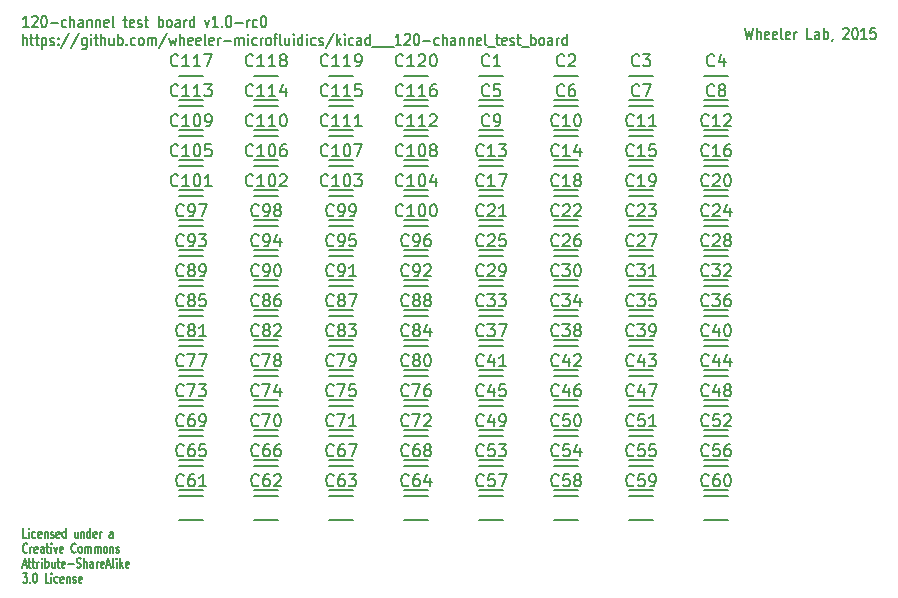
<source format=gto>
G04 #@! TF.FileFunction,Legend,Top*
%FSLAX46Y46*%
G04 Gerber Fmt 4.6, Leading zero omitted, Abs format (unit mm)*
G04 Created by KiCad (PCBNEW 4.0.0-rc1-stable) date 09/10/2015 1:57:45 PM*
%MOMM*%
G01*
G04 APERTURE LIST*
%ADD10C,0.150000*%
%ADD11C,0.200000*%
G04 APERTURE END LIST*
D10*
D11*
X39709425Y-39568381D02*
X39709425Y-38568381D01*
X40052282Y-39568381D02*
X40052282Y-39044571D01*
X40014187Y-38949333D01*
X39937997Y-38901714D01*
X39823711Y-38901714D01*
X39747520Y-38949333D01*
X39709425Y-38996952D01*
X40318949Y-38901714D02*
X40623711Y-38901714D01*
X40433235Y-38568381D02*
X40433235Y-39425524D01*
X40471330Y-39520762D01*
X40547521Y-39568381D01*
X40623711Y-39568381D01*
X40776092Y-38901714D02*
X41080854Y-38901714D01*
X40890378Y-38568381D02*
X40890378Y-39425524D01*
X40928473Y-39520762D01*
X41004664Y-39568381D01*
X41080854Y-39568381D01*
X41347521Y-38901714D02*
X41347521Y-39901714D01*
X41347521Y-38949333D02*
X41423712Y-38901714D01*
X41576093Y-38901714D01*
X41652283Y-38949333D01*
X41690378Y-38996952D01*
X41728474Y-39092190D01*
X41728474Y-39377905D01*
X41690378Y-39473143D01*
X41652283Y-39520762D01*
X41576093Y-39568381D01*
X41423712Y-39568381D01*
X41347521Y-39520762D01*
X42033236Y-39520762D02*
X42109426Y-39568381D01*
X42261807Y-39568381D01*
X42337998Y-39520762D01*
X42376093Y-39425524D01*
X42376093Y-39377905D01*
X42337998Y-39282667D01*
X42261807Y-39235048D01*
X42147522Y-39235048D01*
X42071331Y-39187429D01*
X42033236Y-39092190D01*
X42033236Y-39044571D01*
X42071331Y-38949333D01*
X42147522Y-38901714D01*
X42261807Y-38901714D01*
X42337998Y-38949333D01*
X42718950Y-39473143D02*
X42757045Y-39520762D01*
X42718950Y-39568381D01*
X42680855Y-39520762D01*
X42718950Y-39473143D01*
X42718950Y-39568381D01*
X42718950Y-38949333D02*
X42757045Y-38996952D01*
X42718950Y-39044571D01*
X42680855Y-38996952D01*
X42718950Y-38949333D01*
X42718950Y-39044571D01*
X43671331Y-38520762D02*
X42985616Y-39806476D01*
X44509426Y-38520762D02*
X43823711Y-39806476D01*
X45118949Y-38901714D02*
X45118949Y-39711238D01*
X45080854Y-39806476D01*
X45042759Y-39854095D01*
X44966568Y-39901714D01*
X44852283Y-39901714D01*
X44776092Y-39854095D01*
X45118949Y-39520762D02*
X45042759Y-39568381D01*
X44890378Y-39568381D01*
X44814187Y-39520762D01*
X44776092Y-39473143D01*
X44737997Y-39377905D01*
X44737997Y-39092190D01*
X44776092Y-38996952D01*
X44814187Y-38949333D01*
X44890378Y-38901714D01*
X45042759Y-38901714D01*
X45118949Y-38949333D01*
X45499902Y-39568381D02*
X45499902Y-38901714D01*
X45499902Y-38568381D02*
X45461807Y-38616000D01*
X45499902Y-38663619D01*
X45537997Y-38616000D01*
X45499902Y-38568381D01*
X45499902Y-38663619D01*
X45766568Y-38901714D02*
X46071330Y-38901714D01*
X45880854Y-38568381D02*
X45880854Y-39425524D01*
X45918949Y-39520762D01*
X45995140Y-39568381D01*
X46071330Y-39568381D01*
X46337997Y-39568381D02*
X46337997Y-38568381D01*
X46680854Y-39568381D02*
X46680854Y-39044571D01*
X46642759Y-38949333D01*
X46566569Y-38901714D01*
X46452283Y-38901714D01*
X46376092Y-38949333D01*
X46337997Y-38996952D01*
X47404664Y-38901714D02*
X47404664Y-39568381D01*
X47061807Y-38901714D02*
X47061807Y-39425524D01*
X47099902Y-39520762D01*
X47176093Y-39568381D01*
X47290379Y-39568381D01*
X47366569Y-39520762D01*
X47404664Y-39473143D01*
X47785617Y-39568381D02*
X47785617Y-38568381D01*
X47785617Y-38949333D02*
X47861808Y-38901714D01*
X48014189Y-38901714D01*
X48090379Y-38949333D01*
X48128474Y-38996952D01*
X48166570Y-39092190D01*
X48166570Y-39377905D01*
X48128474Y-39473143D01*
X48090379Y-39520762D01*
X48014189Y-39568381D01*
X47861808Y-39568381D01*
X47785617Y-39520762D01*
X48509427Y-39473143D02*
X48547522Y-39520762D01*
X48509427Y-39568381D01*
X48471332Y-39520762D01*
X48509427Y-39473143D01*
X48509427Y-39568381D01*
X49233236Y-39520762D02*
X49157046Y-39568381D01*
X49004665Y-39568381D01*
X48928474Y-39520762D01*
X48890379Y-39473143D01*
X48852284Y-39377905D01*
X48852284Y-39092190D01*
X48890379Y-38996952D01*
X48928474Y-38949333D01*
X49004665Y-38901714D01*
X49157046Y-38901714D01*
X49233236Y-38949333D01*
X49690379Y-39568381D02*
X49614188Y-39520762D01*
X49576093Y-39473143D01*
X49537998Y-39377905D01*
X49537998Y-39092190D01*
X49576093Y-38996952D01*
X49614188Y-38949333D01*
X49690379Y-38901714D01*
X49804665Y-38901714D01*
X49880855Y-38949333D01*
X49918950Y-38996952D01*
X49957046Y-39092190D01*
X49957046Y-39377905D01*
X49918950Y-39473143D01*
X49880855Y-39520762D01*
X49804665Y-39568381D01*
X49690379Y-39568381D01*
X50299903Y-39568381D02*
X50299903Y-38901714D01*
X50299903Y-38996952D02*
X50337998Y-38949333D01*
X50414189Y-38901714D01*
X50528475Y-38901714D01*
X50604665Y-38949333D01*
X50642760Y-39044571D01*
X50642760Y-39568381D01*
X50642760Y-39044571D02*
X50680856Y-38949333D01*
X50757046Y-38901714D01*
X50871332Y-38901714D01*
X50947522Y-38949333D01*
X50985617Y-39044571D01*
X50985617Y-39568381D01*
X51937999Y-38520762D02*
X51252284Y-39806476D01*
X52128475Y-38901714D02*
X52280856Y-39568381D01*
X52433237Y-39092190D01*
X52585618Y-39568381D01*
X52737999Y-38901714D01*
X53042760Y-39568381D02*
X53042760Y-38568381D01*
X53385617Y-39568381D02*
X53385617Y-39044571D01*
X53347522Y-38949333D01*
X53271332Y-38901714D01*
X53157046Y-38901714D01*
X53080855Y-38949333D01*
X53042760Y-38996952D01*
X54071332Y-39520762D02*
X53995142Y-39568381D01*
X53842761Y-39568381D01*
X53766570Y-39520762D01*
X53728475Y-39425524D01*
X53728475Y-39044571D01*
X53766570Y-38949333D01*
X53842761Y-38901714D01*
X53995142Y-38901714D01*
X54071332Y-38949333D01*
X54109427Y-39044571D01*
X54109427Y-39139810D01*
X53728475Y-39235048D01*
X54757046Y-39520762D02*
X54680856Y-39568381D01*
X54528475Y-39568381D01*
X54452284Y-39520762D01*
X54414189Y-39425524D01*
X54414189Y-39044571D01*
X54452284Y-38949333D01*
X54528475Y-38901714D01*
X54680856Y-38901714D01*
X54757046Y-38949333D01*
X54795141Y-39044571D01*
X54795141Y-39139810D01*
X54414189Y-39235048D01*
X55252284Y-39568381D02*
X55176093Y-39520762D01*
X55137998Y-39425524D01*
X55137998Y-38568381D01*
X55861808Y-39520762D02*
X55785618Y-39568381D01*
X55633237Y-39568381D01*
X55557046Y-39520762D01*
X55518951Y-39425524D01*
X55518951Y-39044571D01*
X55557046Y-38949333D01*
X55633237Y-38901714D01*
X55785618Y-38901714D01*
X55861808Y-38949333D01*
X55899903Y-39044571D01*
X55899903Y-39139810D01*
X55518951Y-39235048D01*
X56242760Y-39568381D02*
X56242760Y-38901714D01*
X56242760Y-39092190D02*
X56280855Y-38996952D01*
X56318951Y-38949333D01*
X56395141Y-38901714D01*
X56471332Y-38901714D01*
X56737998Y-39187429D02*
X57347522Y-39187429D01*
X57728474Y-39568381D02*
X57728474Y-38901714D01*
X57728474Y-38996952D02*
X57766569Y-38949333D01*
X57842760Y-38901714D01*
X57957046Y-38901714D01*
X58033236Y-38949333D01*
X58071331Y-39044571D01*
X58071331Y-39568381D01*
X58071331Y-39044571D02*
X58109427Y-38949333D01*
X58185617Y-38901714D01*
X58299903Y-38901714D01*
X58376093Y-38949333D01*
X58414188Y-39044571D01*
X58414188Y-39568381D01*
X58795141Y-39568381D02*
X58795141Y-38901714D01*
X58795141Y-38568381D02*
X58757046Y-38616000D01*
X58795141Y-38663619D01*
X58833236Y-38616000D01*
X58795141Y-38568381D01*
X58795141Y-38663619D01*
X59518950Y-39520762D02*
X59442760Y-39568381D01*
X59290379Y-39568381D01*
X59214188Y-39520762D01*
X59176093Y-39473143D01*
X59137998Y-39377905D01*
X59137998Y-39092190D01*
X59176093Y-38996952D01*
X59214188Y-38949333D01*
X59290379Y-38901714D01*
X59442760Y-38901714D01*
X59518950Y-38949333D01*
X59861807Y-39568381D02*
X59861807Y-38901714D01*
X59861807Y-39092190D02*
X59899902Y-38996952D01*
X59937998Y-38949333D01*
X60014188Y-38901714D01*
X60090379Y-38901714D01*
X60471331Y-39568381D02*
X60395140Y-39520762D01*
X60357045Y-39473143D01*
X60318950Y-39377905D01*
X60318950Y-39092190D01*
X60357045Y-38996952D01*
X60395140Y-38949333D01*
X60471331Y-38901714D01*
X60585617Y-38901714D01*
X60661807Y-38949333D01*
X60699902Y-38996952D01*
X60737998Y-39092190D01*
X60737998Y-39377905D01*
X60699902Y-39473143D01*
X60661807Y-39520762D01*
X60585617Y-39568381D01*
X60471331Y-39568381D01*
X60966569Y-38901714D02*
X61271331Y-38901714D01*
X61080855Y-39568381D02*
X61080855Y-38711238D01*
X61118950Y-38616000D01*
X61195141Y-38568381D01*
X61271331Y-38568381D01*
X61652284Y-39568381D02*
X61576093Y-39520762D01*
X61537998Y-39425524D01*
X61537998Y-38568381D01*
X62299903Y-38901714D02*
X62299903Y-39568381D01*
X61957046Y-38901714D02*
X61957046Y-39425524D01*
X61995141Y-39520762D01*
X62071332Y-39568381D01*
X62185618Y-39568381D01*
X62261808Y-39520762D01*
X62299903Y-39473143D01*
X62680856Y-39568381D02*
X62680856Y-38901714D01*
X62680856Y-38568381D02*
X62642761Y-38616000D01*
X62680856Y-38663619D01*
X62718951Y-38616000D01*
X62680856Y-38568381D01*
X62680856Y-38663619D01*
X63404665Y-39568381D02*
X63404665Y-38568381D01*
X63404665Y-39520762D02*
X63328475Y-39568381D01*
X63176094Y-39568381D01*
X63099903Y-39520762D01*
X63061808Y-39473143D01*
X63023713Y-39377905D01*
X63023713Y-39092190D01*
X63061808Y-38996952D01*
X63099903Y-38949333D01*
X63176094Y-38901714D01*
X63328475Y-38901714D01*
X63404665Y-38949333D01*
X63785618Y-39568381D02*
X63785618Y-38901714D01*
X63785618Y-38568381D02*
X63747523Y-38616000D01*
X63785618Y-38663619D01*
X63823713Y-38616000D01*
X63785618Y-38568381D01*
X63785618Y-38663619D01*
X64509427Y-39520762D02*
X64433237Y-39568381D01*
X64280856Y-39568381D01*
X64204665Y-39520762D01*
X64166570Y-39473143D01*
X64128475Y-39377905D01*
X64128475Y-39092190D01*
X64166570Y-38996952D01*
X64204665Y-38949333D01*
X64280856Y-38901714D01*
X64433237Y-38901714D01*
X64509427Y-38949333D01*
X64814189Y-39520762D02*
X64890379Y-39568381D01*
X65042760Y-39568381D01*
X65118951Y-39520762D01*
X65157046Y-39425524D01*
X65157046Y-39377905D01*
X65118951Y-39282667D01*
X65042760Y-39235048D01*
X64928475Y-39235048D01*
X64852284Y-39187429D01*
X64814189Y-39092190D01*
X64814189Y-39044571D01*
X64852284Y-38949333D01*
X64928475Y-38901714D01*
X65042760Y-38901714D01*
X65118951Y-38949333D01*
X66071332Y-38520762D02*
X65385617Y-39806476D01*
X66337998Y-39568381D02*
X66337998Y-38568381D01*
X66414189Y-39187429D02*
X66642760Y-39568381D01*
X66642760Y-38901714D02*
X66337998Y-39282667D01*
X66985617Y-39568381D02*
X66985617Y-38901714D01*
X66985617Y-38568381D02*
X66947522Y-38616000D01*
X66985617Y-38663619D01*
X67023712Y-38616000D01*
X66985617Y-38568381D01*
X66985617Y-38663619D01*
X67709426Y-39520762D02*
X67633236Y-39568381D01*
X67480855Y-39568381D01*
X67404664Y-39520762D01*
X67366569Y-39473143D01*
X67328474Y-39377905D01*
X67328474Y-39092190D01*
X67366569Y-38996952D01*
X67404664Y-38949333D01*
X67480855Y-38901714D01*
X67633236Y-38901714D01*
X67709426Y-38949333D01*
X68395140Y-39568381D02*
X68395140Y-39044571D01*
X68357045Y-38949333D01*
X68280855Y-38901714D01*
X68128474Y-38901714D01*
X68052283Y-38949333D01*
X68395140Y-39520762D02*
X68318950Y-39568381D01*
X68128474Y-39568381D01*
X68052283Y-39520762D01*
X68014188Y-39425524D01*
X68014188Y-39330286D01*
X68052283Y-39235048D01*
X68128474Y-39187429D01*
X68318950Y-39187429D01*
X68395140Y-39139810D01*
X69118950Y-39568381D02*
X69118950Y-38568381D01*
X69118950Y-39520762D02*
X69042760Y-39568381D01*
X68890379Y-39568381D01*
X68814188Y-39520762D01*
X68776093Y-39473143D01*
X68737998Y-39377905D01*
X68737998Y-39092190D01*
X68776093Y-38996952D01*
X68814188Y-38949333D01*
X68890379Y-38901714D01*
X69042760Y-38901714D01*
X69118950Y-38949333D01*
X69309427Y-39663619D02*
X69918951Y-39663619D01*
X69918951Y-39663619D02*
X70528475Y-39663619D01*
X70528475Y-39663619D02*
X71137999Y-39663619D01*
X71747523Y-39568381D02*
X71290380Y-39568381D01*
X71518951Y-39568381D02*
X71518951Y-38568381D01*
X71442761Y-38711238D01*
X71366570Y-38806476D01*
X71290380Y-38854095D01*
X72052285Y-38663619D02*
X72090380Y-38616000D01*
X72166571Y-38568381D01*
X72357047Y-38568381D01*
X72433237Y-38616000D01*
X72471333Y-38663619D01*
X72509428Y-38758857D01*
X72509428Y-38854095D01*
X72471333Y-38996952D01*
X72014190Y-39568381D01*
X72509428Y-39568381D01*
X73004666Y-38568381D02*
X73080857Y-38568381D01*
X73157047Y-38616000D01*
X73195142Y-38663619D01*
X73233238Y-38758857D01*
X73271333Y-38949333D01*
X73271333Y-39187429D01*
X73233238Y-39377905D01*
X73195142Y-39473143D01*
X73157047Y-39520762D01*
X73080857Y-39568381D01*
X73004666Y-39568381D01*
X72928476Y-39520762D01*
X72890380Y-39473143D01*
X72852285Y-39377905D01*
X72814190Y-39187429D01*
X72814190Y-38949333D01*
X72852285Y-38758857D01*
X72890380Y-38663619D01*
X72928476Y-38616000D01*
X73004666Y-38568381D01*
X73614190Y-39187429D02*
X74223714Y-39187429D01*
X74947523Y-39520762D02*
X74871333Y-39568381D01*
X74718952Y-39568381D01*
X74642761Y-39520762D01*
X74604666Y-39473143D01*
X74566571Y-39377905D01*
X74566571Y-39092190D01*
X74604666Y-38996952D01*
X74642761Y-38949333D01*
X74718952Y-38901714D01*
X74871333Y-38901714D01*
X74947523Y-38949333D01*
X75290380Y-39568381D02*
X75290380Y-38568381D01*
X75633237Y-39568381D02*
X75633237Y-39044571D01*
X75595142Y-38949333D01*
X75518952Y-38901714D01*
X75404666Y-38901714D01*
X75328475Y-38949333D01*
X75290380Y-38996952D01*
X76357047Y-39568381D02*
X76357047Y-39044571D01*
X76318952Y-38949333D01*
X76242762Y-38901714D01*
X76090381Y-38901714D01*
X76014190Y-38949333D01*
X76357047Y-39520762D02*
X76280857Y-39568381D01*
X76090381Y-39568381D01*
X76014190Y-39520762D01*
X75976095Y-39425524D01*
X75976095Y-39330286D01*
X76014190Y-39235048D01*
X76090381Y-39187429D01*
X76280857Y-39187429D01*
X76357047Y-39139810D01*
X76738000Y-38901714D02*
X76738000Y-39568381D01*
X76738000Y-38996952D02*
X76776095Y-38949333D01*
X76852286Y-38901714D01*
X76966572Y-38901714D01*
X77042762Y-38949333D01*
X77080857Y-39044571D01*
X77080857Y-39568381D01*
X77461810Y-38901714D02*
X77461810Y-39568381D01*
X77461810Y-38996952D02*
X77499905Y-38949333D01*
X77576096Y-38901714D01*
X77690382Y-38901714D01*
X77766572Y-38949333D01*
X77804667Y-39044571D01*
X77804667Y-39568381D01*
X78490382Y-39520762D02*
X78414192Y-39568381D01*
X78261811Y-39568381D01*
X78185620Y-39520762D01*
X78147525Y-39425524D01*
X78147525Y-39044571D01*
X78185620Y-38949333D01*
X78261811Y-38901714D01*
X78414192Y-38901714D01*
X78490382Y-38949333D01*
X78528477Y-39044571D01*
X78528477Y-39139810D01*
X78147525Y-39235048D01*
X78985620Y-39568381D02*
X78909429Y-39520762D01*
X78871334Y-39425524D01*
X78871334Y-38568381D01*
X79099906Y-39663619D02*
X79709430Y-39663619D01*
X79785620Y-38901714D02*
X80090382Y-38901714D01*
X79899906Y-38568381D02*
X79899906Y-39425524D01*
X79938001Y-39520762D01*
X80014192Y-39568381D01*
X80090382Y-39568381D01*
X80661811Y-39520762D02*
X80585621Y-39568381D01*
X80433240Y-39568381D01*
X80357049Y-39520762D01*
X80318954Y-39425524D01*
X80318954Y-39044571D01*
X80357049Y-38949333D01*
X80433240Y-38901714D01*
X80585621Y-38901714D01*
X80661811Y-38949333D01*
X80699906Y-39044571D01*
X80699906Y-39139810D01*
X80318954Y-39235048D01*
X81004668Y-39520762D02*
X81080858Y-39568381D01*
X81233239Y-39568381D01*
X81309430Y-39520762D01*
X81347525Y-39425524D01*
X81347525Y-39377905D01*
X81309430Y-39282667D01*
X81233239Y-39235048D01*
X81118954Y-39235048D01*
X81042763Y-39187429D01*
X81004668Y-39092190D01*
X81004668Y-39044571D01*
X81042763Y-38949333D01*
X81118954Y-38901714D01*
X81233239Y-38901714D01*
X81309430Y-38949333D01*
X81576096Y-38901714D02*
X81880858Y-38901714D01*
X81690382Y-38568381D02*
X81690382Y-39425524D01*
X81728477Y-39520762D01*
X81804668Y-39568381D01*
X81880858Y-39568381D01*
X81957049Y-39663619D02*
X82566573Y-39663619D01*
X82757049Y-39568381D02*
X82757049Y-38568381D01*
X82757049Y-38949333D02*
X82833240Y-38901714D01*
X82985621Y-38901714D01*
X83061811Y-38949333D01*
X83099906Y-38996952D01*
X83138002Y-39092190D01*
X83138002Y-39377905D01*
X83099906Y-39473143D01*
X83061811Y-39520762D01*
X82985621Y-39568381D01*
X82833240Y-39568381D01*
X82757049Y-39520762D01*
X83595145Y-39568381D02*
X83518954Y-39520762D01*
X83480859Y-39473143D01*
X83442764Y-39377905D01*
X83442764Y-39092190D01*
X83480859Y-38996952D01*
X83518954Y-38949333D01*
X83595145Y-38901714D01*
X83709431Y-38901714D01*
X83785621Y-38949333D01*
X83823716Y-38996952D01*
X83861812Y-39092190D01*
X83861812Y-39377905D01*
X83823716Y-39473143D01*
X83785621Y-39520762D01*
X83709431Y-39568381D01*
X83595145Y-39568381D01*
X84547526Y-39568381D02*
X84547526Y-39044571D01*
X84509431Y-38949333D01*
X84433241Y-38901714D01*
X84280860Y-38901714D01*
X84204669Y-38949333D01*
X84547526Y-39520762D02*
X84471336Y-39568381D01*
X84280860Y-39568381D01*
X84204669Y-39520762D01*
X84166574Y-39425524D01*
X84166574Y-39330286D01*
X84204669Y-39235048D01*
X84280860Y-39187429D01*
X84471336Y-39187429D01*
X84547526Y-39139810D01*
X84928479Y-39568381D02*
X84928479Y-38901714D01*
X84928479Y-39092190D02*
X84966574Y-38996952D01*
X85004670Y-38949333D01*
X85080860Y-38901714D01*
X85157051Y-38901714D01*
X85766574Y-39568381D02*
X85766574Y-38568381D01*
X85766574Y-39520762D02*
X85690384Y-39568381D01*
X85538003Y-39568381D01*
X85461812Y-39520762D01*
X85423717Y-39473143D01*
X85385622Y-39377905D01*
X85385622Y-39092190D01*
X85423717Y-38996952D01*
X85461812Y-38949333D01*
X85538003Y-38901714D01*
X85690384Y-38901714D01*
X85766574Y-38949333D01*
D10*
X40052571Y-81260905D02*
X39766857Y-81260905D01*
X39766857Y-80460905D01*
X40252571Y-81260905D02*
X40252571Y-80727571D01*
X40252571Y-80460905D02*
X40224000Y-80499000D01*
X40252571Y-80537095D01*
X40281143Y-80499000D01*
X40252571Y-80460905D01*
X40252571Y-80537095D01*
X40795428Y-81222810D02*
X40738285Y-81260905D01*
X40623999Y-81260905D01*
X40566857Y-81222810D01*
X40538285Y-81184714D01*
X40509714Y-81108524D01*
X40509714Y-80879952D01*
X40538285Y-80803762D01*
X40566857Y-80765667D01*
X40623999Y-80727571D01*
X40738285Y-80727571D01*
X40795428Y-80765667D01*
X41281143Y-81222810D02*
X41224000Y-81260905D01*
X41109714Y-81260905D01*
X41052571Y-81222810D01*
X41024000Y-81146619D01*
X41024000Y-80841857D01*
X41052571Y-80765667D01*
X41109714Y-80727571D01*
X41224000Y-80727571D01*
X41281143Y-80765667D01*
X41309714Y-80841857D01*
X41309714Y-80918048D01*
X41024000Y-80994238D01*
X41566857Y-80727571D02*
X41566857Y-81260905D01*
X41566857Y-80803762D02*
X41595429Y-80765667D01*
X41652571Y-80727571D01*
X41738286Y-80727571D01*
X41795429Y-80765667D01*
X41824000Y-80841857D01*
X41824000Y-81260905D01*
X42081143Y-81222810D02*
X42138286Y-81260905D01*
X42252571Y-81260905D01*
X42309714Y-81222810D01*
X42338286Y-81146619D01*
X42338286Y-81108524D01*
X42309714Y-81032333D01*
X42252571Y-80994238D01*
X42166857Y-80994238D01*
X42109714Y-80956143D01*
X42081143Y-80879952D01*
X42081143Y-80841857D01*
X42109714Y-80765667D01*
X42166857Y-80727571D01*
X42252571Y-80727571D01*
X42309714Y-80765667D01*
X42824000Y-81222810D02*
X42766857Y-81260905D01*
X42652571Y-81260905D01*
X42595428Y-81222810D01*
X42566857Y-81146619D01*
X42566857Y-80841857D01*
X42595428Y-80765667D01*
X42652571Y-80727571D01*
X42766857Y-80727571D01*
X42824000Y-80765667D01*
X42852571Y-80841857D01*
X42852571Y-80918048D01*
X42566857Y-80994238D01*
X43366857Y-81260905D02*
X43366857Y-80460905D01*
X43366857Y-81222810D02*
X43309714Y-81260905D01*
X43195428Y-81260905D01*
X43138286Y-81222810D01*
X43109714Y-81184714D01*
X43081143Y-81108524D01*
X43081143Y-80879952D01*
X43109714Y-80803762D01*
X43138286Y-80765667D01*
X43195428Y-80727571D01*
X43309714Y-80727571D01*
X43366857Y-80765667D01*
X44366857Y-80727571D02*
X44366857Y-81260905D01*
X44109714Y-80727571D02*
X44109714Y-81146619D01*
X44138286Y-81222810D01*
X44195428Y-81260905D01*
X44281143Y-81260905D01*
X44338286Y-81222810D01*
X44366857Y-81184714D01*
X44652571Y-80727571D02*
X44652571Y-81260905D01*
X44652571Y-80803762D02*
X44681143Y-80765667D01*
X44738285Y-80727571D01*
X44824000Y-80727571D01*
X44881143Y-80765667D01*
X44909714Y-80841857D01*
X44909714Y-81260905D01*
X45452571Y-81260905D02*
X45452571Y-80460905D01*
X45452571Y-81222810D02*
X45395428Y-81260905D01*
X45281142Y-81260905D01*
X45224000Y-81222810D01*
X45195428Y-81184714D01*
X45166857Y-81108524D01*
X45166857Y-80879952D01*
X45195428Y-80803762D01*
X45224000Y-80765667D01*
X45281142Y-80727571D01*
X45395428Y-80727571D01*
X45452571Y-80765667D01*
X45966857Y-81222810D02*
X45909714Y-81260905D01*
X45795428Y-81260905D01*
X45738285Y-81222810D01*
X45709714Y-81146619D01*
X45709714Y-80841857D01*
X45738285Y-80765667D01*
X45795428Y-80727571D01*
X45909714Y-80727571D01*
X45966857Y-80765667D01*
X45995428Y-80841857D01*
X45995428Y-80918048D01*
X45709714Y-80994238D01*
X46252571Y-81260905D02*
X46252571Y-80727571D01*
X46252571Y-80879952D02*
X46281143Y-80803762D01*
X46309714Y-80765667D01*
X46366857Y-80727571D01*
X46424000Y-80727571D01*
X47338286Y-81260905D02*
X47338286Y-80841857D01*
X47309715Y-80765667D01*
X47252572Y-80727571D01*
X47138286Y-80727571D01*
X47081143Y-80765667D01*
X47338286Y-81222810D02*
X47281143Y-81260905D01*
X47138286Y-81260905D01*
X47081143Y-81222810D01*
X47052572Y-81146619D01*
X47052572Y-81070429D01*
X47081143Y-80994238D01*
X47138286Y-80956143D01*
X47281143Y-80956143D01*
X47338286Y-80918048D01*
X40109714Y-82454714D02*
X40081143Y-82492810D01*
X39995429Y-82530905D01*
X39938286Y-82530905D01*
X39852571Y-82492810D01*
X39795429Y-82416619D01*
X39766857Y-82340429D01*
X39738286Y-82188048D01*
X39738286Y-82073762D01*
X39766857Y-81921381D01*
X39795429Y-81845190D01*
X39852571Y-81769000D01*
X39938286Y-81730905D01*
X39995429Y-81730905D01*
X40081143Y-81769000D01*
X40109714Y-81807095D01*
X40366857Y-82530905D02*
X40366857Y-81997571D01*
X40366857Y-82149952D02*
X40395429Y-82073762D01*
X40424000Y-82035667D01*
X40481143Y-81997571D01*
X40538286Y-81997571D01*
X40966858Y-82492810D02*
X40909715Y-82530905D01*
X40795429Y-82530905D01*
X40738286Y-82492810D01*
X40709715Y-82416619D01*
X40709715Y-82111857D01*
X40738286Y-82035667D01*
X40795429Y-81997571D01*
X40909715Y-81997571D01*
X40966858Y-82035667D01*
X40995429Y-82111857D01*
X40995429Y-82188048D01*
X40709715Y-82264238D01*
X41509715Y-82530905D02*
X41509715Y-82111857D01*
X41481144Y-82035667D01*
X41424001Y-81997571D01*
X41309715Y-81997571D01*
X41252572Y-82035667D01*
X41509715Y-82492810D02*
X41452572Y-82530905D01*
X41309715Y-82530905D01*
X41252572Y-82492810D01*
X41224001Y-82416619D01*
X41224001Y-82340429D01*
X41252572Y-82264238D01*
X41309715Y-82226143D01*
X41452572Y-82226143D01*
X41509715Y-82188048D01*
X41709715Y-81997571D02*
X41938286Y-81997571D01*
X41795429Y-81730905D02*
X41795429Y-82416619D01*
X41824001Y-82492810D01*
X41881143Y-82530905D01*
X41938286Y-82530905D01*
X42138286Y-82530905D02*
X42138286Y-81997571D01*
X42138286Y-81730905D02*
X42109715Y-81769000D01*
X42138286Y-81807095D01*
X42166858Y-81769000D01*
X42138286Y-81730905D01*
X42138286Y-81807095D01*
X42366857Y-81997571D02*
X42509714Y-82530905D01*
X42652572Y-81997571D01*
X43109715Y-82492810D02*
X43052572Y-82530905D01*
X42938286Y-82530905D01*
X42881143Y-82492810D01*
X42852572Y-82416619D01*
X42852572Y-82111857D01*
X42881143Y-82035667D01*
X42938286Y-81997571D01*
X43052572Y-81997571D01*
X43109715Y-82035667D01*
X43138286Y-82111857D01*
X43138286Y-82188048D01*
X42852572Y-82264238D01*
X44195429Y-82454714D02*
X44166858Y-82492810D01*
X44081144Y-82530905D01*
X44024001Y-82530905D01*
X43938286Y-82492810D01*
X43881144Y-82416619D01*
X43852572Y-82340429D01*
X43824001Y-82188048D01*
X43824001Y-82073762D01*
X43852572Y-81921381D01*
X43881144Y-81845190D01*
X43938286Y-81769000D01*
X44024001Y-81730905D01*
X44081144Y-81730905D01*
X44166858Y-81769000D01*
X44195429Y-81807095D01*
X44538286Y-82530905D02*
X44481144Y-82492810D01*
X44452572Y-82454714D01*
X44424001Y-82378524D01*
X44424001Y-82149952D01*
X44452572Y-82073762D01*
X44481144Y-82035667D01*
X44538286Y-81997571D01*
X44624001Y-81997571D01*
X44681144Y-82035667D01*
X44709715Y-82073762D01*
X44738286Y-82149952D01*
X44738286Y-82378524D01*
X44709715Y-82454714D01*
X44681144Y-82492810D01*
X44624001Y-82530905D01*
X44538286Y-82530905D01*
X44995429Y-82530905D02*
X44995429Y-81997571D01*
X44995429Y-82073762D02*
X45024001Y-82035667D01*
X45081143Y-81997571D01*
X45166858Y-81997571D01*
X45224001Y-82035667D01*
X45252572Y-82111857D01*
X45252572Y-82530905D01*
X45252572Y-82111857D02*
X45281143Y-82035667D01*
X45338286Y-81997571D01*
X45424001Y-81997571D01*
X45481143Y-82035667D01*
X45509715Y-82111857D01*
X45509715Y-82530905D01*
X45795429Y-82530905D02*
X45795429Y-81997571D01*
X45795429Y-82073762D02*
X45824001Y-82035667D01*
X45881143Y-81997571D01*
X45966858Y-81997571D01*
X46024001Y-82035667D01*
X46052572Y-82111857D01*
X46052572Y-82530905D01*
X46052572Y-82111857D02*
X46081143Y-82035667D01*
X46138286Y-81997571D01*
X46224001Y-81997571D01*
X46281143Y-82035667D01*
X46309715Y-82111857D01*
X46309715Y-82530905D01*
X46681143Y-82530905D02*
X46624001Y-82492810D01*
X46595429Y-82454714D01*
X46566858Y-82378524D01*
X46566858Y-82149952D01*
X46595429Y-82073762D01*
X46624001Y-82035667D01*
X46681143Y-81997571D01*
X46766858Y-81997571D01*
X46824001Y-82035667D01*
X46852572Y-82073762D01*
X46881143Y-82149952D01*
X46881143Y-82378524D01*
X46852572Y-82454714D01*
X46824001Y-82492810D01*
X46766858Y-82530905D01*
X46681143Y-82530905D01*
X47138286Y-81997571D02*
X47138286Y-82530905D01*
X47138286Y-82073762D02*
X47166858Y-82035667D01*
X47224000Y-81997571D01*
X47309715Y-81997571D01*
X47366858Y-82035667D01*
X47395429Y-82111857D01*
X47395429Y-82530905D01*
X47652572Y-82492810D02*
X47709715Y-82530905D01*
X47824000Y-82530905D01*
X47881143Y-82492810D01*
X47909715Y-82416619D01*
X47909715Y-82378524D01*
X47881143Y-82302333D01*
X47824000Y-82264238D01*
X47738286Y-82264238D01*
X47681143Y-82226143D01*
X47652572Y-82149952D01*
X47652572Y-82111857D01*
X47681143Y-82035667D01*
X47738286Y-81997571D01*
X47824000Y-81997571D01*
X47881143Y-82035667D01*
X39738286Y-83572333D02*
X40024000Y-83572333D01*
X39681143Y-83800905D02*
X39881143Y-83000905D01*
X40081143Y-83800905D01*
X40195429Y-83267571D02*
X40424000Y-83267571D01*
X40281143Y-83000905D02*
X40281143Y-83686619D01*
X40309715Y-83762810D01*
X40366857Y-83800905D01*
X40424000Y-83800905D01*
X40538286Y-83267571D02*
X40766857Y-83267571D01*
X40624000Y-83000905D02*
X40624000Y-83686619D01*
X40652572Y-83762810D01*
X40709714Y-83800905D01*
X40766857Y-83800905D01*
X40966857Y-83800905D02*
X40966857Y-83267571D01*
X40966857Y-83419952D02*
X40995429Y-83343762D01*
X41024000Y-83305667D01*
X41081143Y-83267571D01*
X41138286Y-83267571D01*
X41338286Y-83800905D02*
X41338286Y-83267571D01*
X41338286Y-83000905D02*
X41309715Y-83039000D01*
X41338286Y-83077095D01*
X41366858Y-83039000D01*
X41338286Y-83000905D01*
X41338286Y-83077095D01*
X41624000Y-83800905D02*
X41624000Y-83000905D01*
X41624000Y-83305667D02*
X41681143Y-83267571D01*
X41795429Y-83267571D01*
X41852572Y-83305667D01*
X41881143Y-83343762D01*
X41909714Y-83419952D01*
X41909714Y-83648524D01*
X41881143Y-83724714D01*
X41852572Y-83762810D01*
X41795429Y-83800905D01*
X41681143Y-83800905D01*
X41624000Y-83762810D01*
X42424000Y-83267571D02*
X42424000Y-83800905D01*
X42166857Y-83267571D02*
X42166857Y-83686619D01*
X42195429Y-83762810D01*
X42252571Y-83800905D01*
X42338286Y-83800905D01*
X42395429Y-83762810D01*
X42424000Y-83724714D01*
X42624000Y-83267571D02*
X42852571Y-83267571D01*
X42709714Y-83000905D02*
X42709714Y-83686619D01*
X42738286Y-83762810D01*
X42795428Y-83800905D01*
X42852571Y-83800905D01*
X43281143Y-83762810D02*
X43224000Y-83800905D01*
X43109714Y-83800905D01*
X43052571Y-83762810D01*
X43024000Y-83686619D01*
X43024000Y-83381857D01*
X43052571Y-83305667D01*
X43109714Y-83267571D01*
X43224000Y-83267571D01*
X43281143Y-83305667D01*
X43309714Y-83381857D01*
X43309714Y-83458048D01*
X43024000Y-83534238D01*
X43566857Y-83496143D02*
X44024000Y-83496143D01*
X44281143Y-83762810D02*
X44366857Y-83800905D01*
X44509714Y-83800905D01*
X44566857Y-83762810D01*
X44595428Y-83724714D01*
X44624000Y-83648524D01*
X44624000Y-83572333D01*
X44595428Y-83496143D01*
X44566857Y-83458048D01*
X44509714Y-83419952D01*
X44395428Y-83381857D01*
X44338286Y-83343762D01*
X44309714Y-83305667D01*
X44281143Y-83229476D01*
X44281143Y-83153286D01*
X44309714Y-83077095D01*
X44338286Y-83039000D01*
X44395428Y-83000905D01*
X44538286Y-83000905D01*
X44624000Y-83039000D01*
X44881143Y-83800905D02*
X44881143Y-83000905D01*
X45138286Y-83800905D02*
X45138286Y-83381857D01*
X45109715Y-83305667D01*
X45052572Y-83267571D01*
X44966857Y-83267571D01*
X44909715Y-83305667D01*
X44881143Y-83343762D01*
X45681143Y-83800905D02*
X45681143Y-83381857D01*
X45652572Y-83305667D01*
X45595429Y-83267571D01*
X45481143Y-83267571D01*
X45424000Y-83305667D01*
X45681143Y-83762810D02*
X45624000Y-83800905D01*
X45481143Y-83800905D01*
X45424000Y-83762810D01*
X45395429Y-83686619D01*
X45395429Y-83610429D01*
X45424000Y-83534238D01*
X45481143Y-83496143D01*
X45624000Y-83496143D01*
X45681143Y-83458048D01*
X45966857Y-83800905D02*
X45966857Y-83267571D01*
X45966857Y-83419952D02*
X45995429Y-83343762D01*
X46024000Y-83305667D01*
X46081143Y-83267571D01*
X46138286Y-83267571D01*
X46566858Y-83762810D02*
X46509715Y-83800905D01*
X46395429Y-83800905D01*
X46338286Y-83762810D01*
X46309715Y-83686619D01*
X46309715Y-83381857D01*
X46338286Y-83305667D01*
X46395429Y-83267571D01*
X46509715Y-83267571D01*
X46566858Y-83305667D01*
X46595429Y-83381857D01*
X46595429Y-83458048D01*
X46309715Y-83534238D01*
X46824001Y-83572333D02*
X47109715Y-83572333D01*
X46766858Y-83800905D02*
X46966858Y-83000905D01*
X47166858Y-83800905D01*
X47452572Y-83800905D02*
X47395430Y-83762810D01*
X47366858Y-83686619D01*
X47366858Y-83000905D01*
X47681144Y-83800905D02*
X47681144Y-83267571D01*
X47681144Y-83000905D02*
X47652573Y-83039000D01*
X47681144Y-83077095D01*
X47709716Y-83039000D01*
X47681144Y-83000905D01*
X47681144Y-83077095D01*
X47966858Y-83800905D02*
X47966858Y-83000905D01*
X48024001Y-83496143D02*
X48195430Y-83800905D01*
X48195430Y-83267571D02*
X47966858Y-83572333D01*
X48681144Y-83762810D02*
X48624001Y-83800905D01*
X48509715Y-83800905D01*
X48452572Y-83762810D01*
X48424001Y-83686619D01*
X48424001Y-83381857D01*
X48452572Y-83305667D01*
X48509715Y-83267571D01*
X48624001Y-83267571D01*
X48681144Y-83305667D01*
X48709715Y-83381857D01*
X48709715Y-83458048D01*
X48424001Y-83534238D01*
X39709714Y-84270905D02*
X40081143Y-84270905D01*
X39881143Y-84575667D01*
X39966857Y-84575667D01*
X40024000Y-84613762D01*
X40052571Y-84651857D01*
X40081143Y-84728048D01*
X40081143Y-84918524D01*
X40052571Y-84994714D01*
X40024000Y-85032810D01*
X39966857Y-85070905D01*
X39795429Y-85070905D01*
X39738286Y-85032810D01*
X39709714Y-84994714D01*
X40338286Y-84994714D02*
X40366858Y-85032810D01*
X40338286Y-85070905D01*
X40309715Y-85032810D01*
X40338286Y-84994714D01*
X40338286Y-85070905D01*
X40738286Y-84270905D02*
X40795429Y-84270905D01*
X40852572Y-84309000D01*
X40881143Y-84347095D01*
X40909714Y-84423286D01*
X40938286Y-84575667D01*
X40938286Y-84766143D01*
X40909714Y-84918524D01*
X40881143Y-84994714D01*
X40852572Y-85032810D01*
X40795429Y-85070905D01*
X40738286Y-85070905D01*
X40681143Y-85032810D01*
X40652572Y-84994714D01*
X40624000Y-84918524D01*
X40595429Y-84766143D01*
X40595429Y-84575667D01*
X40624000Y-84423286D01*
X40652572Y-84347095D01*
X40681143Y-84309000D01*
X40738286Y-84270905D01*
X41938286Y-85070905D02*
X41652572Y-85070905D01*
X41652572Y-84270905D01*
X42138286Y-85070905D02*
X42138286Y-84537571D01*
X42138286Y-84270905D02*
X42109715Y-84309000D01*
X42138286Y-84347095D01*
X42166858Y-84309000D01*
X42138286Y-84270905D01*
X42138286Y-84347095D01*
X42681143Y-85032810D02*
X42624000Y-85070905D01*
X42509714Y-85070905D01*
X42452572Y-85032810D01*
X42424000Y-84994714D01*
X42395429Y-84918524D01*
X42395429Y-84689952D01*
X42424000Y-84613762D01*
X42452572Y-84575667D01*
X42509714Y-84537571D01*
X42624000Y-84537571D01*
X42681143Y-84575667D01*
X43166858Y-85032810D02*
X43109715Y-85070905D01*
X42995429Y-85070905D01*
X42938286Y-85032810D01*
X42909715Y-84956619D01*
X42909715Y-84651857D01*
X42938286Y-84575667D01*
X42995429Y-84537571D01*
X43109715Y-84537571D01*
X43166858Y-84575667D01*
X43195429Y-84651857D01*
X43195429Y-84728048D01*
X42909715Y-84804238D01*
X43452572Y-84537571D02*
X43452572Y-85070905D01*
X43452572Y-84613762D02*
X43481144Y-84575667D01*
X43538286Y-84537571D01*
X43624001Y-84537571D01*
X43681144Y-84575667D01*
X43709715Y-84651857D01*
X43709715Y-85070905D01*
X43966858Y-85032810D02*
X44024001Y-85070905D01*
X44138286Y-85070905D01*
X44195429Y-85032810D01*
X44224001Y-84956619D01*
X44224001Y-84918524D01*
X44195429Y-84842333D01*
X44138286Y-84804238D01*
X44052572Y-84804238D01*
X43995429Y-84766143D01*
X43966858Y-84689952D01*
X43966858Y-84651857D01*
X43995429Y-84575667D01*
X44052572Y-84537571D01*
X44138286Y-84537571D01*
X44195429Y-84575667D01*
X44709715Y-85032810D02*
X44652572Y-85070905D01*
X44538286Y-85070905D01*
X44481143Y-85032810D01*
X44452572Y-84956619D01*
X44452572Y-84651857D01*
X44481143Y-84575667D01*
X44538286Y-84537571D01*
X44652572Y-84537571D01*
X44709715Y-84575667D01*
X44738286Y-84651857D01*
X44738286Y-84728048D01*
X44452572Y-84804238D01*
D11*
X100864095Y-38060381D02*
X101054571Y-39060381D01*
X101206952Y-38346095D01*
X101359333Y-39060381D01*
X101549809Y-38060381D01*
X101854571Y-39060381D02*
X101854571Y-38060381D01*
X102197428Y-39060381D02*
X102197428Y-38536571D01*
X102159333Y-38441333D01*
X102083143Y-38393714D01*
X101968857Y-38393714D01*
X101892666Y-38441333D01*
X101854571Y-38488952D01*
X102883143Y-39012762D02*
X102806953Y-39060381D01*
X102654572Y-39060381D01*
X102578381Y-39012762D01*
X102540286Y-38917524D01*
X102540286Y-38536571D01*
X102578381Y-38441333D01*
X102654572Y-38393714D01*
X102806953Y-38393714D01*
X102883143Y-38441333D01*
X102921238Y-38536571D01*
X102921238Y-38631810D01*
X102540286Y-38727048D01*
X103568857Y-39012762D02*
X103492667Y-39060381D01*
X103340286Y-39060381D01*
X103264095Y-39012762D01*
X103226000Y-38917524D01*
X103226000Y-38536571D01*
X103264095Y-38441333D01*
X103340286Y-38393714D01*
X103492667Y-38393714D01*
X103568857Y-38441333D01*
X103606952Y-38536571D01*
X103606952Y-38631810D01*
X103226000Y-38727048D01*
X104064095Y-39060381D02*
X103987904Y-39012762D01*
X103949809Y-38917524D01*
X103949809Y-38060381D01*
X104673619Y-39012762D02*
X104597429Y-39060381D01*
X104445048Y-39060381D01*
X104368857Y-39012762D01*
X104330762Y-38917524D01*
X104330762Y-38536571D01*
X104368857Y-38441333D01*
X104445048Y-38393714D01*
X104597429Y-38393714D01*
X104673619Y-38441333D01*
X104711714Y-38536571D01*
X104711714Y-38631810D01*
X104330762Y-38727048D01*
X105054571Y-39060381D02*
X105054571Y-38393714D01*
X105054571Y-38584190D02*
X105092666Y-38488952D01*
X105130762Y-38441333D01*
X105206952Y-38393714D01*
X105283143Y-38393714D01*
X106540286Y-39060381D02*
X106159333Y-39060381D01*
X106159333Y-38060381D01*
X107149809Y-39060381D02*
X107149809Y-38536571D01*
X107111714Y-38441333D01*
X107035524Y-38393714D01*
X106883143Y-38393714D01*
X106806952Y-38441333D01*
X107149809Y-39012762D02*
X107073619Y-39060381D01*
X106883143Y-39060381D01*
X106806952Y-39012762D01*
X106768857Y-38917524D01*
X106768857Y-38822286D01*
X106806952Y-38727048D01*
X106883143Y-38679429D01*
X107073619Y-38679429D01*
X107149809Y-38631810D01*
X107530762Y-39060381D02*
X107530762Y-38060381D01*
X107530762Y-38441333D02*
X107606953Y-38393714D01*
X107759334Y-38393714D01*
X107835524Y-38441333D01*
X107873619Y-38488952D01*
X107911715Y-38584190D01*
X107911715Y-38869905D01*
X107873619Y-38965143D01*
X107835524Y-39012762D01*
X107759334Y-39060381D01*
X107606953Y-39060381D01*
X107530762Y-39012762D01*
X108292667Y-39012762D02*
X108292667Y-39060381D01*
X108254572Y-39155619D01*
X108216477Y-39203238D01*
X109206953Y-38155619D02*
X109245048Y-38108000D01*
X109321239Y-38060381D01*
X109511715Y-38060381D01*
X109587905Y-38108000D01*
X109626001Y-38155619D01*
X109664096Y-38250857D01*
X109664096Y-38346095D01*
X109626001Y-38488952D01*
X109168858Y-39060381D01*
X109664096Y-39060381D01*
X110159334Y-38060381D02*
X110235525Y-38060381D01*
X110311715Y-38108000D01*
X110349810Y-38155619D01*
X110387906Y-38250857D01*
X110426001Y-38441333D01*
X110426001Y-38679429D01*
X110387906Y-38869905D01*
X110349810Y-38965143D01*
X110311715Y-39012762D01*
X110235525Y-39060381D01*
X110159334Y-39060381D01*
X110083144Y-39012762D01*
X110045048Y-38965143D01*
X110006953Y-38869905D01*
X109968858Y-38679429D01*
X109968858Y-38441333D01*
X110006953Y-38250857D01*
X110045048Y-38155619D01*
X110083144Y-38108000D01*
X110159334Y-38060381D01*
X111187906Y-39060381D02*
X110730763Y-39060381D01*
X110959334Y-39060381D02*
X110959334Y-38060381D01*
X110883144Y-38203238D01*
X110806953Y-38298476D01*
X110730763Y-38346095D01*
X111911716Y-38060381D02*
X111530763Y-38060381D01*
X111492668Y-38536571D01*
X111530763Y-38488952D01*
X111606954Y-38441333D01*
X111797430Y-38441333D01*
X111873620Y-38488952D01*
X111911716Y-38536571D01*
X111949811Y-38631810D01*
X111949811Y-38869905D01*
X111911716Y-38965143D01*
X111873620Y-39012762D01*
X111797430Y-39060381D01*
X111606954Y-39060381D01*
X111530763Y-39012762D01*
X111492668Y-38965143D01*
X40209427Y-38044381D02*
X39752284Y-38044381D01*
X39980855Y-38044381D02*
X39980855Y-37044381D01*
X39904665Y-37187238D01*
X39828474Y-37282476D01*
X39752284Y-37330095D01*
X40514189Y-37139619D02*
X40552284Y-37092000D01*
X40628475Y-37044381D01*
X40818951Y-37044381D01*
X40895141Y-37092000D01*
X40933237Y-37139619D01*
X40971332Y-37234857D01*
X40971332Y-37330095D01*
X40933237Y-37472952D01*
X40476094Y-38044381D01*
X40971332Y-38044381D01*
X41466570Y-37044381D02*
X41542761Y-37044381D01*
X41618951Y-37092000D01*
X41657046Y-37139619D01*
X41695142Y-37234857D01*
X41733237Y-37425333D01*
X41733237Y-37663429D01*
X41695142Y-37853905D01*
X41657046Y-37949143D01*
X41618951Y-37996762D01*
X41542761Y-38044381D01*
X41466570Y-38044381D01*
X41390380Y-37996762D01*
X41352284Y-37949143D01*
X41314189Y-37853905D01*
X41276094Y-37663429D01*
X41276094Y-37425333D01*
X41314189Y-37234857D01*
X41352284Y-37139619D01*
X41390380Y-37092000D01*
X41466570Y-37044381D01*
X42076094Y-37663429D02*
X42685618Y-37663429D01*
X43409427Y-37996762D02*
X43333237Y-38044381D01*
X43180856Y-38044381D01*
X43104665Y-37996762D01*
X43066570Y-37949143D01*
X43028475Y-37853905D01*
X43028475Y-37568190D01*
X43066570Y-37472952D01*
X43104665Y-37425333D01*
X43180856Y-37377714D01*
X43333237Y-37377714D01*
X43409427Y-37425333D01*
X43752284Y-38044381D02*
X43752284Y-37044381D01*
X44095141Y-38044381D02*
X44095141Y-37520571D01*
X44057046Y-37425333D01*
X43980856Y-37377714D01*
X43866570Y-37377714D01*
X43790379Y-37425333D01*
X43752284Y-37472952D01*
X44818951Y-38044381D02*
X44818951Y-37520571D01*
X44780856Y-37425333D01*
X44704666Y-37377714D01*
X44552285Y-37377714D01*
X44476094Y-37425333D01*
X44818951Y-37996762D02*
X44742761Y-38044381D01*
X44552285Y-38044381D01*
X44476094Y-37996762D01*
X44437999Y-37901524D01*
X44437999Y-37806286D01*
X44476094Y-37711048D01*
X44552285Y-37663429D01*
X44742761Y-37663429D01*
X44818951Y-37615810D01*
X45199904Y-37377714D02*
X45199904Y-38044381D01*
X45199904Y-37472952D02*
X45237999Y-37425333D01*
X45314190Y-37377714D01*
X45428476Y-37377714D01*
X45504666Y-37425333D01*
X45542761Y-37520571D01*
X45542761Y-38044381D01*
X45923714Y-37377714D02*
X45923714Y-38044381D01*
X45923714Y-37472952D02*
X45961809Y-37425333D01*
X46038000Y-37377714D01*
X46152286Y-37377714D01*
X46228476Y-37425333D01*
X46266571Y-37520571D01*
X46266571Y-38044381D01*
X46952286Y-37996762D02*
X46876096Y-38044381D01*
X46723715Y-38044381D01*
X46647524Y-37996762D01*
X46609429Y-37901524D01*
X46609429Y-37520571D01*
X46647524Y-37425333D01*
X46723715Y-37377714D01*
X46876096Y-37377714D01*
X46952286Y-37425333D01*
X46990381Y-37520571D01*
X46990381Y-37615810D01*
X46609429Y-37711048D01*
X47447524Y-38044381D02*
X47371333Y-37996762D01*
X47333238Y-37901524D01*
X47333238Y-37044381D01*
X48247524Y-37377714D02*
X48552286Y-37377714D01*
X48361810Y-37044381D02*
X48361810Y-37901524D01*
X48399905Y-37996762D01*
X48476096Y-38044381D01*
X48552286Y-38044381D01*
X49123715Y-37996762D02*
X49047525Y-38044381D01*
X48895144Y-38044381D01*
X48818953Y-37996762D01*
X48780858Y-37901524D01*
X48780858Y-37520571D01*
X48818953Y-37425333D01*
X48895144Y-37377714D01*
X49047525Y-37377714D01*
X49123715Y-37425333D01*
X49161810Y-37520571D01*
X49161810Y-37615810D01*
X48780858Y-37711048D01*
X49466572Y-37996762D02*
X49542762Y-38044381D01*
X49695143Y-38044381D01*
X49771334Y-37996762D01*
X49809429Y-37901524D01*
X49809429Y-37853905D01*
X49771334Y-37758667D01*
X49695143Y-37711048D01*
X49580858Y-37711048D01*
X49504667Y-37663429D01*
X49466572Y-37568190D01*
X49466572Y-37520571D01*
X49504667Y-37425333D01*
X49580858Y-37377714D01*
X49695143Y-37377714D01*
X49771334Y-37425333D01*
X50038000Y-37377714D02*
X50342762Y-37377714D01*
X50152286Y-37044381D02*
X50152286Y-37901524D01*
X50190381Y-37996762D01*
X50266572Y-38044381D01*
X50342762Y-38044381D01*
X51218953Y-38044381D02*
X51218953Y-37044381D01*
X51218953Y-37425333D02*
X51295144Y-37377714D01*
X51447525Y-37377714D01*
X51523715Y-37425333D01*
X51561810Y-37472952D01*
X51599906Y-37568190D01*
X51599906Y-37853905D01*
X51561810Y-37949143D01*
X51523715Y-37996762D01*
X51447525Y-38044381D01*
X51295144Y-38044381D01*
X51218953Y-37996762D01*
X52057049Y-38044381D02*
X51980858Y-37996762D01*
X51942763Y-37949143D01*
X51904668Y-37853905D01*
X51904668Y-37568190D01*
X51942763Y-37472952D01*
X51980858Y-37425333D01*
X52057049Y-37377714D01*
X52171335Y-37377714D01*
X52247525Y-37425333D01*
X52285620Y-37472952D01*
X52323716Y-37568190D01*
X52323716Y-37853905D01*
X52285620Y-37949143D01*
X52247525Y-37996762D01*
X52171335Y-38044381D01*
X52057049Y-38044381D01*
X53009430Y-38044381D02*
X53009430Y-37520571D01*
X52971335Y-37425333D01*
X52895145Y-37377714D01*
X52742764Y-37377714D01*
X52666573Y-37425333D01*
X53009430Y-37996762D02*
X52933240Y-38044381D01*
X52742764Y-38044381D01*
X52666573Y-37996762D01*
X52628478Y-37901524D01*
X52628478Y-37806286D01*
X52666573Y-37711048D01*
X52742764Y-37663429D01*
X52933240Y-37663429D01*
X53009430Y-37615810D01*
X53390383Y-38044381D02*
X53390383Y-37377714D01*
X53390383Y-37568190D02*
X53428478Y-37472952D01*
X53466574Y-37425333D01*
X53542764Y-37377714D01*
X53618955Y-37377714D01*
X54228478Y-38044381D02*
X54228478Y-37044381D01*
X54228478Y-37996762D02*
X54152288Y-38044381D01*
X53999907Y-38044381D01*
X53923716Y-37996762D01*
X53885621Y-37949143D01*
X53847526Y-37853905D01*
X53847526Y-37568190D01*
X53885621Y-37472952D01*
X53923716Y-37425333D01*
X53999907Y-37377714D01*
X54152288Y-37377714D01*
X54228478Y-37425333D01*
X55142765Y-37377714D02*
X55333241Y-38044381D01*
X55523717Y-37377714D01*
X56247527Y-38044381D02*
X55790384Y-38044381D01*
X56018955Y-38044381D02*
X56018955Y-37044381D01*
X55942765Y-37187238D01*
X55866574Y-37282476D01*
X55790384Y-37330095D01*
X56590384Y-37949143D02*
X56628479Y-37996762D01*
X56590384Y-38044381D01*
X56552289Y-37996762D01*
X56590384Y-37949143D01*
X56590384Y-38044381D01*
X57123717Y-37044381D02*
X57199908Y-37044381D01*
X57276098Y-37092000D01*
X57314193Y-37139619D01*
X57352289Y-37234857D01*
X57390384Y-37425333D01*
X57390384Y-37663429D01*
X57352289Y-37853905D01*
X57314193Y-37949143D01*
X57276098Y-37996762D01*
X57199908Y-38044381D01*
X57123717Y-38044381D01*
X57047527Y-37996762D01*
X57009431Y-37949143D01*
X56971336Y-37853905D01*
X56933241Y-37663429D01*
X56933241Y-37425333D01*
X56971336Y-37234857D01*
X57009431Y-37139619D01*
X57047527Y-37092000D01*
X57123717Y-37044381D01*
X57733241Y-37663429D02*
X58342765Y-37663429D01*
X58723717Y-38044381D02*
X58723717Y-37377714D01*
X58723717Y-37568190D02*
X58761812Y-37472952D01*
X58799908Y-37425333D01*
X58876098Y-37377714D01*
X58952289Y-37377714D01*
X59561812Y-37996762D02*
X59485622Y-38044381D01*
X59333241Y-38044381D01*
X59257050Y-37996762D01*
X59218955Y-37949143D01*
X59180860Y-37853905D01*
X59180860Y-37568190D01*
X59218955Y-37472952D01*
X59257050Y-37425333D01*
X59333241Y-37377714D01*
X59485622Y-37377714D01*
X59561812Y-37425333D01*
X60057050Y-37044381D02*
X60133241Y-37044381D01*
X60209431Y-37092000D01*
X60247526Y-37139619D01*
X60285622Y-37234857D01*
X60323717Y-37425333D01*
X60323717Y-37663429D01*
X60285622Y-37853905D01*
X60247526Y-37949143D01*
X60209431Y-37996762D01*
X60133241Y-38044381D01*
X60057050Y-38044381D01*
X59980860Y-37996762D01*
X59942764Y-37949143D01*
X59904669Y-37853905D01*
X59866574Y-37663429D01*
X59866574Y-37425333D01*
X59904669Y-37234857D01*
X59942764Y-37139619D01*
X59980860Y-37092000D01*
X60057050Y-37044381D01*
D10*
X80375000Y-42155000D02*
X78375000Y-42155000D01*
X78375000Y-44205000D02*
X80375000Y-44205000D01*
X86725000Y-42155000D02*
X84725000Y-42155000D01*
X84725000Y-44205000D02*
X86725000Y-44205000D01*
X93075000Y-42155000D02*
X91075000Y-42155000D01*
X91075000Y-44205000D02*
X93075000Y-44205000D01*
X99425000Y-42155000D02*
X97425000Y-42155000D01*
X97425000Y-44205000D02*
X99425000Y-44205000D01*
X80375000Y-44695000D02*
X78375000Y-44695000D01*
X78375000Y-46745000D02*
X80375000Y-46745000D01*
X86725000Y-44695000D02*
X84725000Y-44695000D01*
X84725000Y-46745000D02*
X86725000Y-46745000D01*
X93075000Y-44695000D02*
X91075000Y-44695000D01*
X91075000Y-46745000D02*
X93075000Y-46745000D01*
X99425000Y-44695000D02*
X97425000Y-44695000D01*
X97425000Y-46745000D02*
X99425000Y-46745000D01*
X80375000Y-47235000D02*
X78375000Y-47235000D01*
X78375000Y-49285000D02*
X80375000Y-49285000D01*
X86725000Y-47235000D02*
X84725000Y-47235000D01*
X84725000Y-49285000D02*
X86725000Y-49285000D01*
X93075000Y-47235000D02*
X91075000Y-47235000D01*
X91075000Y-49285000D02*
X93075000Y-49285000D01*
X99425000Y-47235000D02*
X97425000Y-47235000D01*
X97425000Y-49285000D02*
X99425000Y-49285000D01*
X80375000Y-49775000D02*
X78375000Y-49775000D01*
X78375000Y-51825000D02*
X80375000Y-51825000D01*
X86725000Y-49775000D02*
X84725000Y-49775000D01*
X84725000Y-51825000D02*
X86725000Y-51825000D01*
X93075000Y-49775000D02*
X91075000Y-49775000D01*
X91075000Y-51825000D02*
X93075000Y-51825000D01*
X99425000Y-49775000D02*
X97425000Y-49775000D01*
X97425000Y-51825000D02*
X99425000Y-51825000D01*
X80375000Y-52315000D02*
X78375000Y-52315000D01*
X78375000Y-54365000D02*
X80375000Y-54365000D01*
X86725000Y-52315000D02*
X84725000Y-52315000D01*
X84725000Y-54365000D02*
X86725000Y-54365000D01*
X93075000Y-52315000D02*
X91075000Y-52315000D01*
X91075000Y-54365000D02*
X93075000Y-54365000D01*
X99425000Y-52315000D02*
X97425000Y-52315000D01*
X97425000Y-54365000D02*
X99425000Y-54365000D01*
X80375000Y-54855000D02*
X78375000Y-54855000D01*
X78375000Y-56905000D02*
X80375000Y-56905000D01*
X86725000Y-54855000D02*
X84725000Y-54855000D01*
X84725000Y-56905000D02*
X86725000Y-56905000D01*
X93075000Y-54855000D02*
X91075000Y-54855000D01*
X91075000Y-56905000D02*
X93075000Y-56905000D01*
X99425000Y-54855000D02*
X97425000Y-54855000D01*
X97425000Y-56905000D02*
X99425000Y-56905000D01*
X80375000Y-57395000D02*
X78375000Y-57395000D01*
X78375000Y-59445000D02*
X80375000Y-59445000D01*
X86725000Y-57395000D02*
X84725000Y-57395000D01*
X84725000Y-59445000D02*
X86725000Y-59445000D01*
X93075000Y-57395000D02*
X91075000Y-57395000D01*
X91075000Y-59445000D02*
X93075000Y-59445000D01*
X99425000Y-57395000D02*
X97425000Y-57395000D01*
X97425000Y-59445000D02*
X99425000Y-59445000D01*
X80375000Y-59935000D02*
X78375000Y-59935000D01*
X78375000Y-61985000D02*
X80375000Y-61985000D01*
X86725000Y-59935000D02*
X84725000Y-59935000D01*
X84725000Y-61985000D02*
X86725000Y-61985000D01*
X93075000Y-59935000D02*
X91075000Y-59935000D01*
X91075000Y-61985000D02*
X93075000Y-61985000D01*
X99425000Y-59935000D02*
X97425000Y-59935000D01*
X97425000Y-61985000D02*
X99425000Y-61985000D01*
X80375000Y-62475000D02*
X78375000Y-62475000D01*
X78375000Y-64525000D02*
X80375000Y-64525000D01*
X86725000Y-62475000D02*
X84725000Y-62475000D01*
X84725000Y-64525000D02*
X86725000Y-64525000D01*
X93075000Y-62475000D02*
X91075000Y-62475000D01*
X91075000Y-64525000D02*
X93075000Y-64525000D01*
X99425000Y-62475000D02*
X97425000Y-62475000D01*
X97425000Y-64525000D02*
X99425000Y-64525000D01*
X80375000Y-65015000D02*
X78375000Y-65015000D01*
X78375000Y-67065000D02*
X80375000Y-67065000D01*
X86725000Y-65015000D02*
X84725000Y-65015000D01*
X84725000Y-67065000D02*
X86725000Y-67065000D01*
X93075000Y-65015000D02*
X91075000Y-65015000D01*
X91075000Y-67065000D02*
X93075000Y-67065000D01*
X99425000Y-65015000D02*
X97425000Y-65015000D01*
X97425000Y-67065000D02*
X99425000Y-67065000D01*
X80375000Y-67555000D02*
X78375000Y-67555000D01*
X78375000Y-69605000D02*
X80375000Y-69605000D01*
X86725000Y-67555000D02*
X84725000Y-67555000D01*
X84725000Y-69605000D02*
X86725000Y-69605000D01*
X93075000Y-67555000D02*
X91075000Y-67555000D01*
X91075000Y-69605000D02*
X93075000Y-69605000D01*
X99425000Y-67555000D02*
X97425000Y-67555000D01*
X97425000Y-69605000D02*
X99425000Y-69605000D01*
X80375000Y-70095000D02*
X78375000Y-70095000D01*
X78375000Y-72145000D02*
X80375000Y-72145000D01*
X86725000Y-70095000D02*
X84725000Y-70095000D01*
X84725000Y-72145000D02*
X86725000Y-72145000D01*
X93075000Y-70095000D02*
X91075000Y-70095000D01*
X91075000Y-72145000D02*
X93075000Y-72145000D01*
X99425000Y-70095000D02*
X97425000Y-70095000D01*
X97425000Y-72145000D02*
X99425000Y-72145000D01*
X80375000Y-72635000D02*
X78375000Y-72635000D01*
X78375000Y-74685000D02*
X80375000Y-74685000D01*
X86725000Y-72635000D02*
X84725000Y-72635000D01*
X84725000Y-74685000D02*
X86725000Y-74685000D01*
X93075000Y-72635000D02*
X91075000Y-72635000D01*
X91075000Y-74685000D02*
X93075000Y-74685000D01*
X99425000Y-72635000D02*
X97425000Y-72635000D01*
X97425000Y-74685000D02*
X99425000Y-74685000D01*
X80375000Y-75175000D02*
X78375000Y-75175000D01*
X78375000Y-77225000D02*
X80375000Y-77225000D01*
X86725000Y-75175000D02*
X84725000Y-75175000D01*
X84725000Y-77225000D02*
X86725000Y-77225000D01*
X93075000Y-75175000D02*
X91075000Y-75175000D01*
X91075000Y-77225000D02*
X93075000Y-77225000D01*
X99425000Y-75175000D02*
X97425000Y-75175000D01*
X97425000Y-77225000D02*
X99425000Y-77225000D01*
X80375000Y-77715000D02*
X78375000Y-77715000D01*
X78375000Y-79765000D02*
X80375000Y-79765000D01*
X86725000Y-77715000D02*
X84725000Y-77715000D01*
X84725000Y-79765000D02*
X86725000Y-79765000D01*
X93075000Y-77715000D02*
X91075000Y-77715000D01*
X91075000Y-79765000D02*
X93075000Y-79765000D01*
X99425000Y-77715000D02*
X97425000Y-77715000D01*
X97425000Y-79765000D02*
X99425000Y-79765000D01*
X54975000Y-77715000D02*
X52975000Y-77715000D01*
X52975000Y-79765000D02*
X54975000Y-79765000D01*
X61325000Y-77715000D02*
X59325000Y-77715000D01*
X59325000Y-79765000D02*
X61325000Y-79765000D01*
X67675000Y-77715000D02*
X65675000Y-77715000D01*
X65675000Y-79765000D02*
X67675000Y-79765000D01*
X74025000Y-77715000D02*
X72025000Y-77715000D01*
X72025000Y-79765000D02*
X74025000Y-79765000D01*
X54975000Y-75175000D02*
X52975000Y-75175000D01*
X52975000Y-77225000D02*
X54975000Y-77225000D01*
X61325000Y-75175000D02*
X59325000Y-75175000D01*
X59325000Y-77225000D02*
X61325000Y-77225000D01*
X67675000Y-75175000D02*
X65675000Y-75175000D01*
X65675000Y-77225000D02*
X67675000Y-77225000D01*
X74025000Y-75175000D02*
X72025000Y-75175000D01*
X72025000Y-77225000D02*
X74025000Y-77225000D01*
X54975000Y-72635000D02*
X52975000Y-72635000D01*
X52975000Y-74685000D02*
X54975000Y-74685000D01*
X61325000Y-72635000D02*
X59325000Y-72635000D01*
X59325000Y-74685000D02*
X61325000Y-74685000D01*
X67675000Y-72635000D02*
X65675000Y-72635000D01*
X65675000Y-74685000D02*
X67675000Y-74685000D01*
X74025000Y-72635000D02*
X72025000Y-72635000D01*
X72025000Y-74685000D02*
X74025000Y-74685000D01*
X54975000Y-70095000D02*
X52975000Y-70095000D01*
X52975000Y-72145000D02*
X54975000Y-72145000D01*
X61325000Y-70095000D02*
X59325000Y-70095000D01*
X59325000Y-72145000D02*
X61325000Y-72145000D01*
X67675000Y-70095000D02*
X65675000Y-70095000D01*
X65675000Y-72145000D02*
X67675000Y-72145000D01*
X74025000Y-70095000D02*
X72025000Y-70095000D01*
X72025000Y-72145000D02*
X74025000Y-72145000D01*
X54975000Y-67555000D02*
X52975000Y-67555000D01*
X52975000Y-69605000D02*
X54975000Y-69605000D01*
X61325000Y-67555000D02*
X59325000Y-67555000D01*
X59325000Y-69605000D02*
X61325000Y-69605000D01*
X67675000Y-67555000D02*
X65675000Y-67555000D01*
X65675000Y-69605000D02*
X67675000Y-69605000D01*
X74025000Y-67555000D02*
X72025000Y-67555000D01*
X72025000Y-69605000D02*
X74025000Y-69605000D01*
X54975000Y-65015000D02*
X52975000Y-65015000D01*
X52975000Y-67065000D02*
X54975000Y-67065000D01*
X61325000Y-65015000D02*
X59325000Y-65015000D01*
X59325000Y-67065000D02*
X61325000Y-67065000D01*
X67675000Y-65015000D02*
X65675000Y-65015000D01*
X65675000Y-67065000D02*
X67675000Y-67065000D01*
X74025000Y-65015000D02*
X72025000Y-65015000D01*
X72025000Y-67065000D02*
X74025000Y-67065000D01*
X54975000Y-62475000D02*
X52975000Y-62475000D01*
X52975000Y-64525000D02*
X54975000Y-64525000D01*
X61325000Y-62475000D02*
X59325000Y-62475000D01*
X59325000Y-64525000D02*
X61325000Y-64525000D01*
X67675000Y-62475000D02*
X65675000Y-62475000D01*
X65675000Y-64525000D02*
X67675000Y-64525000D01*
X74025000Y-62475000D02*
X72025000Y-62475000D01*
X72025000Y-64525000D02*
X74025000Y-64525000D01*
X54975000Y-59935000D02*
X52975000Y-59935000D01*
X52975000Y-61985000D02*
X54975000Y-61985000D01*
X61325000Y-59935000D02*
X59325000Y-59935000D01*
X59325000Y-61985000D02*
X61325000Y-61985000D01*
X67675000Y-59935000D02*
X65675000Y-59935000D01*
X65675000Y-61985000D02*
X67675000Y-61985000D01*
X74025000Y-59935000D02*
X72025000Y-59935000D01*
X72025000Y-61985000D02*
X74025000Y-61985000D01*
X54975000Y-57395000D02*
X52975000Y-57395000D01*
X52975000Y-59445000D02*
X54975000Y-59445000D01*
X61325000Y-57395000D02*
X59325000Y-57395000D01*
X59325000Y-59445000D02*
X61325000Y-59445000D01*
X67675000Y-57395000D02*
X65675000Y-57395000D01*
X65675000Y-59445000D02*
X67675000Y-59445000D01*
X74025000Y-57395000D02*
X72025000Y-57395000D01*
X72025000Y-59445000D02*
X74025000Y-59445000D01*
X54975000Y-54855000D02*
X52975000Y-54855000D01*
X52975000Y-56905000D02*
X54975000Y-56905000D01*
X61325000Y-54855000D02*
X59325000Y-54855000D01*
X59325000Y-56905000D02*
X61325000Y-56905000D01*
X67675000Y-54855000D02*
X65675000Y-54855000D01*
X65675000Y-56905000D02*
X67675000Y-56905000D01*
X74025000Y-54855000D02*
X72025000Y-54855000D01*
X72025000Y-56905000D02*
X74025000Y-56905000D01*
X54975000Y-52315000D02*
X52975000Y-52315000D01*
X52975000Y-54365000D02*
X54975000Y-54365000D01*
X61325000Y-52315000D02*
X59325000Y-52315000D01*
X59325000Y-54365000D02*
X61325000Y-54365000D01*
X67675000Y-52315000D02*
X65675000Y-52315000D01*
X65675000Y-54365000D02*
X67675000Y-54365000D01*
X74025000Y-52315000D02*
X72025000Y-52315000D01*
X72025000Y-54365000D02*
X74025000Y-54365000D01*
X54975000Y-49775000D02*
X52975000Y-49775000D01*
X52975000Y-51825000D02*
X54975000Y-51825000D01*
X61325000Y-49775000D02*
X59325000Y-49775000D01*
X59325000Y-51825000D02*
X61325000Y-51825000D01*
X67675000Y-49775000D02*
X65675000Y-49775000D01*
X65675000Y-51825000D02*
X67675000Y-51825000D01*
X74025000Y-49775000D02*
X72025000Y-49775000D01*
X72025000Y-51825000D02*
X74025000Y-51825000D01*
X54975000Y-47235000D02*
X52975000Y-47235000D01*
X52975000Y-49285000D02*
X54975000Y-49285000D01*
X61325000Y-47235000D02*
X59325000Y-47235000D01*
X59325000Y-49285000D02*
X61325000Y-49285000D01*
X67675000Y-47235000D02*
X65675000Y-47235000D01*
X65675000Y-49285000D02*
X67675000Y-49285000D01*
X74025000Y-47235000D02*
X72025000Y-47235000D01*
X72025000Y-49285000D02*
X74025000Y-49285000D01*
X54975000Y-44695000D02*
X52975000Y-44695000D01*
X52975000Y-46745000D02*
X54975000Y-46745000D01*
X61325000Y-44695000D02*
X59325000Y-44695000D01*
X59325000Y-46745000D02*
X61325000Y-46745000D01*
X67675000Y-44695000D02*
X65675000Y-44695000D01*
X65675000Y-46745000D02*
X67675000Y-46745000D01*
X74025000Y-44695000D02*
X72025000Y-44695000D01*
X72025000Y-46745000D02*
X74025000Y-46745000D01*
X54975000Y-42155000D02*
X52975000Y-42155000D01*
X52975000Y-44205000D02*
X54975000Y-44205000D01*
X61325000Y-42155000D02*
X59325000Y-42155000D01*
X59325000Y-44205000D02*
X61325000Y-44205000D01*
X67675000Y-42155000D02*
X65675000Y-42155000D01*
X65675000Y-44205000D02*
X67675000Y-44205000D01*
X74025000Y-42155000D02*
X72025000Y-42155000D01*
X72025000Y-44205000D02*
X74025000Y-44205000D01*
X79208334Y-41237143D02*
X79160715Y-41284762D01*
X79017858Y-41332381D01*
X78922620Y-41332381D01*
X78779762Y-41284762D01*
X78684524Y-41189524D01*
X78636905Y-41094286D01*
X78589286Y-40903810D01*
X78589286Y-40760952D01*
X78636905Y-40570476D01*
X78684524Y-40475238D01*
X78779762Y-40380000D01*
X78922620Y-40332381D01*
X79017858Y-40332381D01*
X79160715Y-40380000D01*
X79208334Y-40427619D01*
X80160715Y-41332381D02*
X79589286Y-41332381D01*
X79875000Y-41332381D02*
X79875000Y-40332381D01*
X79779762Y-40475238D01*
X79684524Y-40570476D01*
X79589286Y-40618095D01*
X85558334Y-41237143D02*
X85510715Y-41284762D01*
X85367858Y-41332381D01*
X85272620Y-41332381D01*
X85129762Y-41284762D01*
X85034524Y-41189524D01*
X84986905Y-41094286D01*
X84939286Y-40903810D01*
X84939286Y-40760952D01*
X84986905Y-40570476D01*
X85034524Y-40475238D01*
X85129762Y-40380000D01*
X85272620Y-40332381D01*
X85367858Y-40332381D01*
X85510715Y-40380000D01*
X85558334Y-40427619D01*
X85939286Y-40427619D02*
X85986905Y-40380000D01*
X86082143Y-40332381D01*
X86320239Y-40332381D01*
X86415477Y-40380000D01*
X86463096Y-40427619D01*
X86510715Y-40522857D01*
X86510715Y-40618095D01*
X86463096Y-40760952D01*
X85891667Y-41332381D01*
X86510715Y-41332381D01*
X91908334Y-41237143D02*
X91860715Y-41284762D01*
X91717858Y-41332381D01*
X91622620Y-41332381D01*
X91479762Y-41284762D01*
X91384524Y-41189524D01*
X91336905Y-41094286D01*
X91289286Y-40903810D01*
X91289286Y-40760952D01*
X91336905Y-40570476D01*
X91384524Y-40475238D01*
X91479762Y-40380000D01*
X91622620Y-40332381D01*
X91717858Y-40332381D01*
X91860715Y-40380000D01*
X91908334Y-40427619D01*
X92241667Y-40332381D02*
X92860715Y-40332381D01*
X92527381Y-40713333D01*
X92670239Y-40713333D01*
X92765477Y-40760952D01*
X92813096Y-40808571D01*
X92860715Y-40903810D01*
X92860715Y-41141905D01*
X92813096Y-41237143D01*
X92765477Y-41284762D01*
X92670239Y-41332381D01*
X92384524Y-41332381D01*
X92289286Y-41284762D01*
X92241667Y-41237143D01*
X98258334Y-41237143D02*
X98210715Y-41284762D01*
X98067858Y-41332381D01*
X97972620Y-41332381D01*
X97829762Y-41284762D01*
X97734524Y-41189524D01*
X97686905Y-41094286D01*
X97639286Y-40903810D01*
X97639286Y-40760952D01*
X97686905Y-40570476D01*
X97734524Y-40475238D01*
X97829762Y-40380000D01*
X97972620Y-40332381D01*
X98067858Y-40332381D01*
X98210715Y-40380000D01*
X98258334Y-40427619D01*
X99115477Y-40665714D02*
X99115477Y-41332381D01*
X98877381Y-40284762D02*
X98639286Y-40999048D01*
X99258334Y-40999048D01*
X79208334Y-43777143D02*
X79160715Y-43824762D01*
X79017858Y-43872381D01*
X78922620Y-43872381D01*
X78779762Y-43824762D01*
X78684524Y-43729524D01*
X78636905Y-43634286D01*
X78589286Y-43443810D01*
X78589286Y-43300952D01*
X78636905Y-43110476D01*
X78684524Y-43015238D01*
X78779762Y-42920000D01*
X78922620Y-42872381D01*
X79017858Y-42872381D01*
X79160715Y-42920000D01*
X79208334Y-42967619D01*
X80113096Y-42872381D02*
X79636905Y-42872381D01*
X79589286Y-43348571D01*
X79636905Y-43300952D01*
X79732143Y-43253333D01*
X79970239Y-43253333D01*
X80065477Y-43300952D01*
X80113096Y-43348571D01*
X80160715Y-43443810D01*
X80160715Y-43681905D01*
X80113096Y-43777143D01*
X80065477Y-43824762D01*
X79970239Y-43872381D01*
X79732143Y-43872381D01*
X79636905Y-43824762D01*
X79589286Y-43777143D01*
X85558334Y-43777143D02*
X85510715Y-43824762D01*
X85367858Y-43872381D01*
X85272620Y-43872381D01*
X85129762Y-43824762D01*
X85034524Y-43729524D01*
X84986905Y-43634286D01*
X84939286Y-43443810D01*
X84939286Y-43300952D01*
X84986905Y-43110476D01*
X85034524Y-43015238D01*
X85129762Y-42920000D01*
X85272620Y-42872381D01*
X85367858Y-42872381D01*
X85510715Y-42920000D01*
X85558334Y-42967619D01*
X86415477Y-42872381D02*
X86225000Y-42872381D01*
X86129762Y-42920000D01*
X86082143Y-42967619D01*
X85986905Y-43110476D01*
X85939286Y-43300952D01*
X85939286Y-43681905D01*
X85986905Y-43777143D01*
X86034524Y-43824762D01*
X86129762Y-43872381D01*
X86320239Y-43872381D01*
X86415477Y-43824762D01*
X86463096Y-43777143D01*
X86510715Y-43681905D01*
X86510715Y-43443810D01*
X86463096Y-43348571D01*
X86415477Y-43300952D01*
X86320239Y-43253333D01*
X86129762Y-43253333D01*
X86034524Y-43300952D01*
X85986905Y-43348571D01*
X85939286Y-43443810D01*
X91908334Y-43777143D02*
X91860715Y-43824762D01*
X91717858Y-43872381D01*
X91622620Y-43872381D01*
X91479762Y-43824762D01*
X91384524Y-43729524D01*
X91336905Y-43634286D01*
X91289286Y-43443810D01*
X91289286Y-43300952D01*
X91336905Y-43110476D01*
X91384524Y-43015238D01*
X91479762Y-42920000D01*
X91622620Y-42872381D01*
X91717858Y-42872381D01*
X91860715Y-42920000D01*
X91908334Y-42967619D01*
X92241667Y-42872381D02*
X92908334Y-42872381D01*
X92479762Y-43872381D01*
X98258334Y-43777143D02*
X98210715Y-43824762D01*
X98067858Y-43872381D01*
X97972620Y-43872381D01*
X97829762Y-43824762D01*
X97734524Y-43729524D01*
X97686905Y-43634286D01*
X97639286Y-43443810D01*
X97639286Y-43300952D01*
X97686905Y-43110476D01*
X97734524Y-43015238D01*
X97829762Y-42920000D01*
X97972620Y-42872381D01*
X98067858Y-42872381D01*
X98210715Y-42920000D01*
X98258334Y-42967619D01*
X98829762Y-43300952D02*
X98734524Y-43253333D01*
X98686905Y-43205714D01*
X98639286Y-43110476D01*
X98639286Y-43062857D01*
X98686905Y-42967619D01*
X98734524Y-42920000D01*
X98829762Y-42872381D01*
X99020239Y-42872381D01*
X99115477Y-42920000D01*
X99163096Y-42967619D01*
X99210715Y-43062857D01*
X99210715Y-43110476D01*
X99163096Y-43205714D01*
X99115477Y-43253333D01*
X99020239Y-43300952D01*
X98829762Y-43300952D01*
X98734524Y-43348571D01*
X98686905Y-43396190D01*
X98639286Y-43491429D01*
X98639286Y-43681905D01*
X98686905Y-43777143D01*
X98734524Y-43824762D01*
X98829762Y-43872381D01*
X99020239Y-43872381D01*
X99115477Y-43824762D01*
X99163096Y-43777143D01*
X99210715Y-43681905D01*
X99210715Y-43491429D01*
X99163096Y-43396190D01*
X99115477Y-43348571D01*
X99020239Y-43300952D01*
X79208334Y-46317143D02*
X79160715Y-46364762D01*
X79017858Y-46412381D01*
X78922620Y-46412381D01*
X78779762Y-46364762D01*
X78684524Y-46269524D01*
X78636905Y-46174286D01*
X78589286Y-45983810D01*
X78589286Y-45840952D01*
X78636905Y-45650476D01*
X78684524Y-45555238D01*
X78779762Y-45460000D01*
X78922620Y-45412381D01*
X79017858Y-45412381D01*
X79160715Y-45460000D01*
X79208334Y-45507619D01*
X79684524Y-46412381D02*
X79875000Y-46412381D01*
X79970239Y-46364762D01*
X80017858Y-46317143D01*
X80113096Y-46174286D01*
X80160715Y-45983810D01*
X80160715Y-45602857D01*
X80113096Y-45507619D01*
X80065477Y-45460000D01*
X79970239Y-45412381D01*
X79779762Y-45412381D01*
X79684524Y-45460000D01*
X79636905Y-45507619D01*
X79589286Y-45602857D01*
X79589286Y-45840952D01*
X79636905Y-45936190D01*
X79684524Y-45983810D01*
X79779762Y-46031429D01*
X79970239Y-46031429D01*
X80065477Y-45983810D01*
X80113096Y-45936190D01*
X80160715Y-45840952D01*
X85082143Y-46317143D02*
X85034524Y-46364762D01*
X84891667Y-46412381D01*
X84796429Y-46412381D01*
X84653571Y-46364762D01*
X84558333Y-46269524D01*
X84510714Y-46174286D01*
X84463095Y-45983810D01*
X84463095Y-45840952D01*
X84510714Y-45650476D01*
X84558333Y-45555238D01*
X84653571Y-45460000D01*
X84796429Y-45412381D01*
X84891667Y-45412381D01*
X85034524Y-45460000D01*
X85082143Y-45507619D01*
X86034524Y-46412381D02*
X85463095Y-46412381D01*
X85748809Y-46412381D02*
X85748809Y-45412381D01*
X85653571Y-45555238D01*
X85558333Y-45650476D01*
X85463095Y-45698095D01*
X86653571Y-45412381D02*
X86748810Y-45412381D01*
X86844048Y-45460000D01*
X86891667Y-45507619D01*
X86939286Y-45602857D01*
X86986905Y-45793333D01*
X86986905Y-46031429D01*
X86939286Y-46221905D01*
X86891667Y-46317143D01*
X86844048Y-46364762D01*
X86748810Y-46412381D01*
X86653571Y-46412381D01*
X86558333Y-46364762D01*
X86510714Y-46317143D01*
X86463095Y-46221905D01*
X86415476Y-46031429D01*
X86415476Y-45793333D01*
X86463095Y-45602857D01*
X86510714Y-45507619D01*
X86558333Y-45460000D01*
X86653571Y-45412381D01*
X91432143Y-46317143D02*
X91384524Y-46364762D01*
X91241667Y-46412381D01*
X91146429Y-46412381D01*
X91003571Y-46364762D01*
X90908333Y-46269524D01*
X90860714Y-46174286D01*
X90813095Y-45983810D01*
X90813095Y-45840952D01*
X90860714Y-45650476D01*
X90908333Y-45555238D01*
X91003571Y-45460000D01*
X91146429Y-45412381D01*
X91241667Y-45412381D01*
X91384524Y-45460000D01*
X91432143Y-45507619D01*
X92384524Y-46412381D02*
X91813095Y-46412381D01*
X92098809Y-46412381D02*
X92098809Y-45412381D01*
X92003571Y-45555238D01*
X91908333Y-45650476D01*
X91813095Y-45698095D01*
X93336905Y-46412381D02*
X92765476Y-46412381D01*
X93051190Y-46412381D02*
X93051190Y-45412381D01*
X92955952Y-45555238D01*
X92860714Y-45650476D01*
X92765476Y-45698095D01*
X97782143Y-46317143D02*
X97734524Y-46364762D01*
X97591667Y-46412381D01*
X97496429Y-46412381D01*
X97353571Y-46364762D01*
X97258333Y-46269524D01*
X97210714Y-46174286D01*
X97163095Y-45983810D01*
X97163095Y-45840952D01*
X97210714Y-45650476D01*
X97258333Y-45555238D01*
X97353571Y-45460000D01*
X97496429Y-45412381D01*
X97591667Y-45412381D01*
X97734524Y-45460000D01*
X97782143Y-45507619D01*
X98734524Y-46412381D02*
X98163095Y-46412381D01*
X98448809Y-46412381D02*
X98448809Y-45412381D01*
X98353571Y-45555238D01*
X98258333Y-45650476D01*
X98163095Y-45698095D01*
X99115476Y-45507619D02*
X99163095Y-45460000D01*
X99258333Y-45412381D01*
X99496429Y-45412381D01*
X99591667Y-45460000D01*
X99639286Y-45507619D01*
X99686905Y-45602857D01*
X99686905Y-45698095D01*
X99639286Y-45840952D01*
X99067857Y-46412381D01*
X99686905Y-46412381D01*
X78732143Y-48857143D02*
X78684524Y-48904762D01*
X78541667Y-48952381D01*
X78446429Y-48952381D01*
X78303571Y-48904762D01*
X78208333Y-48809524D01*
X78160714Y-48714286D01*
X78113095Y-48523810D01*
X78113095Y-48380952D01*
X78160714Y-48190476D01*
X78208333Y-48095238D01*
X78303571Y-48000000D01*
X78446429Y-47952381D01*
X78541667Y-47952381D01*
X78684524Y-48000000D01*
X78732143Y-48047619D01*
X79684524Y-48952381D02*
X79113095Y-48952381D01*
X79398809Y-48952381D02*
X79398809Y-47952381D01*
X79303571Y-48095238D01*
X79208333Y-48190476D01*
X79113095Y-48238095D01*
X80017857Y-47952381D02*
X80636905Y-47952381D01*
X80303571Y-48333333D01*
X80446429Y-48333333D01*
X80541667Y-48380952D01*
X80589286Y-48428571D01*
X80636905Y-48523810D01*
X80636905Y-48761905D01*
X80589286Y-48857143D01*
X80541667Y-48904762D01*
X80446429Y-48952381D01*
X80160714Y-48952381D01*
X80065476Y-48904762D01*
X80017857Y-48857143D01*
X85082143Y-48857143D02*
X85034524Y-48904762D01*
X84891667Y-48952381D01*
X84796429Y-48952381D01*
X84653571Y-48904762D01*
X84558333Y-48809524D01*
X84510714Y-48714286D01*
X84463095Y-48523810D01*
X84463095Y-48380952D01*
X84510714Y-48190476D01*
X84558333Y-48095238D01*
X84653571Y-48000000D01*
X84796429Y-47952381D01*
X84891667Y-47952381D01*
X85034524Y-48000000D01*
X85082143Y-48047619D01*
X86034524Y-48952381D02*
X85463095Y-48952381D01*
X85748809Y-48952381D02*
X85748809Y-47952381D01*
X85653571Y-48095238D01*
X85558333Y-48190476D01*
X85463095Y-48238095D01*
X86891667Y-48285714D02*
X86891667Y-48952381D01*
X86653571Y-47904762D02*
X86415476Y-48619048D01*
X87034524Y-48619048D01*
X91432143Y-48857143D02*
X91384524Y-48904762D01*
X91241667Y-48952381D01*
X91146429Y-48952381D01*
X91003571Y-48904762D01*
X90908333Y-48809524D01*
X90860714Y-48714286D01*
X90813095Y-48523810D01*
X90813095Y-48380952D01*
X90860714Y-48190476D01*
X90908333Y-48095238D01*
X91003571Y-48000000D01*
X91146429Y-47952381D01*
X91241667Y-47952381D01*
X91384524Y-48000000D01*
X91432143Y-48047619D01*
X92384524Y-48952381D02*
X91813095Y-48952381D01*
X92098809Y-48952381D02*
X92098809Y-47952381D01*
X92003571Y-48095238D01*
X91908333Y-48190476D01*
X91813095Y-48238095D01*
X93289286Y-47952381D02*
X92813095Y-47952381D01*
X92765476Y-48428571D01*
X92813095Y-48380952D01*
X92908333Y-48333333D01*
X93146429Y-48333333D01*
X93241667Y-48380952D01*
X93289286Y-48428571D01*
X93336905Y-48523810D01*
X93336905Y-48761905D01*
X93289286Y-48857143D01*
X93241667Y-48904762D01*
X93146429Y-48952381D01*
X92908333Y-48952381D01*
X92813095Y-48904762D01*
X92765476Y-48857143D01*
X97782143Y-48857143D02*
X97734524Y-48904762D01*
X97591667Y-48952381D01*
X97496429Y-48952381D01*
X97353571Y-48904762D01*
X97258333Y-48809524D01*
X97210714Y-48714286D01*
X97163095Y-48523810D01*
X97163095Y-48380952D01*
X97210714Y-48190476D01*
X97258333Y-48095238D01*
X97353571Y-48000000D01*
X97496429Y-47952381D01*
X97591667Y-47952381D01*
X97734524Y-48000000D01*
X97782143Y-48047619D01*
X98734524Y-48952381D02*
X98163095Y-48952381D01*
X98448809Y-48952381D02*
X98448809Y-47952381D01*
X98353571Y-48095238D01*
X98258333Y-48190476D01*
X98163095Y-48238095D01*
X99591667Y-47952381D02*
X99401190Y-47952381D01*
X99305952Y-48000000D01*
X99258333Y-48047619D01*
X99163095Y-48190476D01*
X99115476Y-48380952D01*
X99115476Y-48761905D01*
X99163095Y-48857143D01*
X99210714Y-48904762D01*
X99305952Y-48952381D01*
X99496429Y-48952381D01*
X99591667Y-48904762D01*
X99639286Y-48857143D01*
X99686905Y-48761905D01*
X99686905Y-48523810D01*
X99639286Y-48428571D01*
X99591667Y-48380952D01*
X99496429Y-48333333D01*
X99305952Y-48333333D01*
X99210714Y-48380952D01*
X99163095Y-48428571D01*
X99115476Y-48523810D01*
X78732143Y-51397143D02*
X78684524Y-51444762D01*
X78541667Y-51492381D01*
X78446429Y-51492381D01*
X78303571Y-51444762D01*
X78208333Y-51349524D01*
X78160714Y-51254286D01*
X78113095Y-51063810D01*
X78113095Y-50920952D01*
X78160714Y-50730476D01*
X78208333Y-50635238D01*
X78303571Y-50540000D01*
X78446429Y-50492381D01*
X78541667Y-50492381D01*
X78684524Y-50540000D01*
X78732143Y-50587619D01*
X79684524Y-51492381D02*
X79113095Y-51492381D01*
X79398809Y-51492381D02*
X79398809Y-50492381D01*
X79303571Y-50635238D01*
X79208333Y-50730476D01*
X79113095Y-50778095D01*
X80017857Y-50492381D02*
X80684524Y-50492381D01*
X80255952Y-51492381D01*
X85082143Y-51397143D02*
X85034524Y-51444762D01*
X84891667Y-51492381D01*
X84796429Y-51492381D01*
X84653571Y-51444762D01*
X84558333Y-51349524D01*
X84510714Y-51254286D01*
X84463095Y-51063810D01*
X84463095Y-50920952D01*
X84510714Y-50730476D01*
X84558333Y-50635238D01*
X84653571Y-50540000D01*
X84796429Y-50492381D01*
X84891667Y-50492381D01*
X85034524Y-50540000D01*
X85082143Y-50587619D01*
X86034524Y-51492381D02*
X85463095Y-51492381D01*
X85748809Y-51492381D02*
X85748809Y-50492381D01*
X85653571Y-50635238D01*
X85558333Y-50730476D01*
X85463095Y-50778095D01*
X86605952Y-50920952D02*
X86510714Y-50873333D01*
X86463095Y-50825714D01*
X86415476Y-50730476D01*
X86415476Y-50682857D01*
X86463095Y-50587619D01*
X86510714Y-50540000D01*
X86605952Y-50492381D01*
X86796429Y-50492381D01*
X86891667Y-50540000D01*
X86939286Y-50587619D01*
X86986905Y-50682857D01*
X86986905Y-50730476D01*
X86939286Y-50825714D01*
X86891667Y-50873333D01*
X86796429Y-50920952D01*
X86605952Y-50920952D01*
X86510714Y-50968571D01*
X86463095Y-51016190D01*
X86415476Y-51111429D01*
X86415476Y-51301905D01*
X86463095Y-51397143D01*
X86510714Y-51444762D01*
X86605952Y-51492381D01*
X86796429Y-51492381D01*
X86891667Y-51444762D01*
X86939286Y-51397143D01*
X86986905Y-51301905D01*
X86986905Y-51111429D01*
X86939286Y-51016190D01*
X86891667Y-50968571D01*
X86796429Y-50920952D01*
X91432143Y-51397143D02*
X91384524Y-51444762D01*
X91241667Y-51492381D01*
X91146429Y-51492381D01*
X91003571Y-51444762D01*
X90908333Y-51349524D01*
X90860714Y-51254286D01*
X90813095Y-51063810D01*
X90813095Y-50920952D01*
X90860714Y-50730476D01*
X90908333Y-50635238D01*
X91003571Y-50540000D01*
X91146429Y-50492381D01*
X91241667Y-50492381D01*
X91384524Y-50540000D01*
X91432143Y-50587619D01*
X92384524Y-51492381D02*
X91813095Y-51492381D01*
X92098809Y-51492381D02*
X92098809Y-50492381D01*
X92003571Y-50635238D01*
X91908333Y-50730476D01*
X91813095Y-50778095D01*
X92860714Y-51492381D02*
X93051190Y-51492381D01*
X93146429Y-51444762D01*
X93194048Y-51397143D01*
X93289286Y-51254286D01*
X93336905Y-51063810D01*
X93336905Y-50682857D01*
X93289286Y-50587619D01*
X93241667Y-50540000D01*
X93146429Y-50492381D01*
X92955952Y-50492381D01*
X92860714Y-50540000D01*
X92813095Y-50587619D01*
X92765476Y-50682857D01*
X92765476Y-50920952D01*
X92813095Y-51016190D01*
X92860714Y-51063810D01*
X92955952Y-51111429D01*
X93146429Y-51111429D01*
X93241667Y-51063810D01*
X93289286Y-51016190D01*
X93336905Y-50920952D01*
X97782143Y-51397143D02*
X97734524Y-51444762D01*
X97591667Y-51492381D01*
X97496429Y-51492381D01*
X97353571Y-51444762D01*
X97258333Y-51349524D01*
X97210714Y-51254286D01*
X97163095Y-51063810D01*
X97163095Y-50920952D01*
X97210714Y-50730476D01*
X97258333Y-50635238D01*
X97353571Y-50540000D01*
X97496429Y-50492381D01*
X97591667Y-50492381D01*
X97734524Y-50540000D01*
X97782143Y-50587619D01*
X98163095Y-50587619D02*
X98210714Y-50540000D01*
X98305952Y-50492381D01*
X98544048Y-50492381D01*
X98639286Y-50540000D01*
X98686905Y-50587619D01*
X98734524Y-50682857D01*
X98734524Y-50778095D01*
X98686905Y-50920952D01*
X98115476Y-51492381D01*
X98734524Y-51492381D01*
X99353571Y-50492381D02*
X99448810Y-50492381D01*
X99544048Y-50540000D01*
X99591667Y-50587619D01*
X99639286Y-50682857D01*
X99686905Y-50873333D01*
X99686905Y-51111429D01*
X99639286Y-51301905D01*
X99591667Y-51397143D01*
X99544048Y-51444762D01*
X99448810Y-51492381D01*
X99353571Y-51492381D01*
X99258333Y-51444762D01*
X99210714Y-51397143D01*
X99163095Y-51301905D01*
X99115476Y-51111429D01*
X99115476Y-50873333D01*
X99163095Y-50682857D01*
X99210714Y-50587619D01*
X99258333Y-50540000D01*
X99353571Y-50492381D01*
X78732143Y-53937143D02*
X78684524Y-53984762D01*
X78541667Y-54032381D01*
X78446429Y-54032381D01*
X78303571Y-53984762D01*
X78208333Y-53889524D01*
X78160714Y-53794286D01*
X78113095Y-53603810D01*
X78113095Y-53460952D01*
X78160714Y-53270476D01*
X78208333Y-53175238D01*
X78303571Y-53080000D01*
X78446429Y-53032381D01*
X78541667Y-53032381D01*
X78684524Y-53080000D01*
X78732143Y-53127619D01*
X79113095Y-53127619D02*
X79160714Y-53080000D01*
X79255952Y-53032381D01*
X79494048Y-53032381D01*
X79589286Y-53080000D01*
X79636905Y-53127619D01*
X79684524Y-53222857D01*
X79684524Y-53318095D01*
X79636905Y-53460952D01*
X79065476Y-54032381D01*
X79684524Y-54032381D01*
X80636905Y-54032381D02*
X80065476Y-54032381D01*
X80351190Y-54032381D02*
X80351190Y-53032381D01*
X80255952Y-53175238D01*
X80160714Y-53270476D01*
X80065476Y-53318095D01*
X85082143Y-53937143D02*
X85034524Y-53984762D01*
X84891667Y-54032381D01*
X84796429Y-54032381D01*
X84653571Y-53984762D01*
X84558333Y-53889524D01*
X84510714Y-53794286D01*
X84463095Y-53603810D01*
X84463095Y-53460952D01*
X84510714Y-53270476D01*
X84558333Y-53175238D01*
X84653571Y-53080000D01*
X84796429Y-53032381D01*
X84891667Y-53032381D01*
X85034524Y-53080000D01*
X85082143Y-53127619D01*
X85463095Y-53127619D02*
X85510714Y-53080000D01*
X85605952Y-53032381D01*
X85844048Y-53032381D01*
X85939286Y-53080000D01*
X85986905Y-53127619D01*
X86034524Y-53222857D01*
X86034524Y-53318095D01*
X85986905Y-53460952D01*
X85415476Y-54032381D01*
X86034524Y-54032381D01*
X86415476Y-53127619D02*
X86463095Y-53080000D01*
X86558333Y-53032381D01*
X86796429Y-53032381D01*
X86891667Y-53080000D01*
X86939286Y-53127619D01*
X86986905Y-53222857D01*
X86986905Y-53318095D01*
X86939286Y-53460952D01*
X86367857Y-54032381D01*
X86986905Y-54032381D01*
X91432143Y-53937143D02*
X91384524Y-53984762D01*
X91241667Y-54032381D01*
X91146429Y-54032381D01*
X91003571Y-53984762D01*
X90908333Y-53889524D01*
X90860714Y-53794286D01*
X90813095Y-53603810D01*
X90813095Y-53460952D01*
X90860714Y-53270476D01*
X90908333Y-53175238D01*
X91003571Y-53080000D01*
X91146429Y-53032381D01*
X91241667Y-53032381D01*
X91384524Y-53080000D01*
X91432143Y-53127619D01*
X91813095Y-53127619D02*
X91860714Y-53080000D01*
X91955952Y-53032381D01*
X92194048Y-53032381D01*
X92289286Y-53080000D01*
X92336905Y-53127619D01*
X92384524Y-53222857D01*
X92384524Y-53318095D01*
X92336905Y-53460952D01*
X91765476Y-54032381D01*
X92384524Y-54032381D01*
X92717857Y-53032381D02*
X93336905Y-53032381D01*
X93003571Y-53413333D01*
X93146429Y-53413333D01*
X93241667Y-53460952D01*
X93289286Y-53508571D01*
X93336905Y-53603810D01*
X93336905Y-53841905D01*
X93289286Y-53937143D01*
X93241667Y-53984762D01*
X93146429Y-54032381D01*
X92860714Y-54032381D01*
X92765476Y-53984762D01*
X92717857Y-53937143D01*
X97782143Y-53937143D02*
X97734524Y-53984762D01*
X97591667Y-54032381D01*
X97496429Y-54032381D01*
X97353571Y-53984762D01*
X97258333Y-53889524D01*
X97210714Y-53794286D01*
X97163095Y-53603810D01*
X97163095Y-53460952D01*
X97210714Y-53270476D01*
X97258333Y-53175238D01*
X97353571Y-53080000D01*
X97496429Y-53032381D01*
X97591667Y-53032381D01*
X97734524Y-53080000D01*
X97782143Y-53127619D01*
X98163095Y-53127619D02*
X98210714Y-53080000D01*
X98305952Y-53032381D01*
X98544048Y-53032381D01*
X98639286Y-53080000D01*
X98686905Y-53127619D01*
X98734524Y-53222857D01*
X98734524Y-53318095D01*
X98686905Y-53460952D01*
X98115476Y-54032381D01*
X98734524Y-54032381D01*
X99591667Y-53365714D02*
X99591667Y-54032381D01*
X99353571Y-52984762D02*
X99115476Y-53699048D01*
X99734524Y-53699048D01*
X78732143Y-56477143D02*
X78684524Y-56524762D01*
X78541667Y-56572381D01*
X78446429Y-56572381D01*
X78303571Y-56524762D01*
X78208333Y-56429524D01*
X78160714Y-56334286D01*
X78113095Y-56143810D01*
X78113095Y-56000952D01*
X78160714Y-55810476D01*
X78208333Y-55715238D01*
X78303571Y-55620000D01*
X78446429Y-55572381D01*
X78541667Y-55572381D01*
X78684524Y-55620000D01*
X78732143Y-55667619D01*
X79113095Y-55667619D02*
X79160714Y-55620000D01*
X79255952Y-55572381D01*
X79494048Y-55572381D01*
X79589286Y-55620000D01*
X79636905Y-55667619D01*
X79684524Y-55762857D01*
X79684524Y-55858095D01*
X79636905Y-56000952D01*
X79065476Y-56572381D01*
X79684524Y-56572381D01*
X80589286Y-55572381D02*
X80113095Y-55572381D01*
X80065476Y-56048571D01*
X80113095Y-56000952D01*
X80208333Y-55953333D01*
X80446429Y-55953333D01*
X80541667Y-56000952D01*
X80589286Y-56048571D01*
X80636905Y-56143810D01*
X80636905Y-56381905D01*
X80589286Y-56477143D01*
X80541667Y-56524762D01*
X80446429Y-56572381D01*
X80208333Y-56572381D01*
X80113095Y-56524762D01*
X80065476Y-56477143D01*
X85082143Y-56477143D02*
X85034524Y-56524762D01*
X84891667Y-56572381D01*
X84796429Y-56572381D01*
X84653571Y-56524762D01*
X84558333Y-56429524D01*
X84510714Y-56334286D01*
X84463095Y-56143810D01*
X84463095Y-56000952D01*
X84510714Y-55810476D01*
X84558333Y-55715238D01*
X84653571Y-55620000D01*
X84796429Y-55572381D01*
X84891667Y-55572381D01*
X85034524Y-55620000D01*
X85082143Y-55667619D01*
X85463095Y-55667619D02*
X85510714Y-55620000D01*
X85605952Y-55572381D01*
X85844048Y-55572381D01*
X85939286Y-55620000D01*
X85986905Y-55667619D01*
X86034524Y-55762857D01*
X86034524Y-55858095D01*
X85986905Y-56000952D01*
X85415476Y-56572381D01*
X86034524Y-56572381D01*
X86891667Y-55572381D02*
X86701190Y-55572381D01*
X86605952Y-55620000D01*
X86558333Y-55667619D01*
X86463095Y-55810476D01*
X86415476Y-56000952D01*
X86415476Y-56381905D01*
X86463095Y-56477143D01*
X86510714Y-56524762D01*
X86605952Y-56572381D01*
X86796429Y-56572381D01*
X86891667Y-56524762D01*
X86939286Y-56477143D01*
X86986905Y-56381905D01*
X86986905Y-56143810D01*
X86939286Y-56048571D01*
X86891667Y-56000952D01*
X86796429Y-55953333D01*
X86605952Y-55953333D01*
X86510714Y-56000952D01*
X86463095Y-56048571D01*
X86415476Y-56143810D01*
X91432143Y-56477143D02*
X91384524Y-56524762D01*
X91241667Y-56572381D01*
X91146429Y-56572381D01*
X91003571Y-56524762D01*
X90908333Y-56429524D01*
X90860714Y-56334286D01*
X90813095Y-56143810D01*
X90813095Y-56000952D01*
X90860714Y-55810476D01*
X90908333Y-55715238D01*
X91003571Y-55620000D01*
X91146429Y-55572381D01*
X91241667Y-55572381D01*
X91384524Y-55620000D01*
X91432143Y-55667619D01*
X91813095Y-55667619D02*
X91860714Y-55620000D01*
X91955952Y-55572381D01*
X92194048Y-55572381D01*
X92289286Y-55620000D01*
X92336905Y-55667619D01*
X92384524Y-55762857D01*
X92384524Y-55858095D01*
X92336905Y-56000952D01*
X91765476Y-56572381D01*
X92384524Y-56572381D01*
X92717857Y-55572381D02*
X93384524Y-55572381D01*
X92955952Y-56572381D01*
X97782143Y-56477143D02*
X97734524Y-56524762D01*
X97591667Y-56572381D01*
X97496429Y-56572381D01*
X97353571Y-56524762D01*
X97258333Y-56429524D01*
X97210714Y-56334286D01*
X97163095Y-56143810D01*
X97163095Y-56000952D01*
X97210714Y-55810476D01*
X97258333Y-55715238D01*
X97353571Y-55620000D01*
X97496429Y-55572381D01*
X97591667Y-55572381D01*
X97734524Y-55620000D01*
X97782143Y-55667619D01*
X98163095Y-55667619D02*
X98210714Y-55620000D01*
X98305952Y-55572381D01*
X98544048Y-55572381D01*
X98639286Y-55620000D01*
X98686905Y-55667619D01*
X98734524Y-55762857D01*
X98734524Y-55858095D01*
X98686905Y-56000952D01*
X98115476Y-56572381D01*
X98734524Y-56572381D01*
X99305952Y-56000952D02*
X99210714Y-55953333D01*
X99163095Y-55905714D01*
X99115476Y-55810476D01*
X99115476Y-55762857D01*
X99163095Y-55667619D01*
X99210714Y-55620000D01*
X99305952Y-55572381D01*
X99496429Y-55572381D01*
X99591667Y-55620000D01*
X99639286Y-55667619D01*
X99686905Y-55762857D01*
X99686905Y-55810476D01*
X99639286Y-55905714D01*
X99591667Y-55953333D01*
X99496429Y-56000952D01*
X99305952Y-56000952D01*
X99210714Y-56048571D01*
X99163095Y-56096190D01*
X99115476Y-56191429D01*
X99115476Y-56381905D01*
X99163095Y-56477143D01*
X99210714Y-56524762D01*
X99305952Y-56572381D01*
X99496429Y-56572381D01*
X99591667Y-56524762D01*
X99639286Y-56477143D01*
X99686905Y-56381905D01*
X99686905Y-56191429D01*
X99639286Y-56096190D01*
X99591667Y-56048571D01*
X99496429Y-56000952D01*
X78732143Y-59017143D02*
X78684524Y-59064762D01*
X78541667Y-59112381D01*
X78446429Y-59112381D01*
X78303571Y-59064762D01*
X78208333Y-58969524D01*
X78160714Y-58874286D01*
X78113095Y-58683810D01*
X78113095Y-58540952D01*
X78160714Y-58350476D01*
X78208333Y-58255238D01*
X78303571Y-58160000D01*
X78446429Y-58112381D01*
X78541667Y-58112381D01*
X78684524Y-58160000D01*
X78732143Y-58207619D01*
X79113095Y-58207619D02*
X79160714Y-58160000D01*
X79255952Y-58112381D01*
X79494048Y-58112381D01*
X79589286Y-58160000D01*
X79636905Y-58207619D01*
X79684524Y-58302857D01*
X79684524Y-58398095D01*
X79636905Y-58540952D01*
X79065476Y-59112381D01*
X79684524Y-59112381D01*
X80160714Y-59112381D02*
X80351190Y-59112381D01*
X80446429Y-59064762D01*
X80494048Y-59017143D01*
X80589286Y-58874286D01*
X80636905Y-58683810D01*
X80636905Y-58302857D01*
X80589286Y-58207619D01*
X80541667Y-58160000D01*
X80446429Y-58112381D01*
X80255952Y-58112381D01*
X80160714Y-58160000D01*
X80113095Y-58207619D01*
X80065476Y-58302857D01*
X80065476Y-58540952D01*
X80113095Y-58636190D01*
X80160714Y-58683810D01*
X80255952Y-58731429D01*
X80446429Y-58731429D01*
X80541667Y-58683810D01*
X80589286Y-58636190D01*
X80636905Y-58540952D01*
X85082143Y-59017143D02*
X85034524Y-59064762D01*
X84891667Y-59112381D01*
X84796429Y-59112381D01*
X84653571Y-59064762D01*
X84558333Y-58969524D01*
X84510714Y-58874286D01*
X84463095Y-58683810D01*
X84463095Y-58540952D01*
X84510714Y-58350476D01*
X84558333Y-58255238D01*
X84653571Y-58160000D01*
X84796429Y-58112381D01*
X84891667Y-58112381D01*
X85034524Y-58160000D01*
X85082143Y-58207619D01*
X85415476Y-58112381D02*
X86034524Y-58112381D01*
X85701190Y-58493333D01*
X85844048Y-58493333D01*
X85939286Y-58540952D01*
X85986905Y-58588571D01*
X86034524Y-58683810D01*
X86034524Y-58921905D01*
X85986905Y-59017143D01*
X85939286Y-59064762D01*
X85844048Y-59112381D01*
X85558333Y-59112381D01*
X85463095Y-59064762D01*
X85415476Y-59017143D01*
X86653571Y-58112381D02*
X86748810Y-58112381D01*
X86844048Y-58160000D01*
X86891667Y-58207619D01*
X86939286Y-58302857D01*
X86986905Y-58493333D01*
X86986905Y-58731429D01*
X86939286Y-58921905D01*
X86891667Y-59017143D01*
X86844048Y-59064762D01*
X86748810Y-59112381D01*
X86653571Y-59112381D01*
X86558333Y-59064762D01*
X86510714Y-59017143D01*
X86463095Y-58921905D01*
X86415476Y-58731429D01*
X86415476Y-58493333D01*
X86463095Y-58302857D01*
X86510714Y-58207619D01*
X86558333Y-58160000D01*
X86653571Y-58112381D01*
X91432143Y-59017143D02*
X91384524Y-59064762D01*
X91241667Y-59112381D01*
X91146429Y-59112381D01*
X91003571Y-59064762D01*
X90908333Y-58969524D01*
X90860714Y-58874286D01*
X90813095Y-58683810D01*
X90813095Y-58540952D01*
X90860714Y-58350476D01*
X90908333Y-58255238D01*
X91003571Y-58160000D01*
X91146429Y-58112381D01*
X91241667Y-58112381D01*
X91384524Y-58160000D01*
X91432143Y-58207619D01*
X91765476Y-58112381D02*
X92384524Y-58112381D01*
X92051190Y-58493333D01*
X92194048Y-58493333D01*
X92289286Y-58540952D01*
X92336905Y-58588571D01*
X92384524Y-58683810D01*
X92384524Y-58921905D01*
X92336905Y-59017143D01*
X92289286Y-59064762D01*
X92194048Y-59112381D01*
X91908333Y-59112381D01*
X91813095Y-59064762D01*
X91765476Y-59017143D01*
X93336905Y-59112381D02*
X92765476Y-59112381D01*
X93051190Y-59112381D02*
X93051190Y-58112381D01*
X92955952Y-58255238D01*
X92860714Y-58350476D01*
X92765476Y-58398095D01*
X97782143Y-59017143D02*
X97734524Y-59064762D01*
X97591667Y-59112381D01*
X97496429Y-59112381D01*
X97353571Y-59064762D01*
X97258333Y-58969524D01*
X97210714Y-58874286D01*
X97163095Y-58683810D01*
X97163095Y-58540952D01*
X97210714Y-58350476D01*
X97258333Y-58255238D01*
X97353571Y-58160000D01*
X97496429Y-58112381D01*
X97591667Y-58112381D01*
X97734524Y-58160000D01*
X97782143Y-58207619D01*
X98115476Y-58112381D02*
X98734524Y-58112381D01*
X98401190Y-58493333D01*
X98544048Y-58493333D01*
X98639286Y-58540952D01*
X98686905Y-58588571D01*
X98734524Y-58683810D01*
X98734524Y-58921905D01*
X98686905Y-59017143D01*
X98639286Y-59064762D01*
X98544048Y-59112381D01*
X98258333Y-59112381D01*
X98163095Y-59064762D01*
X98115476Y-59017143D01*
X99115476Y-58207619D02*
X99163095Y-58160000D01*
X99258333Y-58112381D01*
X99496429Y-58112381D01*
X99591667Y-58160000D01*
X99639286Y-58207619D01*
X99686905Y-58302857D01*
X99686905Y-58398095D01*
X99639286Y-58540952D01*
X99067857Y-59112381D01*
X99686905Y-59112381D01*
X78732143Y-61557143D02*
X78684524Y-61604762D01*
X78541667Y-61652381D01*
X78446429Y-61652381D01*
X78303571Y-61604762D01*
X78208333Y-61509524D01*
X78160714Y-61414286D01*
X78113095Y-61223810D01*
X78113095Y-61080952D01*
X78160714Y-60890476D01*
X78208333Y-60795238D01*
X78303571Y-60700000D01*
X78446429Y-60652381D01*
X78541667Y-60652381D01*
X78684524Y-60700000D01*
X78732143Y-60747619D01*
X79065476Y-60652381D02*
X79684524Y-60652381D01*
X79351190Y-61033333D01*
X79494048Y-61033333D01*
X79589286Y-61080952D01*
X79636905Y-61128571D01*
X79684524Y-61223810D01*
X79684524Y-61461905D01*
X79636905Y-61557143D01*
X79589286Y-61604762D01*
X79494048Y-61652381D01*
X79208333Y-61652381D01*
X79113095Y-61604762D01*
X79065476Y-61557143D01*
X80017857Y-60652381D02*
X80636905Y-60652381D01*
X80303571Y-61033333D01*
X80446429Y-61033333D01*
X80541667Y-61080952D01*
X80589286Y-61128571D01*
X80636905Y-61223810D01*
X80636905Y-61461905D01*
X80589286Y-61557143D01*
X80541667Y-61604762D01*
X80446429Y-61652381D01*
X80160714Y-61652381D01*
X80065476Y-61604762D01*
X80017857Y-61557143D01*
X85082143Y-61557143D02*
X85034524Y-61604762D01*
X84891667Y-61652381D01*
X84796429Y-61652381D01*
X84653571Y-61604762D01*
X84558333Y-61509524D01*
X84510714Y-61414286D01*
X84463095Y-61223810D01*
X84463095Y-61080952D01*
X84510714Y-60890476D01*
X84558333Y-60795238D01*
X84653571Y-60700000D01*
X84796429Y-60652381D01*
X84891667Y-60652381D01*
X85034524Y-60700000D01*
X85082143Y-60747619D01*
X85415476Y-60652381D02*
X86034524Y-60652381D01*
X85701190Y-61033333D01*
X85844048Y-61033333D01*
X85939286Y-61080952D01*
X85986905Y-61128571D01*
X86034524Y-61223810D01*
X86034524Y-61461905D01*
X85986905Y-61557143D01*
X85939286Y-61604762D01*
X85844048Y-61652381D01*
X85558333Y-61652381D01*
X85463095Y-61604762D01*
X85415476Y-61557143D01*
X86891667Y-60985714D02*
X86891667Y-61652381D01*
X86653571Y-60604762D02*
X86415476Y-61319048D01*
X87034524Y-61319048D01*
X91432143Y-61557143D02*
X91384524Y-61604762D01*
X91241667Y-61652381D01*
X91146429Y-61652381D01*
X91003571Y-61604762D01*
X90908333Y-61509524D01*
X90860714Y-61414286D01*
X90813095Y-61223810D01*
X90813095Y-61080952D01*
X90860714Y-60890476D01*
X90908333Y-60795238D01*
X91003571Y-60700000D01*
X91146429Y-60652381D01*
X91241667Y-60652381D01*
X91384524Y-60700000D01*
X91432143Y-60747619D01*
X91765476Y-60652381D02*
X92384524Y-60652381D01*
X92051190Y-61033333D01*
X92194048Y-61033333D01*
X92289286Y-61080952D01*
X92336905Y-61128571D01*
X92384524Y-61223810D01*
X92384524Y-61461905D01*
X92336905Y-61557143D01*
X92289286Y-61604762D01*
X92194048Y-61652381D01*
X91908333Y-61652381D01*
X91813095Y-61604762D01*
X91765476Y-61557143D01*
X93289286Y-60652381D02*
X92813095Y-60652381D01*
X92765476Y-61128571D01*
X92813095Y-61080952D01*
X92908333Y-61033333D01*
X93146429Y-61033333D01*
X93241667Y-61080952D01*
X93289286Y-61128571D01*
X93336905Y-61223810D01*
X93336905Y-61461905D01*
X93289286Y-61557143D01*
X93241667Y-61604762D01*
X93146429Y-61652381D01*
X92908333Y-61652381D01*
X92813095Y-61604762D01*
X92765476Y-61557143D01*
X97782143Y-61557143D02*
X97734524Y-61604762D01*
X97591667Y-61652381D01*
X97496429Y-61652381D01*
X97353571Y-61604762D01*
X97258333Y-61509524D01*
X97210714Y-61414286D01*
X97163095Y-61223810D01*
X97163095Y-61080952D01*
X97210714Y-60890476D01*
X97258333Y-60795238D01*
X97353571Y-60700000D01*
X97496429Y-60652381D01*
X97591667Y-60652381D01*
X97734524Y-60700000D01*
X97782143Y-60747619D01*
X98115476Y-60652381D02*
X98734524Y-60652381D01*
X98401190Y-61033333D01*
X98544048Y-61033333D01*
X98639286Y-61080952D01*
X98686905Y-61128571D01*
X98734524Y-61223810D01*
X98734524Y-61461905D01*
X98686905Y-61557143D01*
X98639286Y-61604762D01*
X98544048Y-61652381D01*
X98258333Y-61652381D01*
X98163095Y-61604762D01*
X98115476Y-61557143D01*
X99591667Y-60652381D02*
X99401190Y-60652381D01*
X99305952Y-60700000D01*
X99258333Y-60747619D01*
X99163095Y-60890476D01*
X99115476Y-61080952D01*
X99115476Y-61461905D01*
X99163095Y-61557143D01*
X99210714Y-61604762D01*
X99305952Y-61652381D01*
X99496429Y-61652381D01*
X99591667Y-61604762D01*
X99639286Y-61557143D01*
X99686905Y-61461905D01*
X99686905Y-61223810D01*
X99639286Y-61128571D01*
X99591667Y-61080952D01*
X99496429Y-61033333D01*
X99305952Y-61033333D01*
X99210714Y-61080952D01*
X99163095Y-61128571D01*
X99115476Y-61223810D01*
X78732143Y-64097143D02*
X78684524Y-64144762D01*
X78541667Y-64192381D01*
X78446429Y-64192381D01*
X78303571Y-64144762D01*
X78208333Y-64049524D01*
X78160714Y-63954286D01*
X78113095Y-63763810D01*
X78113095Y-63620952D01*
X78160714Y-63430476D01*
X78208333Y-63335238D01*
X78303571Y-63240000D01*
X78446429Y-63192381D01*
X78541667Y-63192381D01*
X78684524Y-63240000D01*
X78732143Y-63287619D01*
X79065476Y-63192381D02*
X79684524Y-63192381D01*
X79351190Y-63573333D01*
X79494048Y-63573333D01*
X79589286Y-63620952D01*
X79636905Y-63668571D01*
X79684524Y-63763810D01*
X79684524Y-64001905D01*
X79636905Y-64097143D01*
X79589286Y-64144762D01*
X79494048Y-64192381D01*
X79208333Y-64192381D01*
X79113095Y-64144762D01*
X79065476Y-64097143D01*
X80017857Y-63192381D02*
X80684524Y-63192381D01*
X80255952Y-64192381D01*
X85082143Y-64097143D02*
X85034524Y-64144762D01*
X84891667Y-64192381D01*
X84796429Y-64192381D01*
X84653571Y-64144762D01*
X84558333Y-64049524D01*
X84510714Y-63954286D01*
X84463095Y-63763810D01*
X84463095Y-63620952D01*
X84510714Y-63430476D01*
X84558333Y-63335238D01*
X84653571Y-63240000D01*
X84796429Y-63192381D01*
X84891667Y-63192381D01*
X85034524Y-63240000D01*
X85082143Y-63287619D01*
X85415476Y-63192381D02*
X86034524Y-63192381D01*
X85701190Y-63573333D01*
X85844048Y-63573333D01*
X85939286Y-63620952D01*
X85986905Y-63668571D01*
X86034524Y-63763810D01*
X86034524Y-64001905D01*
X85986905Y-64097143D01*
X85939286Y-64144762D01*
X85844048Y-64192381D01*
X85558333Y-64192381D01*
X85463095Y-64144762D01*
X85415476Y-64097143D01*
X86605952Y-63620952D02*
X86510714Y-63573333D01*
X86463095Y-63525714D01*
X86415476Y-63430476D01*
X86415476Y-63382857D01*
X86463095Y-63287619D01*
X86510714Y-63240000D01*
X86605952Y-63192381D01*
X86796429Y-63192381D01*
X86891667Y-63240000D01*
X86939286Y-63287619D01*
X86986905Y-63382857D01*
X86986905Y-63430476D01*
X86939286Y-63525714D01*
X86891667Y-63573333D01*
X86796429Y-63620952D01*
X86605952Y-63620952D01*
X86510714Y-63668571D01*
X86463095Y-63716190D01*
X86415476Y-63811429D01*
X86415476Y-64001905D01*
X86463095Y-64097143D01*
X86510714Y-64144762D01*
X86605952Y-64192381D01*
X86796429Y-64192381D01*
X86891667Y-64144762D01*
X86939286Y-64097143D01*
X86986905Y-64001905D01*
X86986905Y-63811429D01*
X86939286Y-63716190D01*
X86891667Y-63668571D01*
X86796429Y-63620952D01*
X91432143Y-64097143D02*
X91384524Y-64144762D01*
X91241667Y-64192381D01*
X91146429Y-64192381D01*
X91003571Y-64144762D01*
X90908333Y-64049524D01*
X90860714Y-63954286D01*
X90813095Y-63763810D01*
X90813095Y-63620952D01*
X90860714Y-63430476D01*
X90908333Y-63335238D01*
X91003571Y-63240000D01*
X91146429Y-63192381D01*
X91241667Y-63192381D01*
X91384524Y-63240000D01*
X91432143Y-63287619D01*
X91765476Y-63192381D02*
X92384524Y-63192381D01*
X92051190Y-63573333D01*
X92194048Y-63573333D01*
X92289286Y-63620952D01*
X92336905Y-63668571D01*
X92384524Y-63763810D01*
X92384524Y-64001905D01*
X92336905Y-64097143D01*
X92289286Y-64144762D01*
X92194048Y-64192381D01*
X91908333Y-64192381D01*
X91813095Y-64144762D01*
X91765476Y-64097143D01*
X92860714Y-64192381D02*
X93051190Y-64192381D01*
X93146429Y-64144762D01*
X93194048Y-64097143D01*
X93289286Y-63954286D01*
X93336905Y-63763810D01*
X93336905Y-63382857D01*
X93289286Y-63287619D01*
X93241667Y-63240000D01*
X93146429Y-63192381D01*
X92955952Y-63192381D01*
X92860714Y-63240000D01*
X92813095Y-63287619D01*
X92765476Y-63382857D01*
X92765476Y-63620952D01*
X92813095Y-63716190D01*
X92860714Y-63763810D01*
X92955952Y-63811429D01*
X93146429Y-63811429D01*
X93241667Y-63763810D01*
X93289286Y-63716190D01*
X93336905Y-63620952D01*
X97782143Y-64097143D02*
X97734524Y-64144762D01*
X97591667Y-64192381D01*
X97496429Y-64192381D01*
X97353571Y-64144762D01*
X97258333Y-64049524D01*
X97210714Y-63954286D01*
X97163095Y-63763810D01*
X97163095Y-63620952D01*
X97210714Y-63430476D01*
X97258333Y-63335238D01*
X97353571Y-63240000D01*
X97496429Y-63192381D01*
X97591667Y-63192381D01*
X97734524Y-63240000D01*
X97782143Y-63287619D01*
X98639286Y-63525714D02*
X98639286Y-64192381D01*
X98401190Y-63144762D02*
X98163095Y-63859048D01*
X98782143Y-63859048D01*
X99353571Y-63192381D02*
X99448810Y-63192381D01*
X99544048Y-63240000D01*
X99591667Y-63287619D01*
X99639286Y-63382857D01*
X99686905Y-63573333D01*
X99686905Y-63811429D01*
X99639286Y-64001905D01*
X99591667Y-64097143D01*
X99544048Y-64144762D01*
X99448810Y-64192381D01*
X99353571Y-64192381D01*
X99258333Y-64144762D01*
X99210714Y-64097143D01*
X99163095Y-64001905D01*
X99115476Y-63811429D01*
X99115476Y-63573333D01*
X99163095Y-63382857D01*
X99210714Y-63287619D01*
X99258333Y-63240000D01*
X99353571Y-63192381D01*
X78732143Y-66637143D02*
X78684524Y-66684762D01*
X78541667Y-66732381D01*
X78446429Y-66732381D01*
X78303571Y-66684762D01*
X78208333Y-66589524D01*
X78160714Y-66494286D01*
X78113095Y-66303810D01*
X78113095Y-66160952D01*
X78160714Y-65970476D01*
X78208333Y-65875238D01*
X78303571Y-65780000D01*
X78446429Y-65732381D01*
X78541667Y-65732381D01*
X78684524Y-65780000D01*
X78732143Y-65827619D01*
X79589286Y-66065714D02*
X79589286Y-66732381D01*
X79351190Y-65684762D02*
X79113095Y-66399048D01*
X79732143Y-66399048D01*
X80636905Y-66732381D02*
X80065476Y-66732381D01*
X80351190Y-66732381D02*
X80351190Y-65732381D01*
X80255952Y-65875238D01*
X80160714Y-65970476D01*
X80065476Y-66018095D01*
X85082143Y-66637143D02*
X85034524Y-66684762D01*
X84891667Y-66732381D01*
X84796429Y-66732381D01*
X84653571Y-66684762D01*
X84558333Y-66589524D01*
X84510714Y-66494286D01*
X84463095Y-66303810D01*
X84463095Y-66160952D01*
X84510714Y-65970476D01*
X84558333Y-65875238D01*
X84653571Y-65780000D01*
X84796429Y-65732381D01*
X84891667Y-65732381D01*
X85034524Y-65780000D01*
X85082143Y-65827619D01*
X85939286Y-66065714D02*
X85939286Y-66732381D01*
X85701190Y-65684762D02*
X85463095Y-66399048D01*
X86082143Y-66399048D01*
X86415476Y-65827619D02*
X86463095Y-65780000D01*
X86558333Y-65732381D01*
X86796429Y-65732381D01*
X86891667Y-65780000D01*
X86939286Y-65827619D01*
X86986905Y-65922857D01*
X86986905Y-66018095D01*
X86939286Y-66160952D01*
X86367857Y-66732381D01*
X86986905Y-66732381D01*
X91432143Y-66637143D02*
X91384524Y-66684762D01*
X91241667Y-66732381D01*
X91146429Y-66732381D01*
X91003571Y-66684762D01*
X90908333Y-66589524D01*
X90860714Y-66494286D01*
X90813095Y-66303810D01*
X90813095Y-66160952D01*
X90860714Y-65970476D01*
X90908333Y-65875238D01*
X91003571Y-65780000D01*
X91146429Y-65732381D01*
X91241667Y-65732381D01*
X91384524Y-65780000D01*
X91432143Y-65827619D01*
X92289286Y-66065714D02*
X92289286Y-66732381D01*
X92051190Y-65684762D02*
X91813095Y-66399048D01*
X92432143Y-66399048D01*
X92717857Y-65732381D02*
X93336905Y-65732381D01*
X93003571Y-66113333D01*
X93146429Y-66113333D01*
X93241667Y-66160952D01*
X93289286Y-66208571D01*
X93336905Y-66303810D01*
X93336905Y-66541905D01*
X93289286Y-66637143D01*
X93241667Y-66684762D01*
X93146429Y-66732381D01*
X92860714Y-66732381D01*
X92765476Y-66684762D01*
X92717857Y-66637143D01*
X97782143Y-66637143D02*
X97734524Y-66684762D01*
X97591667Y-66732381D01*
X97496429Y-66732381D01*
X97353571Y-66684762D01*
X97258333Y-66589524D01*
X97210714Y-66494286D01*
X97163095Y-66303810D01*
X97163095Y-66160952D01*
X97210714Y-65970476D01*
X97258333Y-65875238D01*
X97353571Y-65780000D01*
X97496429Y-65732381D01*
X97591667Y-65732381D01*
X97734524Y-65780000D01*
X97782143Y-65827619D01*
X98639286Y-66065714D02*
X98639286Y-66732381D01*
X98401190Y-65684762D02*
X98163095Y-66399048D01*
X98782143Y-66399048D01*
X99591667Y-66065714D02*
X99591667Y-66732381D01*
X99353571Y-65684762D02*
X99115476Y-66399048D01*
X99734524Y-66399048D01*
X78732143Y-69177143D02*
X78684524Y-69224762D01*
X78541667Y-69272381D01*
X78446429Y-69272381D01*
X78303571Y-69224762D01*
X78208333Y-69129524D01*
X78160714Y-69034286D01*
X78113095Y-68843810D01*
X78113095Y-68700952D01*
X78160714Y-68510476D01*
X78208333Y-68415238D01*
X78303571Y-68320000D01*
X78446429Y-68272381D01*
X78541667Y-68272381D01*
X78684524Y-68320000D01*
X78732143Y-68367619D01*
X79589286Y-68605714D02*
X79589286Y-69272381D01*
X79351190Y-68224762D02*
X79113095Y-68939048D01*
X79732143Y-68939048D01*
X80589286Y-68272381D02*
X80113095Y-68272381D01*
X80065476Y-68748571D01*
X80113095Y-68700952D01*
X80208333Y-68653333D01*
X80446429Y-68653333D01*
X80541667Y-68700952D01*
X80589286Y-68748571D01*
X80636905Y-68843810D01*
X80636905Y-69081905D01*
X80589286Y-69177143D01*
X80541667Y-69224762D01*
X80446429Y-69272381D01*
X80208333Y-69272381D01*
X80113095Y-69224762D01*
X80065476Y-69177143D01*
X85082143Y-69177143D02*
X85034524Y-69224762D01*
X84891667Y-69272381D01*
X84796429Y-69272381D01*
X84653571Y-69224762D01*
X84558333Y-69129524D01*
X84510714Y-69034286D01*
X84463095Y-68843810D01*
X84463095Y-68700952D01*
X84510714Y-68510476D01*
X84558333Y-68415238D01*
X84653571Y-68320000D01*
X84796429Y-68272381D01*
X84891667Y-68272381D01*
X85034524Y-68320000D01*
X85082143Y-68367619D01*
X85939286Y-68605714D02*
X85939286Y-69272381D01*
X85701190Y-68224762D02*
X85463095Y-68939048D01*
X86082143Y-68939048D01*
X86891667Y-68272381D02*
X86701190Y-68272381D01*
X86605952Y-68320000D01*
X86558333Y-68367619D01*
X86463095Y-68510476D01*
X86415476Y-68700952D01*
X86415476Y-69081905D01*
X86463095Y-69177143D01*
X86510714Y-69224762D01*
X86605952Y-69272381D01*
X86796429Y-69272381D01*
X86891667Y-69224762D01*
X86939286Y-69177143D01*
X86986905Y-69081905D01*
X86986905Y-68843810D01*
X86939286Y-68748571D01*
X86891667Y-68700952D01*
X86796429Y-68653333D01*
X86605952Y-68653333D01*
X86510714Y-68700952D01*
X86463095Y-68748571D01*
X86415476Y-68843810D01*
X91432143Y-69177143D02*
X91384524Y-69224762D01*
X91241667Y-69272381D01*
X91146429Y-69272381D01*
X91003571Y-69224762D01*
X90908333Y-69129524D01*
X90860714Y-69034286D01*
X90813095Y-68843810D01*
X90813095Y-68700952D01*
X90860714Y-68510476D01*
X90908333Y-68415238D01*
X91003571Y-68320000D01*
X91146429Y-68272381D01*
X91241667Y-68272381D01*
X91384524Y-68320000D01*
X91432143Y-68367619D01*
X92289286Y-68605714D02*
X92289286Y-69272381D01*
X92051190Y-68224762D02*
X91813095Y-68939048D01*
X92432143Y-68939048D01*
X92717857Y-68272381D02*
X93384524Y-68272381D01*
X92955952Y-69272381D01*
X97782143Y-69177143D02*
X97734524Y-69224762D01*
X97591667Y-69272381D01*
X97496429Y-69272381D01*
X97353571Y-69224762D01*
X97258333Y-69129524D01*
X97210714Y-69034286D01*
X97163095Y-68843810D01*
X97163095Y-68700952D01*
X97210714Y-68510476D01*
X97258333Y-68415238D01*
X97353571Y-68320000D01*
X97496429Y-68272381D01*
X97591667Y-68272381D01*
X97734524Y-68320000D01*
X97782143Y-68367619D01*
X98639286Y-68605714D02*
X98639286Y-69272381D01*
X98401190Y-68224762D02*
X98163095Y-68939048D01*
X98782143Y-68939048D01*
X99305952Y-68700952D02*
X99210714Y-68653333D01*
X99163095Y-68605714D01*
X99115476Y-68510476D01*
X99115476Y-68462857D01*
X99163095Y-68367619D01*
X99210714Y-68320000D01*
X99305952Y-68272381D01*
X99496429Y-68272381D01*
X99591667Y-68320000D01*
X99639286Y-68367619D01*
X99686905Y-68462857D01*
X99686905Y-68510476D01*
X99639286Y-68605714D01*
X99591667Y-68653333D01*
X99496429Y-68700952D01*
X99305952Y-68700952D01*
X99210714Y-68748571D01*
X99163095Y-68796190D01*
X99115476Y-68891429D01*
X99115476Y-69081905D01*
X99163095Y-69177143D01*
X99210714Y-69224762D01*
X99305952Y-69272381D01*
X99496429Y-69272381D01*
X99591667Y-69224762D01*
X99639286Y-69177143D01*
X99686905Y-69081905D01*
X99686905Y-68891429D01*
X99639286Y-68796190D01*
X99591667Y-68748571D01*
X99496429Y-68700952D01*
X78732143Y-71717143D02*
X78684524Y-71764762D01*
X78541667Y-71812381D01*
X78446429Y-71812381D01*
X78303571Y-71764762D01*
X78208333Y-71669524D01*
X78160714Y-71574286D01*
X78113095Y-71383810D01*
X78113095Y-71240952D01*
X78160714Y-71050476D01*
X78208333Y-70955238D01*
X78303571Y-70860000D01*
X78446429Y-70812381D01*
X78541667Y-70812381D01*
X78684524Y-70860000D01*
X78732143Y-70907619D01*
X79589286Y-71145714D02*
X79589286Y-71812381D01*
X79351190Y-70764762D02*
X79113095Y-71479048D01*
X79732143Y-71479048D01*
X80160714Y-71812381D02*
X80351190Y-71812381D01*
X80446429Y-71764762D01*
X80494048Y-71717143D01*
X80589286Y-71574286D01*
X80636905Y-71383810D01*
X80636905Y-71002857D01*
X80589286Y-70907619D01*
X80541667Y-70860000D01*
X80446429Y-70812381D01*
X80255952Y-70812381D01*
X80160714Y-70860000D01*
X80113095Y-70907619D01*
X80065476Y-71002857D01*
X80065476Y-71240952D01*
X80113095Y-71336190D01*
X80160714Y-71383810D01*
X80255952Y-71431429D01*
X80446429Y-71431429D01*
X80541667Y-71383810D01*
X80589286Y-71336190D01*
X80636905Y-71240952D01*
X85082143Y-71717143D02*
X85034524Y-71764762D01*
X84891667Y-71812381D01*
X84796429Y-71812381D01*
X84653571Y-71764762D01*
X84558333Y-71669524D01*
X84510714Y-71574286D01*
X84463095Y-71383810D01*
X84463095Y-71240952D01*
X84510714Y-71050476D01*
X84558333Y-70955238D01*
X84653571Y-70860000D01*
X84796429Y-70812381D01*
X84891667Y-70812381D01*
X85034524Y-70860000D01*
X85082143Y-70907619D01*
X85986905Y-70812381D02*
X85510714Y-70812381D01*
X85463095Y-71288571D01*
X85510714Y-71240952D01*
X85605952Y-71193333D01*
X85844048Y-71193333D01*
X85939286Y-71240952D01*
X85986905Y-71288571D01*
X86034524Y-71383810D01*
X86034524Y-71621905D01*
X85986905Y-71717143D01*
X85939286Y-71764762D01*
X85844048Y-71812381D01*
X85605952Y-71812381D01*
X85510714Y-71764762D01*
X85463095Y-71717143D01*
X86653571Y-70812381D02*
X86748810Y-70812381D01*
X86844048Y-70860000D01*
X86891667Y-70907619D01*
X86939286Y-71002857D01*
X86986905Y-71193333D01*
X86986905Y-71431429D01*
X86939286Y-71621905D01*
X86891667Y-71717143D01*
X86844048Y-71764762D01*
X86748810Y-71812381D01*
X86653571Y-71812381D01*
X86558333Y-71764762D01*
X86510714Y-71717143D01*
X86463095Y-71621905D01*
X86415476Y-71431429D01*
X86415476Y-71193333D01*
X86463095Y-71002857D01*
X86510714Y-70907619D01*
X86558333Y-70860000D01*
X86653571Y-70812381D01*
X91432143Y-71717143D02*
X91384524Y-71764762D01*
X91241667Y-71812381D01*
X91146429Y-71812381D01*
X91003571Y-71764762D01*
X90908333Y-71669524D01*
X90860714Y-71574286D01*
X90813095Y-71383810D01*
X90813095Y-71240952D01*
X90860714Y-71050476D01*
X90908333Y-70955238D01*
X91003571Y-70860000D01*
X91146429Y-70812381D01*
X91241667Y-70812381D01*
X91384524Y-70860000D01*
X91432143Y-70907619D01*
X92336905Y-70812381D02*
X91860714Y-70812381D01*
X91813095Y-71288571D01*
X91860714Y-71240952D01*
X91955952Y-71193333D01*
X92194048Y-71193333D01*
X92289286Y-71240952D01*
X92336905Y-71288571D01*
X92384524Y-71383810D01*
X92384524Y-71621905D01*
X92336905Y-71717143D01*
X92289286Y-71764762D01*
X92194048Y-71812381D01*
X91955952Y-71812381D01*
X91860714Y-71764762D01*
X91813095Y-71717143D01*
X93336905Y-71812381D02*
X92765476Y-71812381D01*
X93051190Y-71812381D02*
X93051190Y-70812381D01*
X92955952Y-70955238D01*
X92860714Y-71050476D01*
X92765476Y-71098095D01*
X97782143Y-71717143D02*
X97734524Y-71764762D01*
X97591667Y-71812381D01*
X97496429Y-71812381D01*
X97353571Y-71764762D01*
X97258333Y-71669524D01*
X97210714Y-71574286D01*
X97163095Y-71383810D01*
X97163095Y-71240952D01*
X97210714Y-71050476D01*
X97258333Y-70955238D01*
X97353571Y-70860000D01*
X97496429Y-70812381D01*
X97591667Y-70812381D01*
X97734524Y-70860000D01*
X97782143Y-70907619D01*
X98686905Y-70812381D02*
X98210714Y-70812381D01*
X98163095Y-71288571D01*
X98210714Y-71240952D01*
X98305952Y-71193333D01*
X98544048Y-71193333D01*
X98639286Y-71240952D01*
X98686905Y-71288571D01*
X98734524Y-71383810D01*
X98734524Y-71621905D01*
X98686905Y-71717143D01*
X98639286Y-71764762D01*
X98544048Y-71812381D01*
X98305952Y-71812381D01*
X98210714Y-71764762D01*
X98163095Y-71717143D01*
X99115476Y-70907619D02*
X99163095Y-70860000D01*
X99258333Y-70812381D01*
X99496429Y-70812381D01*
X99591667Y-70860000D01*
X99639286Y-70907619D01*
X99686905Y-71002857D01*
X99686905Y-71098095D01*
X99639286Y-71240952D01*
X99067857Y-71812381D01*
X99686905Y-71812381D01*
X78732143Y-74257143D02*
X78684524Y-74304762D01*
X78541667Y-74352381D01*
X78446429Y-74352381D01*
X78303571Y-74304762D01*
X78208333Y-74209524D01*
X78160714Y-74114286D01*
X78113095Y-73923810D01*
X78113095Y-73780952D01*
X78160714Y-73590476D01*
X78208333Y-73495238D01*
X78303571Y-73400000D01*
X78446429Y-73352381D01*
X78541667Y-73352381D01*
X78684524Y-73400000D01*
X78732143Y-73447619D01*
X79636905Y-73352381D02*
X79160714Y-73352381D01*
X79113095Y-73828571D01*
X79160714Y-73780952D01*
X79255952Y-73733333D01*
X79494048Y-73733333D01*
X79589286Y-73780952D01*
X79636905Y-73828571D01*
X79684524Y-73923810D01*
X79684524Y-74161905D01*
X79636905Y-74257143D01*
X79589286Y-74304762D01*
X79494048Y-74352381D01*
X79255952Y-74352381D01*
X79160714Y-74304762D01*
X79113095Y-74257143D01*
X80017857Y-73352381D02*
X80636905Y-73352381D01*
X80303571Y-73733333D01*
X80446429Y-73733333D01*
X80541667Y-73780952D01*
X80589286Y-73828571D01*
X80636905Y-73923810D01*
X80636905Y-74161905D01*
X80589286Y-74257143D01*
X80541667Y-74304762D01*
X80446429Y-74352381D01*
X80160714Y-74352381D01*
X80065476Y-74304762D01*
X80017857Y-74257143D01*
X85082143Y-74257143D02*
X85034524Y-74304762D01*
X84891667Y-74352381D01*
X84796429Y-74352381D01*
X84653571Y-74304762D01*
X84558333Y-74209524D01*
X84510714Y-74114286D01*
X84463095Y-73923810D01*
X84463095Y-73780952D01*
X84510714Y-73590476D01*
X84558333Y-73495238D01*
X84653571Y-73400000D01*
X84796429Y-73352381D01*
X84891667Y-73352381D01*
X85034524Y-73400000D01*
X85082143Y-73447619D01*
X85986905Y-73352381D02*
X85510714Y-73352381D01*
X85463095Y-73828571D01*
X85510714Y-73780952D01*
X85605952Y-73733333D01*
X85844048Y-73733333D01*
X85939286Y-73780952D01*
X85986905Y-73828571D01*
X86034524Y-73923810D01*
X86034524Y-74161905D01*
X85986905Y-74257143D01*
X85939286Y-74304762D01*
X85844048Y-74352381D01*
X85605952Y-74352381D01*
X85510714Y-74304762D01*
X85463095Y-74257143D01*
X86891667Y-73685714D02*
X86891667Y-74352381D01*
X86653571Y-73304762D02*
X86415476Y-74019048D01*
X87034524Y-74019048D01*
X91432143Y-74257143D02*
X91384524Y-74304762D01*
X91241667Y-74352381D01*
X91146429Y-74352381D01*
X91003571Y-74304762D01*
X90908333Y-74209524D01*
X90860714Y-74114286D01*
X90813095Y-73923810D01*
X90813095Y-73780952D01*
X90860714Y-73590476D01*
X90908333Y-73495238D01*
X91003571Y-73400000D01*
X91146429Y-73352381D01*
X91241667Y-73352381D01*
X91384524Y-73400000D01*
X91432143Y-73447619D01*
X92336905Y-73352381D02*
X91860714Y-73352381D01*
X91813095Y-73828571D01*
X91860714Y-73780952D01*
X91955952Y-73733333D01*
X92194048Y-73733333D01*
X92289286Y-73780952D01*
X92336905Y-73828571D01*
X92384524Y-73923810D01*
X92384524Y-74161905D01*
X92336905Y-74257143D01*
X92289286Y-74304762D01*
X92194048Y-74352381D01*
X91955952Y-74352381D01*
X91860714Y-74304762D01*
X91813095Y-74257143D01*
X93289286Y-73352381D02*
X92813095Y-73352381D01*
X92765476Y-73828571D01*
X92813095Y-73780952D01*
X92908333Y-73733333D01*
X93146429Y-73733333D01*
X93241667Y-73780952D01*
X93289286Y-73828571D01*
X93336905Y-73923810D01*
X93336905Y-74161905D01*
X93289286Y-74257143D01*
X93241667Y-74304762D01*
X93146429Y-74352381D01*
X92908333Y-74352381D01*
X92813095Y-74304762D01*
X92765476Y-74257143D01*
X97782143Y-74257143D02*
X97734524Y-74304762D01*
X97591667Y-74352381D01*
X97496429Y-74352381D01*
X97353571Y-74304762D01*
X97258333Y-74209524D01*
X97210714Y-74114286D01*
X97163095Y-73923810D01*
X97163095Y-73780952D01*
X97210714Y-73590476D01*
X97258333Y-73495238D01*
X97353571Y-73400000D01*
X97496429Y-73352381D01*
X97591667Y-73352381D01*
X97734524Y-73400000D01*
X97782143Y-73447619D01*
X98686905Y-73352381D02*
X98210714Y-73352381D01*
X98163095Y-73828571D01*
X98210714Y-73780952D01*
X98305952Y-73733333D01*
X98544048Y-73733333D01*
X98639286Y-73780952D01*
X98686905Y-73828571D01*
X98734524Y-73923810D01*
X98734524Y-74161905D01*
X98686905Y-74257143D01*
X98639286Y-74304762D01*
X98544048Y-74352381D01*
X98305952Y-74352381D01*
X98210714Y-74304762D01*
X98163095Y-74257143D01*
X99591667Y-73352381D02*
X99401190Y-73352381D01*
X99305952Y-73400000D01*
X99258333Y-73447619D01*
X99163095Y-73590476D01*
X99115476Y-73780952D01*
X99115476Y-74161905D01*
X99163095Y-74257143D01*
X99210714Y-74304762D01*
X99305952Y-74352381D01*
X99496429Y-74352381D01*
X99591667Y-74304762D01*
X99639286Y-74257143D01*
X99686905Y-74161905D01*
X99686905Y-73923810D01*
X99639286Y-73828571D01*
X99591667Y-73780952D01*
X99496429Y-73733333D01*
X99305952Y-73733333D01*
X99210714Y-73780952D01*
X99163095Y-73828571D01*
X99115476Y-73923810D01*
X78732143Y-76797143D02*
X78684524Y-76844762D01*
X78541667Y-76892381D01*
X78446429Y-76892381D01*
X78303571Y-76844762D01*
X78208333Y-76749524D01*
X78160714Y-76654286D01*
X78113095Y-76463810D01*
X78113095Y-76320952D01*
X78160714Y-76130476D01*
X78208333Y-76035238D01*
X78303571Y-75940000D01*
X78446429Y-75892381D01*
X78541667Y-75892381D01*
X78684524Y-75940000D01*
X78732143Y-75987619D01*
X79636905Y-75892381D02*
X79160714Y-75892381D01*
X79113095Y-76368571D01*
X79160714Y-76320952D01*
X79255952Y-76273333D01*
X79494048Y-76273333D01*
X79589286Y-76320952D01*
X79636905Y-76368571D01*
X79684524Y-76463810D01*
X79684524Y-76701905D01*
X79636905Y-76797143D01*
X79589286Y-76844762D01*
X79494048Y-76892381D01*
X79255952Y-76892381D01*
X79160714Y-76844762D01*
X79113095Y-76797143D01*
X80017857Y-75892381D02*
X80684524Y-75892381D01*
X80255952Y-76892381D01*
X85082143Y-76797143D02*
X85034524Y-76844762D01*
X84891667Y-76892381D01*
X84796429Y-76892381D01*
X84653571Y-76844762D01*
X84558333Y-76749524D01*
X84510714Y-76654286D01*
X84463095Y-76463810D01*
X84463095Y-76320952D01*
X84510714Y-76130476D01*
X84558333Y-76035238D01*
X84653571Y-75940000D01*
X84796429Y-75892381D01*
X84891667Y-75892381D01*
X85034524Y-75940000D01*
X85082143Y-75987619D01*
X85986905Y-75892381D02*
X85510714Y-75892381D01*
X85463095Y-76368571D01*
X85510714Y-76320952D01*
X85605952Y-76273333D01*
X85844048Y-76273333D01*
X85939286Y-76320952D01*
X85986905Y-76368571D01*
X86034524Y-76463810D01*
X86034524Y-76701905D01*
X85986905Y-76797143D01*
X85939286Y-76844762D01*
X85844048Y-76892381D01*
X85605952Y-76892381D01*
X85510714Y-76844762D01*
X85463095Y-76797143D01*
X86605952Y-76320952D02*
X86510714Y-76273333D01*
X86463095Y-76225714D01*
X86415476Y-76130476D01*
X86415476Y-76082857D01*
X86463095Y-75987619D01*
X86510714Y-75940000D01*
X86605952Y-75892381D01*
X86796429Y-75892381D01*
X86891667Y-75940000D01*
X86939286Y-75987619D01*
X86986905Y-76082857D01*
X86986905Y-76130476D01*
X86939286Y-76225714D01*
X86891667Y-76273333D01*
X86796429Y-76320952D01*
X86605952Y-76320952D01*
X86510714Y-76368571D01*
X86463095Y-76416190D01*
X86415476Y-76511429D01*
X86415476Y-76701905D01*
X86463095Y-76797143D01*
X86510714Y-76844762D01*
X86605952Y-76892381D01*
X86796429Y-76892381D01*
X86891667Y-76844762D01*
X86939286Y-76797143D01*
X86986905Y-76701905D01*
X86986905Y-76511429D01*
X86939286Y-76416190D01*
X86891667Y-76368571D01*
X86796429Y-76320952D01*
X91432143Y-76797143D02*
X91384524Y-76844762D01*
X91241667Y-76892381D01*
X91146429Y-76892381D01*
X91003571Y-76844762D01*
X90908333Y-76749524D01*
X90860714Y-76654286D01*
X90813095Y-76463810D01*
X90813095Y-76320952D01*
X90860714Y-76130476D01*
X90908333Y-76035238D01*
X91003571Y-75940000D01*
X91146429Y-75892381D01*
X91241667Y-75892381D01*
X91384524Y-75940000D01*
X91432143Y-75987619D01*
X92336905Y-75892381D02*
X91860714Y-75892381D01*
X91813095Y-76368571D01*
X91860714Y-76320952D01*
X91955952Y-76273333D01*
X92194048Y-76273333D01*
X92289286Y-76320952D01*
X92336905Y-76368571D01*
X92384524Y-76463810D01*
X92384524Y-76701905D01*
X92336905Y-76797143D01*
X92289286Y-76844762D01*
X92194048Y-76892381D01*
X91955952Y-76892381D01*
X91860714Y-76844762D01*
X91813095Y-76797143D01*
X92860714Y-76892381D02*
X93051190Y-76892381D01*
X93146429Y-76844762D01*
X93194048Y-76797143D01*
X93289286Y-76654286D01*
X93336905Y-76463810D01*
X93336905Y-76082857D01*
X93289286Y-75987619D01*
X93241667Y-75940000D01*
X93146429Y-75892381D01*
X92955952Y-75892381D01*
X92860714Y-75940000D01*
X92813095Y-75987619D01*
X92765476Y-76082857D01*
X92765476Y-76320952D01*
X92813095Y-76416190D01*
X92860714Y-76463810D01*
X92955952Y-76511429D01*
X93146429Y-76511429D01*
X93241667Y-76463810D01*
X93289286Y-76416190D01*
X93336905Y-76320952D01*
X97782143Y-76797143D02*
X97734524Y-76844762D01*
X97591667Y-76892381D01*
X97496429Y-76892381D01*
X97353571Y-76844762D01*
X97258333Y-76749524D01*
X97210714Y-76654286D01*
X97163095Y-76463810D01*
X97163095Y-76320952D01*
X97210714Y-76130476D01*
X97258333Y-76035238D01*
X97353571Y-75940000D01*
X97496429Y-75892381D01*
X97591667Y-75892381D01*
X97734524Y-75940000D01*
X97782143Y-75987619D01*
X98639286Y-75892381D02*
X98448809Y-75892381D01*
X98353571Y-75940000D01*
X98305952Y-75987619D01*
X98210714Y-76130476D01*
X98163095Y-76320952D01*
X98163095Y-76701905D01*
X98210714Y-76797143D01*
X98258333Y-76844762D01*
X98353571Y-76892381D01*
X98544048Y-76892381D01*
X98639286Y-76844762D01*
X98686905Y-76797143D01*
X98734524Y-76701905D01*
X98734524Y-76463810D01*
X98686905Y-76368571D01*
X98639286Y-76320952D01*
X98544048Y-76273333D01*
X98353571Y-76273333D01*
X98258333Y-76320952D01*
X98210714Y-76368571D01*
X98163095Y-76463810D01*
X99353571Y-75892381D02*
X99448810Y-75892381D01*
X99544048Y-75940000D01*
X99591667Y-75987619D01*
X99639286Y-76082857D01*
X99686905Y-76273333D01*
X99686905Y-76511429D01*
X99639286Y-76701905D01*
X99591667Y-76797143D01*
X99544048Y-76844762D01*
X99448810Y-76892381D01*
X99353571Y-76892381D01*
X99258333Y-76844762D01*
X99210714Y-76797143D01*
X99163095Y-76701905D01*
X99115476Y-76511429D01*
X99115476Y-76273333D01*
X99163095Y-76082857D01*
X99210714Y-75987619D01*
X99258333Y-75940000D01*
X99353571Y-75892381D01*
X53332143Y-76797143D02*
X53284524Y-76844762D01*
X53141667Y-76892381D01*
X53046429Y-76892381D01*
X52903571Y-76844762D01*
X52808333Y-76749524D01*
X52760714Y-76654286D01*
X52713095Y-76463810D01*
X52713095Y-76320952D01*
X52760714Y-76130476D01*
X52808333Y-76035238D01*
X52903571Y-75940000D01*
X53046429Y-75892381D01*
X53141667Y-75892381D01*
X53284524Y-75940000D01*
X53332143Y-75987619D01*
X54189286Y-75892381D02*
X53998809Y-75892381D01*
X53903571Y-75940000D01*
X53855952Y-75987619D01*
X53760714Y-76130476D01*
X53713095Y-76320952D01*
X53713095Y-76701905D01*
X53760714Y-76797143D01*
X53808333Y-76844762D01*
X53903571Y-76892381D01*
X54094048Y-76892381D01*
X54189286Y-76844762D01*
X54236905Y-76797143D01*
X54284524Y-76701905D01*
X54284524Y-76463810D01*
X54236905Y-76368571D01*
X54189286Y-76320952D01*
X54094048Y-76273333D01*
X53903571Y-76273333D01*
X53808333Y-76320952D01*
X53760714Y-76368571D01*
X53713095Y-76463810D01*
X55236905Y-76892381D02*
X54665476Y-76892381D01*
X54951190Y-76892381D02*
X54951190Y-75892381D01*
X54855952Y-76035238D01*
X54760714Y-76130476D01*
X54665476Y-76178095D01*
X59682143Y-76797143D02*
X59634524Y-76844762D01*
X59491667Y-76892381D01*
X59396429Y-76892381D01*
X59253571Y-76844762D01*
X59158333Y-76749524D01*
X59110714Y-76654286D01*
X59063095Y-76463810D01*
X59063095Y-76320952D01*
X59110714Y-76130476D01*
X59158333Y-76035238D01*
X59253571Y-75940000D01*
X59396429Y-75892381D01*
X59491667Y-75892381D01*
X59634524Y-75940000D01*
X59682143Y-75987619D01*
X60539286Y-75892381D02*
X60348809Y-75892381D01*
X60253571Y-75940000D01*
X60205952Y-75987619D01*
X60110714Y-76130476D01*
X60063095Y-76320952D01*
X60063095Y-76701905D01*
X60110714Y-76797143D01*
X60158333Y-76844762D01*
X60253571Y-76892381D01*
X60444048Y-76892381D01*
X60539286Y-76844762D01*
X60586905Y-76797143D01*
X60634524Y-76701905D01*
X60634524Y-76463810D01*
X60586905Y-76368571D01*
X60539286Y-76320952D01*
X60444048Y-76273333D01*
X60253571Y-76273333D01*
X60158333Y-76320952D01*
X60110714Y-76368571D01*
X60063095Y-76463810D01*
X61015476Y-75987619D02*
X61063095Y-75940000D01*
X61158333Y-75892381D01*
X61396429Y-75892381D01*
X61491667Y-75940000D01*
X61539286Y-75987619D01*
X61586905Y-76082857D01*
X61586905Y-76178095D01*
X61539286Y-76320952D01*
X60967857Y-76892381D01*
X61586905Y-76892381D01*
X66032143Y-76797143D02*
X65984524Y-76844762D01*
X65841667Y-76892381D01*
X65746429Y-76892381D01*
X65603571Y-76844762D01*
X65508333Y-76749524D01*
X65460714Y-76654286D01*
X65413095Y-76463810D01*
X65413095Y-76320952D01*
X65460714Y-76130476D01*
X65508333Y-76035238D01*
X65603571Y-75940000D01*
X65746429Y-75892381D01*
X65841667Y-75892381D01*
X65984524Y-75940000D01*
X66032143Y-75987619D01*
X66889286Y-75892381D02*
X66698809Y-75892381D01*
X66603571Y-75940000D01*
X66555952Y-75987619D01*
X66460714Y-76130476D01*
X66413095Y-76320952D01*
X66413095Y-76701905D01*
X66460714Y-76797143D01*
X66508333Y-76844762D01*
X66603571Y-76892381D01*
X66794048Y-76892381D01*
X66889286Y-76844762D01*
X66936905Y-76797143D01*
X66984524Y-76701905D01*
X66984524Y-76463810D01*
X66936905Y-76368571D01*
X66889286Y-76320952D01*
X66794048Y-76273333D01*
X66603571Y-76273333D01*
X66508333Y-76320952D01*
X66460714Y-76368571D01*
X66413095Y-76463810D01*
X67317857Y-75892381D02*
X67936905Y-75892381D01*
X67603571Y-76273333D01*
X67746429Y-76273333D01*
X67841667Y-76320952D01*
X67889286Y-76368571D01*
X67936905Y-76463810D01*
X67936905Y-76701905D01*
X67889286Y-76797143D01*
X67841667Y-76844762D01*
X67746429Y-76892381D01*
X67460714Y-76892381D01*
X67365476Y-76844762D01*
X67317857Y-76797143D01*
X72382143Y-76797143D02*
X72334524Y-76844762D01*
X72191667Y-76892381D01*
X72096429Y-76892381D01*
X71953571Y-76844762D01*
X71858333Y-76749524D01*
X71810714Y-76654286D01*
X71763095Y-76463810D01*
X71763095Y-76320952D01*
X71810714Y-76130476D01*
X71858333Y-76035238D01*
X71953571Y-75940000D01*
X72096429Y-75892381D01*
X72191667Y-75892381D01*
X72334524Y-75940000D01*
X72382143Y-75987619D01*
X73239286Y-75892381D02*
X73048809Y-75892381D01*
X72953571Y-75940000D01*
X72905952Y-75987619D01*
X72810714Y-76130476D01*
X72763095Y-76320952D01*
X72763095Y-76701905D01*
X72810714Y-76797143D01*
X72858333Y-76844762D01*
X72953571Y-76892381D01*
X73144048Y-76892381D01*
X73239286Y-76844762D01*
X73286905Y-76797143D01*
X73334524Y-76701905D01*
X73334524Y-76463810D01*
X73286905Y-76368571D01*
X73239286Y-76320952D01*
X73144048Y-76273333D01*
X72953571Y-76273333D01*
X72858333Y-76320952D01*
X72810714Y-76368571D01*
X72763095Y-76463810D01*
X74191667Y-76225714D02*
X74191667Y-76892381D01*
X73953571Y-75844762D02*
X73715476Y-76559048D01*
X74334524Y-76559048D01*
X53332143Y-74257143D02*
X53284524Y-74304762D01*
X53141667Y-74352381D01*
X53046429Y-74352381D01*
X52903571Y-74304762D01*
X52808333Y-74209524D01*
X52760714Y-74114286D01*
X52713095Y-73923810D01*
X52713095Y-73780952D01*
X52760714Y-73590476D01*
X52808333Y-73495238D01*
X52903571Y-73400000D01*
X53046429Y-73352381D01*
X53141667Y-73352381D01*
X53284524Y-73400000D01*
X53332143Y-73447619D01*
X54189286Y-73352381D02*
X53998809Y-73352381D01*
X53903571Y-73400000D01*
X53855952Y-73447619D01*
X53760714Y-73590476D01*
X53713095Y-73780952D01*
X53713095Y-74161905D01*
X53760714Y-74257143D01*
X53808333Y-74304762D01*
X53903571Y-74352381D01*
X54094048Y-74352381D01*
X54189286Y-74304762D01*
X54236905Y-74257143D01*
X54284524Y-74161905D01*
X54284524Y-73923810D01*
X54236905Y-73828571D01*
X54189286Y-73780952D01*
X54094048Y-73733333D01*
X53903571Y-73733333D01*
X53808333Y-73780952D01*
X53760714Y-73828571D01*
X53713095Y-73923810D01*
X55189286Y-73352381D02*
X54713095Y-73352381D01*
X54665476Y-73828571D01*
X54713095Y-73780952D01*
X54808333Y-73733333D01*
X55046429Y-73733333D01*
X55141667Y-73780952D01*
X55189286Y-73828571D01*
X55236905Y-73923810D01*
X55236905Y-74161905D01*
X55189286Y-74257143D01*
X55141667Y-74304762D01*
X55046429Y-74352381D01*
X54808333Y-74352381D01*
X54713095Y-74304762D01*
X54665476Y-74257143D01*
X59682143Y-74257143D02*
X59634524Y-74304762D01*
X59491667Y-74352381D01*
X59396429Y-74352381D01*
X59253571Y-74304762D01*
X59158333Y-74209524D01*
X59110714Y-74114286D01*
X59063095Y-73923810D01*
X59063095Y-73780952D01*
X59110714Y-73590476D01*
X59158333Y-73495238D01*
X59253571Y-73400000D01*
X59396429Y-73352381D01*
X59491667Y-73352381D01*
X59634524Y-73400000D01*
X59682143Y-73447619D01*
X60539286Y-73352381D02*
X60348809Y-73352381D01*
X60253571Y-73400000D01*
X60205952Y-73447619D01*
X60110714Y-73590476D01*
X60063095Y-73780952D01*
X60063095Y-74161905D01*
X60110714Y-74257143D01*
X60158333Y-74304762D01*
X60253571Y-74352381D01*
X60444048Y-74352381D01*
X60539286Y-74304762D01*
X60586905Y-74257143D01*
X60634524Y-74161905D01*
X60634524Y-73923810D01*
X60586905Y-73828571D01*
X60539286Y-73780952D01*
X60444048Y-73733333D01*
X60253571Y-73733333D01*
X60158333Y-73780952D01*
X60110714Y-73828571D01*
X60063095Y-73923810D01*
X61491667Y-73352381D02*
X61301190Y-73352381D01*
X61205952Y-73400000D01*
X61158333Y-73447619D01*
X61063095Y-73590476D01*
X61015476Y-73780952D01*
X61015476Y-74161905D01*
X61063095Y-74257143D01*
X61110714Y-74304762D01*
X61205952Y-74352381D01*
X61396429Y-74352381D01*
X61491667Y-74304762D01*
X61539286Y-74257143D01*
X61586905Y-74161905D01*
X61586905Y-73923810D01*
X61539286Y-73828571D01*
X61491667Y-73780952D01*
X61396429Y-73733333D01*
X61205952Y-73733333D01*
X61110714Y-73780952D01*
X61063095Y-73828571D01*
X61015476Y-73923810D01*
X66032143Y-74257143D02*
X65984524Y-74304762D01*
X65841667Y-74352381D01*
X65746429Y-74352381D01*
X65603571Y-74304762D01*
X65508333Y-74209524D01*
X65460714Y-74114286D01*
X65413095Y-73923810D01*
X65413095Y-73780952D01*
X65460714Y-73590476D01*
X65508333Y-73495238D01*
X65603571Y-73400000D01*
X65746429Y-73352381D01*
X65841667Y-73352381D01*
X65984524Y-73400000D01*
X66032143Y-73447619D01*
X66889286Y-73352381D02*
X66698809Y-73352381D01*
X66603571Y-73400000D01*
X66555952Y-73447619D01*
X66460714Y-73590476D01*
X66413095Y-73780952D01*
X66413095Y-74161905D01*
X66460714Y-74257143D01*
X66508333Y-74304762D01*
X66603571Y-74352381D01*
X66794048Y-74352381D01*
X66889286Y-74304762D01*
X66936905Y-74257143D01*
X66984524Y-74161905D01*
X66984524Y-73923810D01*
X66936905Y-73828571D01*
X66889286Y-73780952D01*
X66794048Y-73733333D01*
X66603571Y-73733333D01*
X66508333Y-73780952D01*
X66460714Y-73828571D01*
X66413095Y-73923810D01*
X67317857Y-73352381D02*
X67984524Y-73352381D01*
X67555952Y-74352381D01*
X72382143Y-74257143D02*
X72334524Y-74304762D01*
X72191667Y-74352381D01*
X72096429Y-74352381D01*
X71953571Y-74304762D01*
X71858333Y-74209524D01*
X71810714Y-74114286D01*
X71763095Y-73923810D01*
X71763095Y-73780952D01*
X71810714Y-73590476D01*
X71858333Y-73495238D01*
X71953571Y-73400000D01*
X72096429Y-73352381D01*
X72191667Y-73352381D01*
X72334524Y-73400000D01*
X72382143Y-73447619D01*
X73239286Y-73352381D02*
X73048809Y-73352381D01*
X72953571Y-73400000D01*
X72905952Y-73447619D01*
X72810714Y-73590476D01*
X72763095Y-73780952D01*
X72763095Y-74161905D01*
X72810714Y-74257143D01*
X72858333Y-74304762D01*
X72953571Y-74352381D01*
X73144048Y-74352381D01*
X73239286Y-74304762D01*
X73286905Y-74257143D01*
X73334524Y-74161905D01*
X73334524Y-73923810D01*
X73286905Y-73828571D01*
X73239286Y-73780952D01*
X73144048Y-73733333D01*
X72953571Y-73733333D01*
X72858333Y-73780952D01*
X72810714Y-73828571D01*
X72763095Y-73923810D01*
X73905952Y-73780952D02*
X73810714Y-73733333D01*
X73763095Y-73685714D01*
X73715476Y-73590476D01*
X73715476Y-73542857D01*
X73763095Y-73447619D01*
X73810714Y-73400000D01*
X73905952Y-73352381D01*
X74096429Y-73352381D01*
X74191667Y-73400000D01*
X74239286Y-73447619D01*
X74286905Y-73542857D01*
X74286905Y-73590476D01*
X74239286Y-73685714D01*
X74191667Y-73733333D01*
X74096429Y-73780952D01*
X73905952Y-73780952D01*
X73810714Y-73828571D01*
X73763095Y-73876190D01*
X73715476Y-73971429D01*
X73715476Y-74161905D01*
X73763095Y-74257143D01*
X73810714Y-74304762D01*
X73905952Y-74352381D01*
X74096429Y-74352381D01*
X74191667Y-74304762D01*
X74239286Y-74257143D01*
X74286905Y-74161905D01*
X74286905Y-73971429D01*
X74239286Y-73876190D01*
X74191667Y-73828571D01*
X74096429Y-73780952D01*
X53332143Y-71717143D02*
X53284524Y-71764762D01*
X53141667Y-71812381D01*
X53046429Y-71812381D01*
X52903571Y-71764762D01*
X52808333Y-71669524D01*
X52760714Y-71574286D01*
X52713095Y-71383810D01*
X52713095Y-71240952D01*
X52760714Y-71050476D01*
X52808333Y-70955238D01*
X52903571Y-70860000D01*
X53046429Y-70812381D01*
X53141667Y-70812381D01*
X53284524Y-70860000D01*
X53332143Y-70907619D01*
X54189286Y-70812381D02*
X53998809Y-70812381D01*
X53903571Y-70860000D01*
X53855952Y-70907619D01*
X53760714Y-71050476D01*
X53713095Y-71240952D01*
X53713095Y-71621905D01*
X53760714Y-71717143D01*
X53808333Y-71764762D01*
X53903571Y-71812381D01*
X54094048Y-71812381D01*
X54189286Y-71764762D01*
X54236905Y-71717143D01*
X54284524Y-71621905D01*
X54284524Y-71383810D01*
X54236905Y-71288571D01*
X54189286Y-71240952D01*
X54094048Y-71193333D01*
X53903571Y-71193333D01*
X53808333Y-71240952D01*
X53760714Y-71288571D01*
X53713095Y-71383810D01*
X54760714Y-71812381D02*
X54951190Y-71812381D01*
X55046429Y-71764762D01*
X55094048Y-71717143D01*
X55189286Y-71574286D01*
X55236905Y-71383810D01*
X55236905Y-71002857D01*
X55189286Y-70907619D01*
X55141667Y-70860000D01*
X55046429Y-70812381D01*
X54855952Y-70812381D01*
X54760714Y-70860000D01*
X54713095Y-70907619D01*
X54665476Y-71002857D01*
X54665476Y-71240952D01*
X54713095Y-71336190D01*
X54760714Y-71383810D01*
X54855952Y-71431429D01*
X55046429Y-71431429D01*
X55141667Y-71383810D01*
X55189286Y-71336190D01*
X55236905Y-71240952D01*
X59682143Y-71717143D02*
X59634524Y-71764762D01*
X59491667Y-71812381D01*
X59396429Y-71812381D01*
X59253571Y-71764762D01*
X59158333Y-71669524D01*
X59110714Y-71574286D01*
X59063095Y-71383810D01*
X59063095Y-71240952D01*
X59110714Y-71050476D01*
X59158333Y-70955238D01*
X59253571Y-70860000D01*
X59396429Y-70812381D01*
X59491667Y-70812381D01*
X59634524Y-70860000D01*
X59682143Y-70907619D01*
X60015476Y-70812381D02*
X60682143Y-70812381D01*
X60253571Y-71812381D01*
X61253571Y-70812381D02*
X61348810Y-70812381D01*
X61444048Y-70860000D01*
X61491667Y-70907619D01*
X61539286Y-71002857D01*
X61586905Y-71193333D01*
X61586905Y-71431429D01*
X61539286Y-71621905D01*
X61491667Y-71717143D01*
X61444048Y-71764762D01*
X61348810Y-71812381D01*
X61253571Y-71812381D01*
X61158333Y-71764762D01*
X61110714Y-71717143D01*
X61063095Y-71621905D01*
X61015476Y-71431429D01*
X61015476Y-71193333D01*
X61063095Y-71002857D01*
X61110714Y-70907619D01*
X61158333Y-70860000D01*
X61253571Y-70812381D01*
X66032143Y-71717143D02*
X65984524Y-71764762D01*
X65841667Y-71812381D01*
X65746429Y-71812381D01*
X65603571Y-71764762D01*
X65508333Y-71669524D01*
X65460714Y-71574286D01*
X65413095Y-71383810D01*
X65413095Y-71240952D01*
X65460714Y-71050476D01*
X65508333Y-70955238D01*
X65603571Y-70860000D01*
X65746429Y-70812381D01*
X65841667Y-70812381D01*
X65984524Y-70860000D01*
X66032143Y-70907619D01*
X66365476Y-70812381D02*
X67032143Y-70812381D01*
X66603571Y-71812381D01*
X67936905Y-71812381D02*
X67365476Y-71812381D01*
X67651190Y-71812381D02*
X67651190Y-70812381D01*
X67555952Y-70955238D01*
X67460714Y-71050476D01*
X67365476Y-71098095D01*
X72382143Y-71717143D02*
X72334524Y-71764762D01*
X72191667Y-71812381D01*
X72096429Y-71812381D01*
X71953571Y-71764762D01*
X71858333Y-71669524D01*
X71810714Y-71574286D01*
X71763095Y-71383810D01*
X71763095Y-71240952D01*
X71810714Y-71050476D01*
X71858333Y-70955238D01*
X71953571Y-70860000D01*
X72096429Y-70812381D01*
X72191667Y-70812381D01*
X72334524Y-70860000D01*
X72382143Y-70907619D01*
X72715476Y-70812381D02*
X73382143Y-70812381D01*
X72953571Y-71812381D01*
X73715476Y-70907619D02*
X73763095Y-70860000D01*
X73858333Y-70812381D01*
X74096429Y-70812381D01*
X74191667Y-70860000D01*
X74239286Y-70907619D01*
X74286905Y-71002857D01*
X74286905Y-71098095D01*
X74239286Y-71240952D01*
X73667857Y-71812381D01*
X74286905Y-71812381D01*
X53332143Y-69177143D02*
X53284524Y-69224762D01*
X53141667Y-69272381D01*
X53046429Y-69272381D01*
X52903571Y-69224762D01*
X52808333Y-69129524D01*
X52760714Y-69034286D01*
X52713095Y-68843810D01*
X52713095Y-68700952D01*
X52760714Y-68510476D01*
X52808333Y-68415238D01*
X52903571Y-68320000D01*
X53046429Y-68272381D01*
X53141667Y-68272381D01*
X53284524Y-68320000D01*
X53332143Y-68367619D01*
X53665476Y-68272381D02*
X54332143Y-68272381D01*
X53903571Y-69272381D01*
X54617857Y-68272381D02*
X55236905Y-68272381D01*
X54903571Y-68653333D01*
X55046429Y-68653333D01*
X55141667Y-68700952D01*
X55189286Y-68748571D01*
X55236905Y-68843810D01*
X55236905Y-69081905D01*
X55189286Y-69177143D01*
X55141667Y-69224762D01*
X55046429Y-69272381D01*
X54760714Y-69272381D01*
X54665476Y-69224762D01*
X54617857Y-69177143D01*
X59682143Y-69177143D02*
X59634524Y-69224762D01*
X59491667Y-69272381D01*
X59396429Y-69272381D01*
X59253571Y-69224762D01*
X59158333Y-69129524D01*
X59110714Y-69034286D01*
X59063095Y-68843810D01*
X59063095Y-68700952D01*
X59110714Y-68510476D01*
X59158333Y-68415238D01*
X59253571Y-68320000D01*
X59396429Y-68272381D01*
X59491667Y-68272381D01*
X59634524Y-68320000D01*
X59682143Y-68367619D01*
X60015476Y-68272381D02*
X60682143Y-68272381D01*
X60253571Y-69272381D01*
X61491667Y-68605714D02*
X61491667Y-69272381D01*
X61253571Y-68224762D02*
X61015476Y-68939048D01*
X61634524Y-68939048D01*
X66032143Y-69177143D02*
X65984524Y-69224762D01*
X65841667Y-69272381D01*
X65746429Y-69272381D01*
X65603571Y-69224762D01*
X65508333Y-69129524D01*
X65460714Y-69034286D01*
X65413095Y-68843810D01*
X65413095Y-68700952D01*
X65460714Y-68510476D01*
X65508333Y-68415238D01*
X65603571Y-68320000D01*
X65746429Y-68272381D01*
X65841667Y-68272381D01*
X65984524Y-68320000D01*
X66032143Y-68367619D01*
X66365476Y-68272381D02*
X67032143Y-68272381D01*
X66603571Y-69272381D01*
X67889286Y-68272381D02*
X67413095Y-68272381D01*
X67365476Y-68748571D01*
X67413095Y-68700952D01*
X67508333Y-68653333D01*
X67746429Y-68653333D01*
X67841667Y-68700952D01*
X67889286Y-68748571D01*
X67936905Y-68843810D01*
X67936905Y-69081905D01*
X67889286Y-69177143D01*
X67841667Y-69224762D01*
X67746429Y-69272381D01*
X67508333Y-69272381D01*
X67413095Y-69224762D01*
X67365476Y-69177143D01*
X72382143Y-69177143D02*
X72334524Y-69224762D01*
X72191667Y-69272381D01*
X72096429Y-69272381D01*
X71953571Y-69224762D01*
X71858333Y-69129524D01*
X71810714Y-69034286D01*
X71763095Y-68843810D01*
X71763095Y-68700952D01*
X71810714Y-68510476D01*
X71858333Y-68415238D01*
X71953571Y-68320000D01*
X72096429Y-68272381D01*
X72191667Y-68272381D01*
X72334524Y-68320000D01*
X72382143Y-68367619D01*
X72715476Y-68272381D02*
X73382143Y-68272381D01*
X72953571Y-69272381D01*
X74191667Y-68272381D02*
X74001190Y-68272381D01*
X73905952Y-68320000D01*
X73858333Y-68367619D01*
X73763095Y-68510476D01*
X73715476Y-68700952D01*
X73715476Y-69081905D01*
X73763095Y-69177143D01*
X73810714Y-69224762D01*
X73905952Y-69272381D01*
X74096429Y-69272381D01*
X74191667Y-69224762D01*
X74239286Y-69177143D01*
X74286905Y-69081905D01*
X74286905Y-68843810D01*
X74239286Y-68748571D01*
X74191667Y-68700952D01*
X74096429Y-68653333D01*
X73905952Y-68653333D01*
X73810714Y-68700952D01*
X73763095Y-68748571D01*
X73715476Y-68843810D01*
X53332143Y-66637143D02*
X53284524Y-66684762D01*
X53141667Y-66732381D01*
X53046429Y-66732381D01*
X52903571Y-66684762D01*
X52808333Y-66589524D01*
X52760714Y-66494286D01*
X52713095Y-66303810D01*
X52713095Y-66160952D01*
X52760714Y-65970476D01*
X52808333Y-65875238D01*
X52903571Y-65780000D01*
X53046429Y-65732381D01*
X53141667Y-65732381D01*
X53284524Y-65780000D01*
X53332143Y-65827619D01*
X53665476Y-65732381D02*
X54332143Y-65732381D01*
X53903571Y-66732381D01*
X54617857Y-65732381D02*
X55284524Y-65732381D01*
X54855952Y-66732381D01*
X59682143Y-66637143D02*
X59634524Y-66684762D01*
X59491667Y-66732381D01*
X59396429Y-66732381D01*
X59253571Y-66684762D01*
X59158333Y-66589524D01*
X59110714Y-66494286D01*
X59063095Y-66303810D01*
X59063095Y-66160952D01*
X59110714Y-65970476D01*
X59158333Y-65875238D01*
X59253571Y-65780000D01*
X59396429Y-65732381D01*
X59491667Y-65732381D01*
X59634524Y-65780000D01*
X59682143Y-65827619D01*
X60015476Y-65732381D02*
X60682143Y-65732381D01*
X60253571Y-66732381D01*
X61205952Y-66160952D02*
X61110714Y-66113333D01*
X61063095Y-66065714D01*
X61015476Y-65970476D01*
X61015476Y-65922857D01*
X61063095Y-65827619D01*
X61110714Y-65780000D01*
X61205952Y-65732381D01*
X61396429Y-65732381D01*
X61491667Y-65780000D01*
X61539286Y-65827619D01*
X61586905Y-65922857D01*
X61586905Y-65970476D01*
X61539286Y-66065714D01*
X61491667Y-66113333D01*
X61396429Y-66160952D01*
X61205952Y-66160952D01*
X61110714Y-66208571D01*
X61063095Y-66256190D01*
X61015476Y-66351429D01*
X61015476Y-66541905D01*
X61063095Y-66637143D01*
X61110714Y-66684762D01*
X61205952Y-66732381D01*
X61396429Y-66732381D01*
X61491667Y-66684762D01*
X61539286Y-66637143D01*
X61586905Y-66541905D01*
X61586905Y-66351429D01*
X61539286Y-66256190D01*
X61491667Y-66208571D01*
X61396429Y-66160952D01*
X66032143Y-66637143D02*
X65984524Y-66684762D01*
X65841667Y-66732381D01*
X65746429Y-66732381D01*
X65603571Y-66684762D01*
X65508333Y-66589524D01*
X65460714Y-66494286D01*
X65413095Y-66303810D01*
X65413095Y-66160952D01*
X65460714Y-65970476D01*
X65508333Y-65875238D01*
X65603571Y-65780000D01*
X65746429Y-65732381D01*
X65841667Y-65732381D01*
X65984524Y-65780000D01*
X66032143Y-65827619D01*
X66365476Y-65732381D02*
X67032143Y-65732381D01*
X66603571Y-66732381D01*
X67460714Y-66732381D02*
X67651190Y-66732381D01*
X67746429Y-66684762D01*
X67794048Y-66637143D01*
X67889286Y-66494286D01*
X67936905Y-66303810D01*
X67936905Y-65922857D01*
X67889286Y-65827619D01*
X67841667Y-65780000D01*
X67746429Y-65732381D01*
X67555952Y-65732381D01*
X67460714Y-65780000D01*
X67413095Y-65827619D01*
X67365476Y-65922857D01*
X67365476Y-66160952D01*
X67413095Y-66256190D01*
X67460714Y-66303810D01*
X67555952Y-66351429D01*
X67746429Y-66351429D01*
X67841667Y-66303810D01*
X67889286Y-66256190D01*
X67936905Y-66160952D01*
X72382143Y-66637143D02*
X72334524Y-66684762D01*
X72191667Y-66732381D01*
X72096429Y-66732381D01*
X71953571Y-66684762D01*
X71858333Y-66589524D01*
X71810714Y-66494286D01*
X71763095Y-66303810D01*
X71763095Y-66160952D01*
X71810714Y-65970476D01*
X71858333Y-65875238D01*
X71953571Y-65780000D01*
X72096429Y-65732381D01*
X72191667Y-65732381D01*
X72334524Y-65780000D01*
X72382143Y-65827619D01*
X72953571Y-66160952D02*
X72858333Y-66113333D01*
X72810714Y-66065714D01*
X72763095Y-65970476D01*
X72763095Y-65922857D01*
X72810714Y-65827619D01*
X72858333Y-65780000D01*
X72953571Y-65732381D01*
X73144048Y-65732381D01*
X73239286Y-65780000D01*
X73286905Y-65827619D01*
X73334524Y-65922857D01*
X73334524Y-65970476D01*
X73286905Y-66065714D01*
X73239286Y-66113333D01*
X73144048Y-66160952D01*
X72953571Y-66160952D01*
X72858333Y-66208571D01*
X72810714Y-66256190D01*
X72763095Y-66351429D01*
X72763095Y-66541905D01*
X72810714Y-66637143D01*
X72858333Y-66684762D01*
X72953571Y-66732381D01*
X73144048Y-66732381D01*
X73239286Y-66684762D01*
X73286905Y-66637143D01*
X73334524Y-66541905D01*
X73334524Y-66351429D01*
X73286905Y-66256190D01*
X73239286Y-66208571D01*
X73144048Y-66160952D01*
X73953571Y-65732381D02*
X74048810Y-65732381D01*
X74144048Y-65780000D01*
X74191667Y-65827619D01*
X74239286Y-65922857D01*
X74286905Y-66113333D01*
X74286905Y-66351429D01*
X74239286Y-66541905D01*
X74191667Y-66637143D01*
X74144048Y-66684762D01*
X74048810Y-66732381D01*
X73953571Y-66732381D01*
X73858333Y-66684762D01*
X73810714Y-66637143D01*
X73763095Y-66541905D01*
X73715476Y-66351429D01*
X73715476Y-66113333D01*
X73763095Y-65922857D01*
X73810714Y-65827619D01*
X73858333Y-65780000D01*
X73953571Y-65732381D01*
X53332143Y-64097143D02*
X53284524Y-64144762D01*
X53141667Y-64192381D01*
X53046429Y-64192381D01*
X52903571Y-64144762D01*
X52808333Y-64049524D01*
X52760714Y-63954286D01*
X52713095Y-63763810D01*
X52713095Y-63620952D01*
X52760714Y-63430476D01*
X52808333Y-63335238D01*
X52903571Y-63240000D01*
X53046429Y-63192381D01*
X53141667Y-63192381D01*
X53284524Y-63240000D01*
X53332143Y-63287619D01*
X53903571Y-63620952D02*
X53808333Y-63573333D01*
X53760714Y-63525714D01*
X53713095Y-63430476D01*
X53713095Y-63382857D01*
X53760714Y-63287619D01*
X53808333Y-63240000D01*
X53903571Y-63192381D01*
X54094048Y-63192381D01*
X54189286Y-63240000D01*
X54236905Y-63287619D01*
X54284524Y-63382857D01*
X54284524Y-63430476D01*
X54236905Y-63525714D01*
X54189286Y-63573333D01*
X54094048Y-63620952D01*
X53903571Y-63620952D01*
X53808333Y-63668571D01*
X53760714Y-63716190D01*
X53713095Y-63811429D01*
X53713095Y-64001905D01*
X53760714Y-64097143D01*
X53808333Y-64144762D01*
X53903571Y-64192381D01*
X54094048Y-64192381D01*
X54189286Y-64144762D01*
X54236905Y-64097143D01*
X54284524Y-64001905D01*
X54284524Y-63811429D01*
X54236905Y-63716190D01*
X54189286Y-63668571D01*
X54094048Y-63620952D01*
X55236905Y-64192381D02*
X54665476Y-64192381D01*
X54951190Y-64192381D02*
X54951190Y-63192381D01*
X54855952Y-63335238D01*
X54760714Y-63430476D01*
X54665476Y-63478095D01*
X59682143Y-64097143D02*
X59634524Y-64144762D01*
X59491667Y-64192381D01*
X59396429Y-64192381D01*
X59253571Y-64144762D01*
X59158333Y-64049524D01*
X59110714Y-63954286D01*
X59063095Y-63763810D01*
X59063095Y-63620952D01*
X59110714Y-63430476D01*
X59158333Y-63335238D01*
X59253571Y-63240000D01*
X59396429Y-63192381D01*
X59491667Y-63192381D01*
X59634524Y-63240000D01*
X59682143Y-63287619D01*
X60253571Y-63620952D02*
X60158333Y-63573333D01*
X60110714Y-63525714D01*
X60063095Y-63430476D01*
X60063095Y-63382857D01*
X60110714Y-63287619D01*
X60158333Y-63240000D01*
X60253571Y-63192381D01*
X60444048Y-63192381D01*
X60539286Y-63240000D01*
X60586905Y-63287619D01*
X60634524Y-63382857D01*
X60634524Y-63430476D01*
X60586905Y-63525714D01*
X60539286Y-63573333D01*
X60444048Y-63620952D01*
X60253571Y-63620952D01*
X60158333Y-63668571D01*
X60110714Y-63716190D01*
X60063095Y-63811429D01*
X60063095Y-64001905D01*
X60110714Y-64097143D01*
X60158333Y-64144762D01*
X60253571Y-64192381D01*
X60444048Y-64192381D01*
X60539286Y-64144762D01*
X60586905Y-64097143D01*
X60634524Y-64001905D01*
X60634524Y-63811429D01*
X60586905Y-63716190D01*
X60539286Y-63668571D01*
X60444048Y-63620952D01*
X61015476Y-63287619D02*
X61063095Y-63240000D01*
X61158333Y-63192381D01*
X61396429Y-63192381D01*
X61491667Y-63240000D01*
X61539286Y-63287619D01*
X61586905Y-63382857D01*
X61586905Y-63478095D01*
X61539286Y-63620952D01*
X60967857Y-64192381D01*
X61586905Y-64192381D01*
X66032143Y-64097143D02*
X65984524Y-64144762D01*
X65841667Y-64192381D01*
X65746429Y-64192381D01*
X65603571Y-64144762D01*
X65508333Y-64049524D01*
X65460714Y-63954286D01*
X65413095Y-63763810D01*
X65413095Y-63620952D01*
X65460714Y-63430476D01*
X65508333Y-63335238D01*
X65603571Y-63240000D01*
X65746429Y-63192381D01*
X65841667Y-63192381D01*
X65984524Y-63240000D01*
X66032143Y-63287619D01*
X66603571Y-63620952D02*
X66508333Y-63573333D01*
X66460714Y-63525714D01*
X66413095Y-63430476D01*
X66413095Y-63382857D01*
X66460714Y-63287619D01*
X66508333Y-63240000D01*
X66603571Y-63192381D01*
X66794048Y-63192381D01*
X66889286Y-63240000D01*
X66936905Y-63287619D01*
X66984524Y-63382857D01*
X66984524Y-63430476D01*
X66936905Y-63525714D01*
X66889286Y-63573333D01*
X66794048Y-63620952D01*
X66603571Y-63620952D01*
X66508333Y-63668571D01*
X66460714Y-63716190D01*
X66413095Y-63811429D01*
X66413095Y-64001905D01*
X66460714Y-64097143D01*
X66508333Y-64144762D01*
X66603571Y-64192381D01*
X66794048Y-64192381D01*
X66889286Y-64144762D01*
X66936905Y-64097143D01*
X66984524Y-64001905D01*
X66984524Y-63811429D01*
X66936905Y-63716190D01*
X66889286Y-63668571D01*
X66794048Y-63620952D01*
X67317857Y-63192381D02*
X67936905Y-63192381D01*
X67603571Y-63573333D01*
X67746429Y-63573333D01*
X67841667Y-63620952D01*
X67889286Y-63668571D01*
X67936905Y-63763810D01*
X67936905Y-64001905D01*
X67889286Y-64097143D01*
X67841667Y-64144762D01*
X67746429Y-64192381D01*
X67460714Y-64192381D01*
X67365476Y-64144762D01*
X67317857Y-64097143D01*
X72382143Y-64097143D02*
X72334524Y-64144762D01*
X72191667Y-64192381D01*
X72096429Y-64192381D01*
X71953571Y-64144762D01*
X71858333Y-64049524D01*
X71810714Y-63954286D01*
X71763095Y-63763810D01*
X71763095Y-63620952D01*
X71810714Y-63430476D01*
X71858333Y-63335238D01*
X71953571Y-63240000D01*
X72096429Y-63192381D01*
X72191667Y-63192381D01*
X72334524Y-63240000D01*
X72382143Y-63287619D01*
X72953571Y-63620952D02*
X72858333Y-63573333D01*
X72810714Y-63525714D01*
X72763095Y-63430476D01*
X72763095Y-63382857D01*
X72810714Y-63287619D01*
X72858333Y-63240000D01*
X72953571Y-63192381D01*
X73144048Y-63192381D01*
X73239286Y-63240000D01*
X73286905Y-63287619D01*
X73334524Y-63382857D01*
X73334524Y-63430476D01*
X73286905Y-63525714D01*
X73239286Y-63573333D01*
X73144048Y-63620952D01*
X72953571Y-63620952D01*
X72858333Y-63668571D01*
X72810714Y-63716190D01*
X72763095Y-63811429D01*
X72763095Y-64001905D01*
X72810714Y-64097143D01*
X72858333Y-64144762D01*
X72953571Y-64192381D01*
X73144048Y-64192381D01*
X73239286Y-64144762D01*
X73286905Y-64097143D01*
X73334524Y-64001905D01*
X73334524Y-63811429D01*
X73286905Y-63716190D01*
X73239286Y-63668571D01*
X73144048Y-63620952D01*
X74191667Y-63525714D02*
X74191667Y-64192381D01*
X73953571Y-63144762D02*
X73715476Y-63859048D01*
X74334524Y-63859048D01*
X53332143Y-61557143D02*
X53284524Y-61604762D01*
X53141667Y-61652381D01*
X53046429Y-61652381D01*
X52903571Y-61604762D01*
X52808333Y-61509524D01*
X52760714Y-61414286D01*
X52713095Y-61223810D01*
X52713095Y-61080952D01*
X52760714Y-60890476D01*
X52808333Y-60795238D01*
X52903571Y-60700000D01*
X53046429Y-60652381D01*
X53141667Y-60652381D01*
X53284524Y-60700000D01*
X53332143Y-60747619D01*
X53903571Y-61080952D02*
X53808333Y-61033333D01*
X53760714Y-60985714D01*
X53713095Y-60890476D01*
X53713095Y-60842857D01*
X53760714Y-60747619D01*
X53808333Y-60700000D01*
X53903571Y-60652381D01*
X54094048Y-60652381D01*
X54189286Y-60700000D01*
X54236905Y-60747619D01*
X54284524Y-60842857D01*
X54284524Y-60890476D01*
X54236905Y-60985714D01*
X54189286Y-61033333D01*
X54094048Y-61080952D01*
X53903571Y-61080952D01*
X53808333Y-61128571D01*
X53760714Y-61176190D01*
X53713095Y-61271429D01*
X53713095Y-61461905D01*
X53760714Y-61557143D01*
X53808333Y-61604762D01*
X53903571Y-61652381D01*
X54094048Y-61652381D01*
X54189286Y-61604762D01*
X54236905Y-61557143D01*
X54284524Y-61461905D01*
X54284524Y-61271429D01*
X54236905Y-61176190D01*
X54189286Y-61128571D01*
X54094048Y-61080952D01*
X55189286Y-60652381D02*
X54713095Y-60652381D01*
X54665476Y-61128571D01*
X54713095Y-61080952D01*
X54808333Y-61033333D01*
X55046429Y-61033333D01*
X55141667Y-61080952D01*
X55189286Y-61128571D01*
X55236905Y-61223810D01*
X55236905Y-61461905D01*
X55189286Y-61557143D01*
X55141667Y-61604762D01*
X55046429Y-61652381D01*
X54808333Y-61652381D01*
X54713095Y-61604762D01*
X54665476Y-61557143D01*
X59682143Y-61557143D02*
X59634524Y-61604762D01*
X59491667Y-61652381D01*
X59396429Y-61652381D01*
X59253571Y-61604762D01*
X59158333Y-61509524D01*
X59110714Y-61414286D01*
X59063095Y-61223810D01*
X59063095Y-61080952D01*
X59110714Y-60890476D01*
X59158333Y-60795238D01*
X59253571Y-60700000D01*
X59396429Y-60652381D01*
X59491667Y-60652381D01*
X59634524Y-60700000D01*
X59682143Y-60747619D01*
X60253571Y-61080952D02*
X60158333Y-61033333D01*
X60110714Y-60985714D01*
X60063095Y-60890476D01*
X60063095Y-60842857D01*
X60110714Y-60747619D01*
X60158333Y-60700000D01*
X60253571Y-60652381D01*
X60444048Y-60652381D01*
X60539286Y-60700000D01*
X60586905Y-60747619D01*
X60634524Y-60842857D01*
X60634524Y-60890476D01*
X60586905Y-60985714D01*
X60539286Y-61033333D01*
X60444048Y-61080952D01*
X60253571Y-61080952D01*
X60158333Y-61128571D01*
X60110714Y-61176190D01*
X60063095Y-61271429D01*
X60063095Y-61461905D01*
X60110714Y-61557143D01*
X60158333Y-61604762D01*
X60253571Y-61652381D01*
X60444048Y-61652381D01*
X60539286Y-61604762D01*
X60586905Y-61557143D01*
X60634524Y-61461905D01*
X60634524Y-61271429D01*
X60586905Y-61176190D01*
X60539286Y-61128571D01*
X60444048Y-61080952D01*
X61491667Y-60652381D02*
X61301190Y-60652381D01*
X61205952Y-60700000D01*
X61158333Y-60747619D01*
X61063095Y-60890476D01*
X61015476Y-61080952D01*
X61015476Y-61461905D01*
X61063095Y-61557143D01*
X61110714Y-61604762D01*
X61205952Y-61652381D01*
X61396429Y-61652381D01*
X61491667Y-61604762D01*
X61539286Y-61557143D01*
X61586905Y-61461905D01*
X61586905Y-61223810D01*
X61539286Y-61128571D01*
X61491667Y-61080952D01*
X61396429Y-61033333D01*
X61205952Y-61033333D01*
X61110714Y-61080952D01*
X61063095Y-61128571D01*
X61015476Y-61223810D01*
X66032143Y-61557143D02*
X65984524Y-61604762D01*
X65841667Y-61652381D01*
X65746429Y-61652381D01*
X65603571Y-61604762D01*
X65508333Y-61509524D01*
X65460714Y-61414286D01*
X65413095Y-61223810D01*
X65413095Y-61080952D01*
X65460714Y-60890476D01*
X65508333Y-60795238D01*
X65603571Y-60700000D01*
X65746429Y-60652381D01*
X65841667Y-60652381D01*
X65984524Y-60700000D01*
X66032143Y-60747619D01*
X66603571Y-61080952D02*
X66508333Y-61033333D01*
X66460714Y-60985714D01*
X66413095Y-60890476D01*
X66413095Y-60842857D01*
X66460714Y-60747619D01*
X66508333Y-60700000D01*
X66603571Y-60652381D01*
X66794048Y-60652381D01*
X66889286Y-60700000D01*
X66936905Y-60747619D01*
X66984524Y-60842857D01*
X66984524Y-60890476D01*
X66936905Y-60985714D01*
X66889286Y-61033333D01*
X66794048Y-61080952D01*
X66603571Y-61080952D01*
X66508333Y-61128571D01*
X66460714Y-61176190D01*
X66413095Y-61271429D01*
X66413095Y-61461905D01*
X66460714Y-61557143D01*
X66508333Y-61604762D01*
X66603571Y-61652381D01*
X66794048Y-61652381D01*
X66889286Y-61604762D01*
X66936905Y-61557143D01*
X66984524Y-61461905D01*
X66984524Y-61271429D01*
X66936905Y-61176190D01*
X66889286Y-61128571D01*
X66794048Y-61080952D01*
X67317857Y-60652381D02*
X67984524Y-60652381D01*
X67555952Y-61652381D01*
X72382143Y-61557143D02*
X72334524Y-61604762D01*
X72191667Y-61652381D01*
X72096429Y-61652381D01*
X71953571Y-61604762D01*
X71858333Y-61509524D01*
X71810714Y-61414286D01*
X71763095Y-61223810D01*
X71763095Y-61080952D01*
X71810714Y-60890476D01*
X71858333Y-60795238D01*
X71953571Y-60700000D01*
X72096429Y-60652381D01*
X72191667Y-60652381D01*
X72334524Y-60700000D01*
X72382143Y-60747619D01*
X72953571Y-61080952D02*
X72858333Y-61033333D01*
X72810714Y-60985714D01*
X72763095Y-60890476D01*
X72763095Y-60842857D01*
X72810714Y-60747619D01*
X72858333Y-60700000D01*
X72953571Y-60652381D01*
X73144048Y-60652381D01*
X73239286Y-60700000D01*
X73286905Y-60747619D01*
X73334524Y-60842857D01*
X73334524Y-60890476D01*
X73286905Y-60985714D01*
X73239286Y-61033333D01*
X73144048Y-61080952D01*
X72953571Y-61080952D01*
X72858333Y-61128571D01*
X72810714Y-61176190D01*
X72763095Y-61271429D01*
X72763095Y-61461905D01*
X72810714Y-61557143D01*
X72858333Y-61604762D01*
X72953571Y-61652381D01*
X73144048Y-61652381D01*
X73239286Y-61604762D01*
X73286905Y-61557143D01*
X73334524Y-61461905D01*
X73334524Y-61271429D01*
X73286905Y-61176190D01*
X73239286Y-61128571D01*
X73144048Y-61080952D01*
X73905952Y-61080952D02*
X73810714Y-61033333D01*
X73763095Y-60985714D01*
X73715476Y-60890476D01*
X73715476Y-60842857D01*
X73763095Y-60747619D01*
X73810714Y-60700000D01*
X73905952Y-60652381D01*
X74096429Y-60652381D01*
X74191667Y-60700000D01*
X74239286Y-60747619D01*
X74286905Y-60842857D01*
X74286905Y-60890476D01*
X74239286Y-60985714D01*
X74191667Y-61033333D01*
X74096429Y-61080952D01*
X73905952Y-61080952D01*
X73810714Y-61128571D01*
X73763095Y-61176190D01*
X73715476Y-61271429D01*
X73715476Y-61461905D01*
X73763095Y-61557143D01*
X73810714Y-61604762D01*
X73905952Y-61652381D01*
X74096429Y-61652381D01*
X74191667Y-61604762D01*
X74239286Y-61557143D01*
X74286905Y-61461905D01*
X74286905Y-61271429D01*
X74239286Y-61176190D01*
X74191667Y-61128571D01*
X74096429Y-61080952D01*
X53332143Y-59017143D02*
X53284524Y-59064762D01*
X53141667Y-59112381D01*
X53046429Y-59112381D01*
X52903571Y-59064762D01*
X52808333Y-58969524D01*
X52760714Y-58874286D01*
X52713095Y-58683810D01*
X52713095Y-58540952D01*
X52760714Y-58350476D01*
X52808333Y-58255238D01*
X52903571Y-58160000D01*
X53046429Y-58112381D01*
X53141667Y-58112381D01*
X53284524Y-58160000D01*
X53332143Y-58207619D01*
X53903571Y-58540952D02*
X53808333Y-58493333D01*
X53760714Y-58445714D01*
X53713095Y-58350476D01*
X53713095Y-58302857D01*
X53760714Y-58207619D01*
X53808333Y-58160000D01*
X53903571Y-58112381D01*
X54094048Y-58112381D01*
X54189286Y-58160000D01*
X54236905Y-58207619D01*
X54284524Y-58302857D01*
X54284524Y-58350476D01*
X54236905Y-58445714D01*
X54189286Y-58493333D01*
X54094048Y-58540952D01*
X53903571Y-58540952D01*
X53808333Y-58588571D01*
X53760714Y-58636190D01*
X53713095Y-58731429D01*
X53713095Y-58921905D01*
X53760714Y-59017143D01*
X53808333Y-59064762D01*
X53903571Y-59112381D01*
X54094048Y-59112381D01*
X54189286Y-59064762D01*
X54236905Y-59017143D01*
X54284524Y-58921905D01*
X54284524Y-58731429D01*
X54236905Y-58636190D01*
X54189286Y-58588571D01*
X54094048Y-58540952D01*
X54760714Y-59112381D02*
X54951190Y-59112381D01*
X55046429Y-59064762D01*
X55094048Y-59017143D01*
X55189286Y-58874286D01*
X55236905Y-58683810D01*
X55236905Y-58302857D01*
X55189286Y-58207619D01*
X55141667Y-58160000D01*
X55046429Y-58112381D01*
X54855952Y-58112381D01*
X54760714Y-58160000D01*
X54713095Y-58207619D01*
X54665476Y-58302857D01*
X54665476Y-58540952D01*
X54713095Y-58636190D01*
X54760714Y-58683810D01*
X54855952Y-58731429D01*
X55046429Y-58731429D01*
X55141667Y-58683810D01*
X55189286Y-58636190D01*
X55236905Y-58540952D01*
X59682143Y-59017143D02*
X59634524Y-59064762D01*
X59491667Y-59112381D01*
X59396429Y-59112381D01*
X59253571Y-59064762D01*
X59158333Y-58969524D01*
X59110714Y-58874286D01*
X59063095Y-58683810D01*
X59063095Y-58540952D01*
X59110714Y-58350476D01*
X59158333Y-58255238D01*
X59253571Y-58160000D01*
X59396429Y-58112381D01*
X59491667Y-58112381D01*
X59634524Y-58160000D01*
X59682143Y-58207619D01*
X60158333Y-59112381D02*
X60348809Y-59112381D01*
X60444048Y-59064762D01*
X60491667Y-59017143D01*
X60586905Y-58874286D01*
X60634524Y-58683810D01*
X60634524Y-58302857D01*
X60586905Y-58207619D01*
X60539286Y-58160000D01*
X60444048Y-58112381D01*
X60253571Y-58112381D01*
X60158333Y-58160000D01*
X60110714Y-58207619D01*
X60063095Y-58302857D01*
X60063095Y-58540952D01*
X60110714Y-58636190D01*
X60158333Y-58683810D01*
X60253571Y-58731429D01*
X60444048Y-58731429D01*
X60539286Y-58683810D01*
X60586905Y-58636190D01*
X60634524Y-58540952D01*
X61253571Y-58112381D02*
X61348810Y-58112381D01*
X61444048Y-58160000D01*
X61491667Y-58207619D01*
X61539286Y-58302857D01*
X61586905Y-58493333D01*
X61586905Y-58731429D01*
X61539286Y-58921905D01*
X61491667Y-59017143D01*
X61444048Y-59064762D01*
X61348810Y-59112381D01*
X61253571Y-59112381D01*
X61158333Y-59064762D01*
X61110714Y-59017143D01*
X61063095Y-58921905D01*
X61015476Y-58731429D01*
X61015476Y-58493333D01*
X61063095Y-58302857D01*
X61110714Y-58207619D01*
X61158333Y-58160000D01*
X61253571Y-58112381D01*
X66032143Y-59017143D02*
X65984524Y-59064762D01*
X65841667Y-59112381D01*
X65746429Y-59112381D01*
X65603571Y-59064762D01*
X65508333Y-58969524D01*
X65460714Y-58874286D01*
X65413095Y-58683810D01*
X65413095Y-58540952D01*
X65460714Y-58350476D01*
X65508333Y-58255238D01*
X65603571Y-58160000D01*
X65746429Y-58112381D01*
X65841667Y-58112381D01*
X65984524Y-58160000D01*
X66032143Y-58207619D01*
X66508333Y-59112381D02*
X66698809Y-59112381D01*
X66794048Y-59064762D01*
X66841667Y-59017143D01*
X66936905Y-58874286D01*
X66984524Y-58683810D01*
X66984524Y-58302857D01*
X66936905Y-58207619D01*
X66889286Y-58160000D01*
X66794048Y-58112381D01*
X66603571Y-58112381D01*
X66508333Y-58160000D01*
X66460714Y-58207619D01*
X66413095Y-58302857D01*
X66413095Y-58540952D01*
X66460714Y-58636190D01*
X66508333Y-58683810D01*
X66603571Y-58731429D01*
X66794048Y-58731429D01*
X66889286Y-58683810D01*
X66936905Y-58636190D01*
X66984524Y-58540952D01*
X67936905Y-59112381D02*
X67365476Y-59112381D01*
X67651190Y-59112381D02*
X67651190Y-58112381D01*
X67555952Y-58255238D01*
X67460714Y-58350476D01*
X67365476Y-58398095D01*
X72382143Y-59017143D02*
X72334524Y-59064762D01*
X72191667Y-59112381D01*
X72096429Y-59112381D01*
X71953571Y-59064762D01*
X71858333Y-58969524D01*
X71810714Y-58874286D01*
X71763095Y-58683810D01*
X71763095Y-58540952D01*
X71810714Y-58350476D01*
X71858333Y-58255238D01*
X71953571Y-58160000D01*
X72096429Y-58112381D01*
X72191667Y-58112381D01*
X72334524Y-58160000D01*
X72382143Y-58207619D01*
X72858333Y-59112381D02*
X73048809Y-59112381D01*
X73144048Y-59064762D01*
X73191667Y-59017143D01*
X73286905Y-58874286D01*
X73334524Y-58683810D01*
X73334524Y-58302857D01*
X73286905Y-58207619D01*
X73239286Y-58160000D01*
X73144048Y-58112381D01*
X72953571Y-58112381D01*
X72858333Y-58160000D01*
X72810714Y-58207619D01*
X72763095Y-58302857D01*
X72763095Y-58540952D01*
X72810714Y-58636190D01*
X72858333Y-58683810D01*
X72953571Y-58731429D01*
X73144048Y-58731429D01*
X73239286Y-58683810D01*
X73286905Y-58636190D01*
X73334524Y-58540952D01*
X73715476Y-58207619D02*
X73763095Y-58160000D01*
X73858333Y-58112381D01*
X74096429Y-58112381D01*
X74191667Y-58160000D01*
X74239286Y-58207619D01*
X74286905Y-58302857D01*
X74286905Y-58398095D01*
X74239286Y-58540952D01*
X73667857Y-59112381D01*
X74286905Y-59112381D01*
X53332143Y-56477143D02*
X53284524Y-56524762D01*
X53141667Y-56572381D01*
X53046429Y-56572381D01*
X52903571Y-56524762D01*
X52808333Y-56429524D01*
X52760714Y-56334286D01*
X52713095Y-56143810D01*
X52713095Y-56000952D01*
X52760714Y-55810476D01*
X52808333Y-55715238D01*
X52903571Y-55620000D01*
X53046429Y-55572381D01*
X53141667Y-55572381D01*
X53284524Y-55620000D01*
X53332143Y-55667619D01*
X53808333Y-56572381D02*
X53998809Y-56572381D01*
X54094048Y-56524762D01*
X54141667Y-56477143D01*
X54236905Y-56334286D01*
X54284524Y-56143810D01*
X54284524Y-55762857D01*
X54236905Y-55667619D01*
X54189286Y-55620000D01*
X54094048Y-55572381D01*
X53903571Y-55572381D01*
X53808333Y-55620000D01*
X53760714Y-55667619D01*
X53713095Y-55762857D01*
X53713095Y-56000952D01*
X53760714Y-56096190D01*
X53808333Y-56143810D01*
X53903571Y-56191429D01*
X54094048Y-56191429D01*
X54189286Y-56143810D01*
X54236905Y-56096190D01*
X54284524Y-56000952D01*
X54617857Y-55572381D02*
X55236905Y-55572381D01*
X54903571Y-55953333D01*
X55046429Y-55953333D01*
X55141667Y-56000952D01*
X55189286Y-56048571D01*
X55236905Y-56143810D01*
X55236905Y-56381905D01*
X55189286Y-56477143D01*
X55141667Y-56524762D01*
X55046429Y-56572381D01*
X54760714Y-56572381D01*
X54665476Y-56524762D01*
X54617857Y-56477143D01*
X59682143Y-56477143D02*
X59634524Y-56524762D01*
X59491667Y-56572381D01*
X59396429Y-56572381D01*
X59253571Y-56524762D01*
X59158333Y-56429524D01*
X59110714Y-56334286D01*
X59063095Y-56143810D01*
X59063095Y-56000952D01*
X59110714Y-55810476D01*
X59158333Y-55715238D01*
X59253571Y-55620000D01*
X59396429Y-55572381D01*
X59491667Y-55572381D01*
X59634524Y-55620000D01*
X59682143Y-55667619D01*
X60158333Y-56572381D02*
X60348809Y-56572381D01*
X60444048Y-56524762D01*
X60491667Y-56477143D01*
X60586905Y-56334286D01*
X60634524Y-56143810D01*
X60634524Y-55762857D01*
X60586905Y-55667619D01*
X60539286Y-55620000D01*
X60444048Y-55572381D01*
X60253571Y-55572381D01*
X60158333Y-55620000D01*
X60110714Y-55667619D01*
X60063095Y-55762857D01*
X60063095Y-56000952D01*
X60110714Y-56096190D01*
X60158333Y-56143810D01*
X60253571Y-56191429D01*
X60444048Y-56191429D01*
X60539286Y-56143810D01*
X60586905Y-56096190D01*
X60634524Y-56000952D01*
X61491667Y-55905714D02*
X61491667Y-56572381D01*
X61253571Y-55524762D02*
X61015476Y-56239048D01*
X61634524Y-56239048D01*
X66032143Y-56477143D02*
X65984524Y-56524762D01*
X65841667Y-56572381D01*
X65746429Y-56572381D01*
X65603571Y-56524762D01*
X65508333Y-56429524D01*
X65460714Y-56334286D01*
X65413095Y-56143810D01*
X65413095Y-56000952D01*
X65460714Y-55810476D01*
X65508333Y-55715238D01*
X65603571Y-55620000D01*
X65746429Y-55572381D01*
X65841667Y-55572381D01*
X65984524Y-55620000D01*
X66032143Y-55667619D01*
X66508333Y-56572381D02*
X66698809Y-56572381D01*
X66794048Y-56524762D01*
X66841667Y-56477143D01*
X66936905Y-56334286D01*
X66984524Y-56143810D01*
X66984524Y-55762857D01*
X66936905Y-55667619D01*
X66889286Y-55620000D01*
X66794048Y-55572381D01*
X66603571Y-55572381D01*
X66508333Y-55620000D01*
X66460714Y-55667619D01*
X66413095Y-55762857D01*
X66413095Y-56000952D01*
X66460714Y-56096190D01*
X66508333Y-56143810D01*
X66603571Y-56191429D01*
X66794048Y-56191429D01*
X66889286Y-56143810D01*
X66936905Y-56096190D01*
X66984524Y-56000952D01*
X67889286Y-55572381D02*
X67413095Y-55572381D01*
X67365476Y-56048571D01*
X67413095Y-56000952D01*
X67508333Y-55953333D01*
X67746429Y-55953333D01*
X67841667Y-56000952D01*
X67889286Y-56048571D01*
X67936905Y-56143810D01*
X67936905Y-56381905D01*
X67889286Y-56477143D01*
X67841667Y-56524762D01*
X67746429Y-56572381D01*
X67508333Y-56572381D01*
X67413095Y-56524762D01*
X67365476Y-56477143D01*
X72382143Y-56477143D02*
X72334524Y-56524762D01*
X72191667Y-56572381D01*
X72096429Y-56572381D01*
X71953571Y-56524762D01*
X71858333Y-56429524D01*
X71810714Y-56334286D01*
X71763095Y-56143810D01*
X71763095Y-56000952D01*
X71810714Y-55810476D01*
X71858333Y-55715238D01*
X71953571Y-55620000D01*
X72096429Y-55572381D01*
X72191667Y-55572381D01*
X72334524Y-55620000D01*
X72382143Y-55667619D01*
X72858333Y-56572381D02*
X73048809Y-56572381D01*
X73144048Y-56524762D01*
X73191667Y-56477143D01*
X73286905Y-56334286D01*
X73334524Y-56143810D01*
X73334524Y-55762857D01*
X73286905Y-55667619D01*
X73239286Y-55620000D01*
X73144048Y-55572381D01*
X72953571Y-55572381D01*
X72858333Y-55620000D01*
X72810714Y-55667619D01*
X72763095Y-55762857D01*
X72763095Y-56000952D01*
X72810714Y-56096190D01*
X72858333Y-56143810D01*
X72953571Y-56191429D01*
X73144048Y-56191429D01*
X73239286Y-56143810D01*
X73286905Y-56096190D01*
X73334524Y-56000952D01*
X74191667Y-55572381D02*
X74001190Y-55572381D01*
X73905952Y-55620000D01*
X73858333Y-55667619D01*
X73763095Y-55810476D01*
X73715476Y-56000952D01*
X73715476Y-56381905D01*
X73763095Y-56477143D01*
X73810714Y-56524762D01*
X73905952Y-56572381D01*
X74096429Y-56572381D01*
X74191667Y-56524762D01*
X74239286Y-56477143D01*
X74286905Y-56381905D01*
X74286905Y-56143810D01*
X74239286Y-56048571D01*
X74191667Y-56000952D01*
X74096429Y-55953333D01*
X73905952Y-55953333D01*
X73810714Y-56000952D01*
X73763095Y-56048571D01*
X73715476Y-56143810D01*
X53332143Y-53937143D02*
X53284524Y-53984762D01*
X53141667Y-54032381D01*
X53046429Y-54032381D01*
X52903571Y-53984762D01*
X52808333Y-53889524D01*
X52760714Y-53794286D01*
X52713095Y-53603810D01*
X52713095Y-53460952D01*
X52760714Y-53270476D01*
X52808333Y-53175238D01*
X52903571Y-53080000D01*
X53046429Y-53032381D01*
X53141667Y-53032381D01*
X53284524Y-53080000D01*
X53332143Y-53127619D01*
X53808333Y-54032381D02*
X53998809Y-54032381D01*
X54094048Y-53984762D01*
X54141667Y-53937143D01*
X54236905Y-53794286D01*
X54284524Y-53603810D01*
X54284524Y-53222857D01*
X54236905Y-53127619D01*
X54189286Y-53080000D01*
X54094048Y-53032381D01*
X53903571Y-53032381D01*
X53808333Y-53080000D01*
X53760714Y-53127619D01*
X53713095Y-53222857D01*
X53713095Y-53460952D01*
X53760714Y-53556190D01*
X53808333Y-53603810D01*
X53903571Y-53651429D01*
X54094048Y-53651429D01*
X54189286Y-53603810D01*
X54236905Y-53556190D01*
X54284524Y-53460952D01*
X54617857Y-53032381D02*
X55284524Y-53032381D01*
X54855952Y-54032381D01*
X59682143Y-53937143D02*
X59634524Y-53984762D01*
X59491667Y-54032381D01*
X59396429Y-54032381D01*
X59253571Y-53984762D01*
X59158333Y-53889524D01*
X59110714Y-53794286D01*
X59063095Y-53603810D01*
X59063095Y-53460952D01*
X59110714Y-53270476D01*
X59158333Y-53175238D01*
X59253571Y-53080000D01*
X59396429Y-53032381D01*
X59491667Y-53032381D01*
X59634524Y-53080000D01*
X59682143Y-53127619D01*
X60158333Y-54032381D02*
X60348809Y-54032381D01*
X60444048Y-53984762D01*
X60491667Y-53937143D01*
X60586905Y-53794286D01*
X60634524Y-53603810D01*
X60634524Y-53222857D01*
X60586905Y-53127619D01*
X60539286Y-53080000D01*
X60444048Y-53032381D01*
X60253571Y-53032381D01*
X60158333Y-53080000D01*
X60110714Y-53127619D01*
X60063095Y-53222857D01*
X60063095Y-53460952D01*
X60110714Y-53556190D01*
X60158333Y-53603810D01*
X60253571Y-53651429D01*
X60444048Y-53651429D01*
X60539286Y-53603810D01*
X60586905Y-53556190D01*
X60634524Y-53460952D01*
X61205952Y-53460952D02*
X61110714Y-53413333D01*
X61063095Y-53365714D01*
X61015476Y-53270476D01*
X61015476Y-53222857D01*
X61063095Y-53127619D01*
X61110714Y-53080000D01*
X61205952Y-53032381D01*
X61396429Y-53032381D01*
X61491667Y-53080000D01*
X61539286Y-53127619D01*
X61586905Y-53222857D01*
X61586905Y-53270476D01*
X61539286Y-53365714D01*
X61491667Y-53413333D01*
X61396429Y-53460952D01*
X61205952Y-53460952D01*
X61110714Y-53508571D01*
X61063095Y-53556190D01*
X61015476Y-53651429D01*
X61015476Y-53841905D01*
X61063095Y-53937143D01*
X61110714Y-53984762D01*
X61205952Y-54032381D01*
X61396429Y-54032381D01*
X61491667Y-53984762D01*
X61539286Y-53937143D01*
X61586905Y-53841905D01*
X61586905Y-53651429D01*
X61539286Y-53556190D01*
X61491667Y-53508571D01*
X61396429Y-53460952D01*
X66032143Y-53937143D02*
X65984524Y-53984762D01*
X65841667Y-54032381D01*
X65746429Y-54032381D01*
X65603571Y-53984762D01*
X65508333Y-53889524D01*
X65460714Y-53794286D01*
X65413095Y-53603810D01*
X65413095Y-53460952D01*
X65460714Y-53270476D01*
X65508333Y-53175238D01*
X65603571Y-53080000D01*
X65746429Y-53032381D01*
X65841667Y-53032381D01*
X65984524Y-53080000D01*
X66032143Y-53127619D01*
X66508333Y-54032381D02*
X66698809Y-54032381D01*
X66794048Y-53984762D01*
X66841667Y-53937143D01*
X66936905Y-53794286D01*
X66984524Y-53603810D01*
X66984524Y-53222857D01*
X66936905Y-53127619D01*
X66889286Y-53080000D01*
X66794048Y-53032381D01*
X66603571Y-53032381D01*
X66508333Y-53080000D01*
X66460714Y-53127619D01*
X66413095Y-53222857D01*
X66413095Y-53460952D01*
X66460714Y-53556190D01*
X66508333Y-53603810D01*
X66603571Y-53651429D01*
X66794048Y-53651429D01*
X66889286Y-53603810D01*
X66936905Y-53556190D01*
X66984524Y-53460952D01*
X67460714Y-54032381D02*
X67651190Y-54032381D01*
X67746429Y-53984762D01*
X67794048Y-53937143D01*
X67889286Y-53794286D01*
X67936905Y-53603810D01*
X67936905Y-53222857D01*
X67889286Y-53127619D01*
X67841667Y-53080000D01*
X67746429Y-53032381D01*
X67555952Y-53032381D01*
X67460714Y-53080000D01*
X67413095Y-53127619D01*
X67365476Y-53222857D01*
X67365476Y-53460952D01*
X67413095Y-53556190D01*
X67460714Y-53603810D01*
X67555952Y-53651429D01*
X67746429Y-53651429D01*
X67841667Y-53603810D01*
X67889286Y-53556190D01*
X67936905Y-53460952D01*
X71905953Y-53937143D02*
X71858334Y-53984762D01*
X71715477Y-54032381D01*
X71620239Y-54032381D01*
X71477381Y-53984762D01*
X71382143Y-53889524D01*
X71334524Y-53794286D01*
X71286905Y-53603810D01*
X71286905Y-53460952D01*
X71334524Y-53270476D01*
X71382143Y-53175238D01*
X71477381Y-53080000D01*
X71620239Y-53032381D01*
X71715477Y-53032381D01*
X71858334Y-53080000D01*
X71905953Y-53127619D01*
X72858334Y-54032381D02*
X72286905Y-54032381D01*
X72572619Y-54032381D02*
X72572619Y-53032381D01*
X72477381Y-53175238D01*
X72382143Y-53270476D01*
X72286905Y-53318095D01*
X73477381Y-53032381D02*
X73572620Y-53032381D01*
X73667858Y-53080000D01*
X73715477Y-53127619D01*
X73763096Y-53222857D01*
X73810715Y-53413333D01*
X73810715Y-53651429D01*
X73763096Y-53841905D01*
X73715477Y-53937143D01*
X73667858Y-53984762D01*
X73572620Y-54032381D01*
X73477381Y-54032381D01*
X73382143Y-53984762D01*
X73334524Y-53937143D01*
X73286905Y-53841905D01*
X73239286Y-53651429D01*
X73239286Y-53413333D01*
X73286905Y-53222857D01*
X73334524Y-53127619D01*
X73382143Y-53080000D01*
X73477381Y-53032381D01*
X74429762Y-53032381D02*
X74525001Y-53032381D01*
X74620239Y-53080000D01*
X74667858Y-53127619D01*
X74715477Y-53222857D01*
X74763096Y-53413333D01*
X74763096Y-53651429D01*
X74715477Y-53841905D01*
X74667858Y-53937143D01*
X74620239Y-53984762D01*
X74525001Y-54032381D01*
X74429762Y-54032381D01*
X74334524Y-53984762D01*
X74286905Y-53937143D01*
X74239286Y-53841905D01*
X74191667Y-53651429D01*
X74191667Y-53413333D01*
X74239286Y-53222857D01*
X74286905Y-53127619D01*
X74334524Y-53080000D01*
X74429762Y-53032381D01*
X52855953Y-51397143D02*
X52808334Y-51444762D01*
X52665477Y-51492381D01*
X52570239Y-51492381D01*
X52427381Y-51444762D01*
X52332143Y-51349524D01*
X52284524Y-51254286D01*
X52236905Y-51063810D01*
X52236905Y-50920952D01*
X52284524Y-50730476D01*
X52332143Y-50635238D01*
X52427381Y-50540000D01*
X52570239Y-50492381D01*
X52665477Y-50492381D01*
X52808334Y-50540000D01*
X52855953Y-50587619D01*
X53808334Y-51492381D02*
X53236905Y-51492381D01*
X53522619Y-51492381D02*
X53522619Y-50492381D01*
X53427381Y-50635238D01*
X53332143Y-50730476D01*
X53236905Y-50778095D01*
X54427381Y-50492381D02*
X54522620Y-50492381D01*
X54617858Y-50540000D01*
X54665477Y-50587619D01*
X54713096Y-50682857D01*
X54760715Y-50873333D01*
X54760715Y-51111429D01*
X54713096Y-51301905D01*
X54665477Y-51397143D01*
X54617858Y-51444762D01*
X54522620Y-51492381D01*
X54427381Y-51492381D01*
X54332143Y-51444762D01*
X54284524Y-51397143D01*
X54236905Y-51301905D01*
X54189286Y-51111429D01*
X54189286Y-50873333D01*
X54236905Y-50682857D01*
X54284524Y-50587619D01*
X54332143Y-50540000D01*
X54427381Y-50492381D01*
X55713096Y-51492381D02*
X55141667Y-51492381D01*
X55427381Y-51492381D02*
X55427381Y-50492381D01*
X55332143Y-50635238D01*
X55236905Y-50730476D01*
X55141667Y-50778095D01*
X59205953Y-51397143D02*
X59158334Y-51444762D01*
X59015477Y-51492381D01*
X58920239Y-51492381D01*
X58777381Y-51444762D01*
X58682143Y-51349524D01*
X58634524Y-51254286D01*
X58586905Y-51063810D01*
X58586905Y-50920952D01*
X58634524Y-50730476D01*
X58682143Y-50635238D01*
X58777381Y-50540000D01*
X58920239Y-50492381D01*
X59015477Y-50492381D01*
X59158334Y-50540000D01*
X59205953Y-50587619D01*
X60158334Y-51492381D02*
X59586905Y-51492381D01*
X59872619Y-51492381D02*
X59872619Y-50492381D01*
X59777381Y-50635238D01*
X59682143Y-50730476D01*
X59586905Y-50778095D01*
X60777381Y-50492381D02*
X60872620Y-50492381D01*
X60967858Y-50540000D01*
X61015477Y-50587619D01*
X61063096Y-50682857D01*
X61110715Y-50873333D01*
X61110715Y-51111429D01*
X61063096Y-51301905D01*
X61015477Y-51397143D01*
X60967858Y-51444762D01*
X60872620Y-51492381D01*
X60777381Y-51492381D01*
X60682143Y-51444762D01*
X60634524Y-51397143D01*
X60586905Y-51301905D01*
X60539286Y-51111429D01*
X60539286Y-50873333D01*
X60586905Y-50682857D01*
X60634524Y-50587619D01*
X60682143Y-50540000D01*
X60777381Y-50492381D01*
X61491667Y-50587619D02*
X61539286Y-50540000D01*
X61634524Y-50492381D01*
X61872620Y-50492381D01*
X61967858Y-50540000D01*
X62015477Y-50587619D01*
X62063096Y-50682857D01*
X62063096Y-50778095D01*
X62015477Y-50920952D01*
X61444048Y-51492381D01*
X62063096Y-51492381D01*
X65555953Y-51397143D02*
X65508334Y-51444762D01*
X65365477Y-51492381D01*
X65270239Y-51492381D01*
X65127381Y-51444762D01*
X65032143Y-51349524D01*
X64984524Y-51254286D01*
X64936905Y-51063810D01*
X64936905Y-50920952D01*
X64984524Y-50730476D01*
X65032143Y-50635238D01*
X65127381Y-50540000D01*
X65270239Y-50492381D01*
X65365477Y-50492381D01*
X65508334Y-50540000D01*
X65555953Y-50587619D01*
X66508334Y-51492381D02*
X65936905Y-51492381D01*
X66222619Y-51492381D02*
X66222619Y-50492381D01*
X66127381Y-50635238D01*
X66032143Y-50730476D01*
X65936905Y-50778095D01*
X67127381Y-50492381D02*
X67222620Y-50492381D01*
X67317858Y-50540000D01*
X67365477Y-50587619D01*
X67413096Y-50682857D01*
X67460715Y-50873333D01*
X67460715Y-51111429D01*
X67413096Y-51301905D01*
X67365477Y-51397143D01*
X67317858Y-51444762D01*
X67222620Y-51492381D01*
X67127381Y-51492381D01*
X67032143Y-51444762D01*
X66984524Y-51397143D01*
X66936905Y-51301905D01*
X66889286Y-51111429D01*
X66889286Y-50873333D01*
X66936905Y-50682857D01*
X66984524Y-50587619D01*
X67032143Y-50540000D01*
X67127381Y-50492381D01*
X67794048Y-50492381D02*
X68413096Y-50492381D01*
X68079762Y-50873333D01*
X68222620Y-50873333D01*
X68317858Y-50920952D01*
X68365477Y-50968571D01*
X68413096Y-51063810D01*
X68413096Y-51301905D01*
X68365477Y-51397143D01*
X68317858Y-51444762D01*
X68222620Y-51492381D01*
X67936905Y-51492381D01*
X67841667Y-51444762D01*
X67794048Y-51397143D01*
X71905953Y-51397143D02*
X71858334Y-51444762D01*
X71715477Y-51492381D01*
X71620239Y-51492381D01*
X71477381Y-51444762D01*
X71382143Y-51349524D01*
X71334524Y-51254286D01*
X71286905Y-51063810D01*
X71286905Y-50920952D01*
X71334524Y-50730476D01*
X71382143Y-50635238D01*
X71477381Y-50540000D01*
X71620239Y-50492381D01*
X71715477Y-50492381D01*
X71858334Y-50540000D01*
X71905953Y-50587619D01*
X72858334Y-51492381D02*
X72286905Y-51492381D01*
X72572619Y-51492381D02*
X72572619Y-50492381D01*
X72477381Y-50635238D01*
X72382143Y-50730476D01*
X72286905Y-50778095D01*
X73477381Y-50492381D02*
X73572620Y-50492381D01*
X73667858Y-50540000D01*
X73715477Y-50587619D01*
X73763096Y-50682857D01*
X73810715Y-50873333D01*
X73810715Y-51111429D01*
X73763096Y-51301905D01*
X73715477Y-51397143D01*
X73667858Y-51444762D01*
X73572620Y-51492381D01*
X73477381Y-51492381D01*
X73382143Y-51444762D01*
X73334524Y-51397143D01*
X73286905Y-51301905D01*
X73239286Y-51111429D01*
X73239286Y-50873333D01*
X73286905Y-50682857D01*
X73334524Y-50587619D01*
X73382143Y-50540000D01*
X73477381Y-50492381D01*
X74667858Y-50825714D02*
X74667858Y-51492381D01*
X74429762Y-50444762D02*
X74191667Y-51159048D01*
X74810715Y-51159048D01*
X52855953Y-48857143D02*
X52808334Y-48904762D01*
X52665477Y-48952381D01*
X52570239Y-48952381D01*
X52427381Y-48904762D01*
X52332143Y-48809524D01*
X52284524Y-48714286D01*
X52236905Y-48523810D01*
X52236905Y-48380952D01*
X52284524Y-48190476D01*
X52332143Y-48095238D01*
X52427381Y-48000000D01*
X52570239Y-47952381D01*
X52665477Y-47952381D01*
X52808334Y-48000000D01*
X52855953Y-48047619D01*
X53808334Y-48952381D02*
X53236905Y-48952381D01*
X53522619Y-48952381D02*
X53522619Y-47952381D01*
X53427381Y-48095238D01*
X53332143Y-48190476D01*
X53236905Y-48238095D01*
X54427381Y-47952381D02*
X54522620Y-47952381D01*
X54617858Y-48000000D01*
X54665477Y-48047619D01*
X54713096Y-48142857D01*
X54760715Y-48333333D01*
X54760715Y-48571429D01*
X54713096Y-48761905D01*
X54665477Y-48857143D01*
X54617858Y-48904762D01*
X54522620Y-48952381D01*
X54427381Y-48952381D01*
X54332143Y-48904762D01*
X54284524Y-48857143D01*
X54236905Y-48761905D01*
X54189286Y-48571429D01*
X54189286Y-48333333D01*
X54236905Y-48142857D01*
X54284524Y-48047619D01*
X54332143Y-48000000D01*
X54427381Y-47952381D01*
X55665477Y-47952381D02*
X55189286Y-47952381D01*
X55141667Y-48428571D01*
X55189286Y-48380952D01*
X55284524Y-48333333D01*
X55522620Y-48333333D01*
X55617858Y-48380952D01*
X55665477Y-48428571D01*
X55713096Y-48523810D01*
X55713096Y-48761905D01*
X55665477Y-48857143D01*
X55617858Y-48904762D01*
X55522620Y-48952381D01*
X55284524Y-48952381D01*
X55189286Y-48904762D01*
X55141667Y-48857143D01*
X59205953Y-48857143D02*
X59158334Y-48904762D01*
X59015477Y-48952381D01*
X58920239Y-48952381D01*
X58777381Y-48904762D01*
X58682143Y-48809524D01*
X58634524Y-48714286D01*
X58586905Y-48523810D01*
X58586905Y-48380952D01*
X58634524Y-48190476D01*
X58682143Y-48095238D01*
X58777381Y-48000000D01*
X58920239Y-47952381D01*
X59015477Y-47952381D01*
X59158334Y-48000000D01*
X59205953Y-48047619D01*
X60158334Y-48952381D02*
X59586905Y-48952381D01*
X59872619Y-48952381D02*
X59872619Y-47952381D01*
X59777381Y-48095238D01*
X59682143Y-48190476D01*
X59586905Y-48238095D01*
X60777381Y-47952381D02*
X60872620Y-47952381D01*
X60967858Y-48000000D01*
X61015477Y-48047619D01*
X61063096Y-48142857D01*
X61110715Y-48333333D01*
X61110715Y-48571429D01*
X61063096Y-48761905D01*
X61015477Y-48857143D01*
X60967858Y-48904762D01*
X60872620Y-48952381D01*
X60777381Y-48952381D01*
X60682143Y-48904762D01*
X60634524Y-48857143D01*
X60586905Y-48761905D01*
X60539286Y-48571429D01*
X60539286Y-48333333D01*
X60586905Y-48142857D01*
X60634524Y-48047619D01*
X60682143Y-48000000D01*
X60777381Y-47952381D01*
X61967858Y-47952381D02*
X61777381Y-47952381D01*
X61682143Y-48000000D01*
X61634524Y-48047619D01*
X61539286Y-48190476D01*
X61491667Y-48380952D01*
X61491667Y-48761905D01*
X61539286Y-48857143D01*
X61586905Y-48904762D01*
X61682143Y-48952381D01*
X61872620Y-48952381D01*
X61967858Y-48904762D01*
X62015477Y-48857143D01*
X62063096Y-48761905D01*
X62063096Y-48523810D01*
X62015477Y-48428571D01*
X61967858Y-48380952D01*
X61872620Y-48333333D01*
X61682143Y-48333333D01*
X61586905Y-48380952D01*
X61539286Y-48428571D01*
X61491667Y-48523810D01*
X65555953Y-48857143D02*
X65508334Y-48904762D01*
X65365477Y-48952381D01*
X65270239Y-48952381D01*
X65127381Y-48904762D01*
X65032143Y-48809524D01*
X64984524Y-48714286D01*
X64936905Y-48523810D01*
X64936905Y-48380952D01*
X64984524Y-48190476D01*
X65032143Y-48095238D01*
X65127381Y-48000000D01*
X65270239Y-47952381D01*
X65365477Y-47952381D01*
X65508334Y-48000000D01*
X65555953Y-48047619D01*
X66508334Y-48952381D02*
X65936905Y-48952381D01*
X66222619Y-48952381D02*
X66222619Y-47952381D01*
X66127381Y-48095238D01*
X66032143Y-48190476D01*
X65936905Y-48238095D01*
X67127381Y-47952381D02*
X67222620Y-47952381D01*
X67317858Y-48000000D01*
X67365477Y-48047619D01*
X67413096Y-48142857D01*
X67460715Y-48333333D01*
X67460715Y-48571429D01*
X67413096Y-48761905D01*
X67365477Y-48857143D01*
X67317858Y-48904762D01*
X67222620Y-48952381D01*
X67127381Y-48952381D01*
X67032143Y-48904762D01*
X66984524Y-48857143D01*
X66936905Y-48761905D01*
X66889286Y-48571429D01*
X66889286Y-48333333D01*
X66936905Y-48142857D01*
X66984524Y-48047619D01*
X67032143Y-48000000D01*
X67127381Y-47952381D01*
X67794048Y-47952381D02*
X68460715Y-47952381D01*
X68032143Y-48952381D01*
X71905953Y-48857143D02*
X71858334Y-48904762D01*
X71715477Y-48952381D01*
X71620239Y-48952381D01*
X71477381Y-48904762D01*
X71382143Y-48809524D01*
X71334524Y-48714286D01*
X71286905Y-48523810D01*
X71286905Y-48380952D01*
X71334524Y-48190476D01*
X71382143Y-48095238D01*
X71477381Y-48000000D01*
X71620239Y-47952381D01*
X71715477Y-47952381D01*
X71858334Y-48000000D01*
X71905953Y-48047619D01*
X72858334Y-48952381D02*
X72286905Y-48952381D01*
X72572619Y-48952381D02*
X72572619Y-47952381D01*
X72477381Y-48095238D01*
X72382143Y-48190476D01*
X72286905Y-48238095D01*
X73477381Y-47952381D02*
X73572620Y-47952381D01*
X73667858Y-48000000D01*
X73715477Y-48047619D01*
X73763096Y-48142857D01*
X73810715Y-48333333D01*
X73810715Y-48571429D01*
X73763096Y-48761905D01*
X73715477Y-48857143D01*
X73667858Y-48904762D01*
X73572620Y-48952381D01*
X73477381Y-48952381D01*
X73382143Y-48904762D01*
X73334524Y-48857143D01*
X73286905Y-48761905D01*
X73239286Y-48571429D01*
X73239286Y-48333333D01*
X73286905Y-48142857D01*
X73334524Y-48047619D01*
X73382143Y-48000000D01*
X73477381Y-47952381D01*
X74382143Y-48380952D02*
X74286905Y-48333333D01*
X74239286Y-48285714D01*
X74191667Y-48190476D01*
X74191667Y-48142857D01*
X74239286Y-48047619D01*
X74286905Y-48000000D01*
X74382143Y-47952381D01*
X74572620Y-47952381D01*
X74667858Y-48000000D01*
X74715477Y-48047619D01*
X74763096Y-48142857D01*
X74763096Y-48190476D01*
X74715477Y-48285714D01*
X74667858Y-48333333D01*
X74572620Y-48380952D01*
X74382143Y-48380952D01*
X74286905Y-48428571D01*
X74239286Y-48476190D01*
X74191667Y-48571429D01*
X74191667Y-48761905D01*
X74239286Y-48857143D01*
X74286905Y-48904762D01*
X74382143Y-48952381D01*
X74572620Y-48952381D01*
X74667858Y-48904762D01*
X74715477Y-48857143D01*
X74763096Y-48761905D01*
X74763096Y-48571429D01*
X74715477Y-48476190D01*
X74667858Y-48428571D01*
X74572620Y-48380952D01*
X52855953Y-46317143D02*
X52808334Y-46364762D01*
X52665477Y-46412381D01*
X52570239Y-46412381D01*
X52427381Y-46364762D01*
X52332143Y-46269524D01*
X52284524Y-46174286D01*
X52236905Y-45983810D01*
X52236905Y-45840952D01*
X52284524Y-45650476D01*
X52332143Y-45555238D01*
X52427381Y-45460000D01*
X52570239Y-45412381D01*
X52665477Y-45412381D01*
X52808334Y-45460000D01*
X52855953Y-45507619D01*
X53808334Y-46412381D02*
X53236905Y-46412381D01*
X53522619Y-46412381D02*
X53522619Y-45412381D01*
X53427381Y-45555238D01*
X53332143Y-45650476D01*
X53236905Y-45698095D01*
X54427381Y-45412381D02*
X54522620Y-45412381D01*
X54617858Y-45460000D01*
X54665477Y-45507619D01*
X54713096Y-45602857D01*
X54760715Y-45793333D01*
X54760715Y-46031429D01*
X54713096Y-46221905D01*
X54665477Y-46317143D01*
X54617858Y-46364762D01*
X54522620Y-46412381D01*
X54427381Y-46412381D01*
X54332143Y-46364762D01*
X54284524Y-46317143D01*
X54236905Y-46221905D01*
X54189286Y-46031429D01*
X54189286Y-45793333D01*
X54236905Y-45602857D01*
X54284524Y-45507619D01*
X54332143Y-45460000D01*
X54427381Y-45412381D01*
X55236905Y-46412381D02*
X55427381Y-46412381D01*
X55522620Y-46364762D01*
X55570239Y-46317143D01*
X55665477Y-46174286D01*
X55713096Y-45983810D01*
X55713096Y-45602857D01*
X55665477Y-45507619D01*
X55617858Y-45460000D01*
X55522620Y-45412381D01*
X55332143Y-45412381D01*
X55236905Y-45460000D01*
X55189286Y-45507619D01*
X55141667Y-45602857D01*
X55141667Y-45840952D01*
X55189286Y-45936190D01*
X55236905Y-45983810D01*
X55332143Y-46031429D01*
X55522620Y-46031429D01*
X55617858Y-45983810D01*
X55665477Y-45936190D01*
X55713096Y-45840952D01*
X59205953Y-46317143D02*
X59158334Y-46364762D01*
X59015477Y-46412381D01*
X58920239Y-46412381D01*
X58777381Y-46364762D01*
X58682143Y-46269524D01*
X58634524Y-46174286D01*
X58586905Y-45983810D01*
X58586905Y-45840952D01*
X58634524Y-45650476D01*
X58682143Y-45555238D01*
X58777381Y-45460000D01*
X58920239Y-45412381D01*
X59015477Y-45412381D01*
X59158334Y-45460000D01*
X59205953Y-45507619D01*
X60158334Y-46412381D02*
X59586905Y-46412381D01*
X59872619Y-46412381D02*
X59872619Y-45412381D01*
X59777381Y-45555238D01*
X59682143Y-45650476D01*
X59586905Y-45698095D01*
X61110715Y-46412381D02*
X60539286Y-46412381D01*
X60825000Y-46412381D02*
X60825000Y-45412381D01*
X60729762Y-45555238D01*
X60634524Y-45650476D01*
X60539286Y-45698095D01*
X61729762Y-45412381D02*
X61825001Y-45412381D01*
X61920239Y-45460000D01*
X61967858Y-45507619D01*
X62015477Y-45602857D01*
X62063096Y-45793333D01*
X62063096Y-46031429D01*
X62015477Y-46221905D01*
X61967858Y-46317143D01*
X61920239Y-46364762D01*
X61825001Y-46412381D01*
X61729762Y-46412381D01*
X61634524Y-46364762D01*
X61586905Y-46317143D01*
X61539286Y-46221905D01*
X61491667Y-46031429D01*
X61491667Y-45793333D01*
X61539286Y-45602857D01*
X61586905Y-45507619D01*
X61634524Y-45460000D01*
X61729762Y-45412381D01*
X65555953Y-46317143D02*
X65508334Y-46364762D01*
X65365477Y-46412381D01*
X65270239Y-46412381D01*
X65127381Y-46364762D01*
X65032143Y-46269524D01*
X64984524Y-46174286D01*
X64936905Y-45983810D01*
X64936905Y-45840952D01*
X64984524Y-45650476D01*
X65032143Y-45555238D01*
X65127381Y-45460000D01*
X65270239Y-45412381D01*
X65365477Y-45412381D01*
X65508334Y-45460000D01*
X65555953Y-45507619D01*
X66508334Y-46412381D02*
X65936905Y-46412381D01*
X66222619Y-46412381D02*
X66222619Y-45412381D01*
X66127381Y-45555238D01*
X66032143Y-45650476D01*
X65936905Y-45698095D01*
X67460715Y-46412381D02*
X66889286Y-46412381D01*
X67175000Y-46412381D02*
X67175000Y-45412381D01*
X67079762Y-45555238D01*
X66984524Y-45650476D01*
X66889286Y-45698095D01*
X68413096Y-46412381D02*
X67841667Y-46412381D01*
X68127381Y-46412381D02*
X68127381Y-45412381D01*
X68032143Y-45555238D01*
X67936905Y-45650476D01*
X67841667Y-45698095D01*
X71905953Y-46317143D02*
X71858334Y-46364762D01*
X71715477Y-46412381D01*
X71620239Y-46412381D01*
X71477381Y-46364762D01*
X71382143Y-46269524D01*
X71334524Y-46174286D01*
X71286905Y-45983810D01*
X71286905Y-45840952D01*
X71334524Y-45650476D01*
X71382143Y-45555238D01*
X71477381Y-45460000D01*
X71620239Y-45412381D01*
X71715477Y-45412381D01*
X71858334Y-45460000D01*
X71905953Y-45507619D01*
X72858334Y-46412381D02*
X72286905Y-46412381D01*
X72572619Y-46412381D02*
X72572619Y-45412381D01*
X72477381Y-45555238D01*
X72382143Y-45650476D01*
X72286905Y-45698095D01*
X73810715Y-46412381D02*
X73239286Y-46412381D01*
X73525000Y-46412381D02*
X73525000Y-45412381D01*
X73429762Y-45555238D01*
X73334524Y-45650476D01*
X73239286Y-45698095D01*
X74191667Y-45507619D02*
X74239286Y-45460000D01*
X74334524Y-45412381D01*
X74572620Y-45412381D01*
X74667858Y-45460000D01*
X74715477Y-45507619D01*
X74763096Y-45602857D01*
X74763096Y-45698095D01*
X74715477Y-45840952D01*
X74144048Y-46412381D01*
X74763096Y-46412381D01*
X52855953Y-43777143D02*
X52808334Y-43824762D01*
X52665477Y-43872381D01*
X52570239Y-43872381D01*
X52427381Y-43824762D01*
X52332143Y-43729524D01*
X52284524Y-43634286D01*
X52236905Y-43443810D01*
X52236905Y-43300952D01*
X52284524Y-43110476D01*
X52332143Y-43015238D01*
X52427381Y-42920000D01*
X52570239Y-42872381D01*
X52665477Y-42872381D01*
X52808334Y-42920000D01*
X52855953Y-42967619D01*
X53808334Y-43872381D02*
X53236905Y-43872381D01*
X53522619Y-43872381D02*
X53522619Y-42872381D01*
X53427381Y-43015238D01*
X53332143Y-43110476D01*
X53236905Y-43158095D01*
X54760715Y-43872381D02*
X54189286Y-43872381D01*
X54475000Y-43872381D02*
X54475000Y-42872381D01*
X54379762Y-43015238D01*
X54284524Y-43110476D01*
X54189286Y-43158095D01*
X55094048Y-42872381D02*
X55713096Y-42872381D01*
X55379762Y-43253333D01*
X55522620Y-43253333D01*
X55617858Y-43300952D01*
X55665477Y-43348571D01*
X55713096Y-43443810D01*
X55713096Y-43681905D01*
X55665477Y-43777143D01*
X55617858Y-43824762D01*
X55522620Y-43872381D01*
X55236905Y-43872381D01*
X55141667Y-43824762D01*
X55094048Y-43777143D01*
X59205953Y-43777143D02*
X59158334Y-43824762D01*
X59015477Y-43872381D01*
X58920239Y-43872381D01*
X58777381Y-43824762D01*
X58682143Y-43729524D01*
X58634524Y-43634286D01*
X58586905Y-43443810D01*
X58586905Y-43300952D01*
X58634524Y-43110476D01*
X58682143Y-43015238D01*
X58777381Y-42920000D01*
X58920239Y-42872381D01*
X59015477Y-42872381D01*
X59158334Y-42920000D01*
X59205953Y-42967619D01*
X60158334Y-43872381D02*
X59586905Y-43872381D01*
X59872619Y-43872381D02*
X59872619Y-42872381D01*
X59777381Y-43015238D01*
X59682143Y-43110476D01*
X59586905Y-43158095D01*
X61110715Y-43872381D02*
X60539286Y-43872381D01*
X60825000Y-43872381D02*
X60825000Y-42872381D01*
X60729762Y-43015238D01*
X60634524Y-43110476D01*
X60539286Y-43158095D01*
X61967858Y-43205714D02*
X61967858Y-43872381D01*
X61729762Y-42824762D02*
X61491667Y-43539048D01*
X62110715Y-43539048D01*
X65555953Y-43777143D02*
X65508334Y-43824762D01*
X65365477Y-43872381D01*
X65270239Y-43872381D01*
X65127381Y-43824762D01*
X65032143Y-43729524D01*
X64984524Y-43634286D01*
X64936905Y-43443810D01*
X64936905Y-43300952D01*
X64984524Y-43110476D01*
X65032143Y-43015238D01*
X65127381Y-42920000D01*
X65270239Y-42872381D01*
X65365477Y-42872381D01*
X65508334Y-42920000D01*
X65555953Y-42967619D01*
X66508334Y-43872381D02*
X65936905Y-43872381D01*
X66222619Y-43872381D02*
X66222619Y-42872381D01*
X66127381Y-43015238D01*
X66032143Y-43110476D01*
X65936905Y-43158095D01*
X67460715Y-43872381D02*
X66889286Y-43872381D01*
X67175000Y-43872381D02*
X67175000Y-42872381D01*
X67079762Y-43015238D01*
X66984524Y-43110476D01*
X66889286Y-43158095D01*
X68365477Y-42872381D02*
X67889286Y-42872381D01*
X67841667Y-43348571D01*
X67889286Y-43300952D01*
X67984524Y-43253333D01*
X68222620Y-43253333D01*
X68317858Y-43300952D01*
X68365477Y-43348571D01*
X68413096Y-43443810D01*
X68413096Y-43681905D01*
X68365477Y-43777143D01*
X68317858Y-43824762D01*
X68222620Y-43872381D01*
X67984524Y-43872381D01*
X67889286Y-43824762D01*
X67841667Y-43777143D01*
X71905953Y-43777143D02*
X71858334Y-43824762D01*
X71715477Y-43872381D01*
X71620239Y-43872381D01*
X71477381Y-43824762D01*
X71382143Y-43729524D01*
X71334524Y-43634286D01*
X71286905Y-43443810D01*
X71286905Y-43300952D01*
X71334524Y-43110476D01*
X71382143Y-43015238D01*
X71477381Y-42920000D01*
X71620239Y-42872381D01*
X71715477Y-42872381D01*
X71858334Y-42920000D01*
X71905953Y-42967619D01*
X72858334Y-43872381D02*
X72286905Y-43872381D01*
X72572619Y-43872381D02*
X72572619Y-42872381D01*
X72477381Y-43015238D01*
X72382143Y-43110476D01*
X72286905Y-43158095D01*
X73810715Y-43872381D02*
X73239286Y-43872381D01*
X73525000Y-43872381D02*
X73525000Y-42872381D01*
X73429762Y-43015238D01*
X73334524Y-43110476D01*
X73239286Y-43158095D01*
X74667858Y-42872381D02*
X74477381Y-42872381D01*
X74382143Y-42920000D01*
X74334524Y-42967619D01*
X74239286Y-43110476D01*
X74191667Y-43300952D01*
X74191667Y-43681905D01*
X74239286Y-43777143D01*
X74286905Y-43824762D01*
X74382143Y-43872381D01*
X74572620Y-43872381D01*
X74667858Y-43824762D01*
X74715477Y-43777143D01*
X74763096Y-43681905D01*
X74763096Y-43443810D01*
X74715477Y-43348571D01*
X74667858Y-43300952D01*
X74572620Y-43253333D01*
X74382143Y-43253333D01*
X74286905Y-43300952D01*
X74239286Y-43348571D01*
X74191667Y-43443810D01*
X52855953Y-41237143D02*
X52808334Y-41284762D01*
X52665477Y-41332381D01*
X52570239Y-41332381D01*
X52427381Y-41284762D01*
X52332143Y-41189524D01*
X52284524Y-41094286D01*
X52236905Y-40903810D01*
X52236905Y-40760952D01*
X52284524Y-40570476D01*
X52332143Y-40475238D01*
X52427381Y-40380000D01*
X52570239Y-40332381D01*
X52665477Y-40332381D01*
X52808334Y-40380000D01*
X52855953Y-40427619D01*
X53808334Y-41332381D02*
X53236905Y-41332381D01*
X53522619Y-41332381D02*
X53522619Y-40332381D01*
X53427381Y-40475238D01*
X53332143Y-40570476D01*
X53236905Y-40618095D01*
X54760715Y-41332381D02*
X54189286Y-41332381D01*
X54475000Y-41332381D02*
X54475000Y-40332381D01*
X54379762Y-40475238D01*
X54284524Y-40570476D01*
X54189286Y-40618095D01*
X55094048Y-40332381D02*
X55760715Y-40332381D01*
X55332143Y-41332381D01*
X59205953Y-41237143D02*
X59158334Y-41284762D01*
X59015477Y-41332381D01*
X58920239Y-41332381D01*
X58777381Y-41284762D01*
X58682143Y-41189524D01*
X58634524Y-41094286D01*
X58586905Y-40903810D01*
X58586905Y-40760952D01*
X58634524Y-40570476D01*
X58682143Y-40475238D01*
X58777381Y-40380000D01*
X58920239Y-40332381D01*
X59015477Y-40332381D01*
X59158334Y-40380000D01*
X59205953Y-40427619D01*
X60158334Y-41332381D02*
X59586905Y-41332381D01*
X59872619Y-41332381D02*
X59872619Y-40332381D01*
X59777381Y-40475238D01*
X59682143Y-40570476D01*
X59586905Y-40618095D01*
X61110715Y-41332381D02*
X60539286Y-41332381D01*
X60825000Y-41332381D02*
X60825000Y-40332381D01*
X60729762Y-40475238D01*
X60634524Y-40570476D01*
X60539286Y-40618095D01*
X61682143Y-40760952D02*
X61586905Y-40713333D01*
X61539286Y-40665714D01*
X61491667Y-40570476D01*
X61491667Y-40522857D01*
X61539286Y-40427619D01*
X61586905Y-40380000D01*
X61682143Y-40332381D01*
X61872620Y-40332381D01*
X61967858Y-40380000D01*
X62015477Y-40427619D01*
X62063096Y-40522857D01*
X62063096Y-40570476D01*
X62015477Y-40665714D01*
X61967858Y-40713333D01*
X61872620Y-40760952D01*
X61682143Y-40760952D01*
X61586905Y-40808571D01*
X61539286Y-40856190D01*
X61491667Y-40951429D01*
X61491667Y-41141905D01*
X61539286Y-41237143D01*
X61586905Y-41284762D01*
X61682143Y-41332381D01*
X61872620Y-41332381D01*
X61967858Y-41284762D01*
X62015477Y-41237143D01*
X62063096Y-41141905D01*
X62063096Y-40951429D01*
X62015477Y-40856190D01*
X61967858Y-40808571D01*
X61872620Y-40760952D01*
X65555953Y-41237143D02*
X65508334Y-41284762D01*
X65365477Y-41332381D01*
X65270239Y-41332381D01*
X65127381Y-41284762D01*
X65032143Y-41189524D01*
X64984524Y-41094286D01*
X64936905Y-40903810D01*
X64936905Y-40760952D01*
X64984524Y-40570476D01*
X65032143Y-40475238D01*
X65127381Y-40380000D01*
X65270239Y-40332381D01*
X65365477Y-40332381D01*
X65508334Y-40380000D01*
X65555953Y-40427619D01*
X66508334Y-41332381D02*
X65936905Y-41332381D01*
X66222619Y-41332381D02*
X66222619Y-40332381D01*
X66127381Y-40475238D01*
X66032143Y-40570476D01*
X65936905Y-40618095D01*
X67460715Y-41332381D02*
X66889286Y-41332381D01*
X67175000Y-41332381D02*
X67175000Y-40332381D01*
X67079762Y-40475238D01*
X66984524Y-40570476D01*
X66889286Y-40618095D01*
X67936905Y-41332381D02*
X68127381Y-41332381D01*
X68222620Y-41284762D01*
X68270239Y-41237143D01*
X68365477Y-41094286D01*
X68413096Y-40903810D01*
X68413096Y-40522857D01*
X68365477Y-40427619D01*
X68317858Y-40380000D01*
X68222620Y-40332381D01*
X68032143Y-40332381D01*
X67936905Y-40380000D01*
X67889286Y-40427619D01*
X67841667Y-40522857D01*
X67841667Y-40760952D01*
X67889286Y-40856190D01*
X67936905Y-40903810D01*
X68032143Y-40951429D01*
X68222620Y-40951429D01*
X68317858Y-40903810D01*
X68365477Y-40856190D01*
X68413096Y-40760952D01*
X71905953Y-41237143D02*
X71858334Y-41284762D01*
X71715477Y-41332381D01*
X71620239Y-41332381D01*
X71477381Y-41284762D01*
X71382143Y-41189524D01*
X71334524Y-41094286D01*
X71286905Y-40903810D01*
X71286905Y-40760952D01*
X71334524Y-40570476D01*
X71382143Y-40475238D01*
X71477381Y-40380000D01*
X71620239Y-40332381D01*
X71715477Y-40332381D01*
X71858334Y-40380000D01*
X71905953Y-40427619D01*
X72858334Y-41332381D02*
X72286905Y-41332381D01*
X72572619Y-41332381D02*
X72572619Y-40332381D01*
X72477381Y-40475238D01*
X72382143Y-40570476D01*
X72286905Y-40618095D01*
X73239286Y-40427619D02*
X73286905Y-40380000D01*
X73382143Y-40332381D01*
X73620239Y-40332381D01*
X73715477Y-40380000D01*
X73763096Y-40427619D01*
X73810715Y-40522857D01*
X73810715Y-40618095D01*
X73763096Y-40760952D01*
X73191667Y-41332381D01*
X73810715Y-41332381D01*
X74429762Y-40332381D02*
X74525001Y-40332381D01*
X74620239Y-40380000D01*
X74667858Y-40427619D01*
X74715477Y-40522857D01*
X74763096Y-40713333D01*
X74763096Y-40951429D01*
X74715477Y-41141905D01*
X74667858Y-41237143D01*
X74620239Y-41284762D01*
X74525001Y-41332381D01*
X74429762Y-41332381D01*
X74334524Y-41284762D01*
X74286905Y-41237143D01*
X74239286Y-41141905D01*
X74191667Y-40951429D01*
X74191667Y-40713333D01*
X74239286Y-40522857D01*
X74286905Y-40427619D01*
X74334524Y-40380000D01*
X74429762Y-40332381D01*
M02*

</source>
